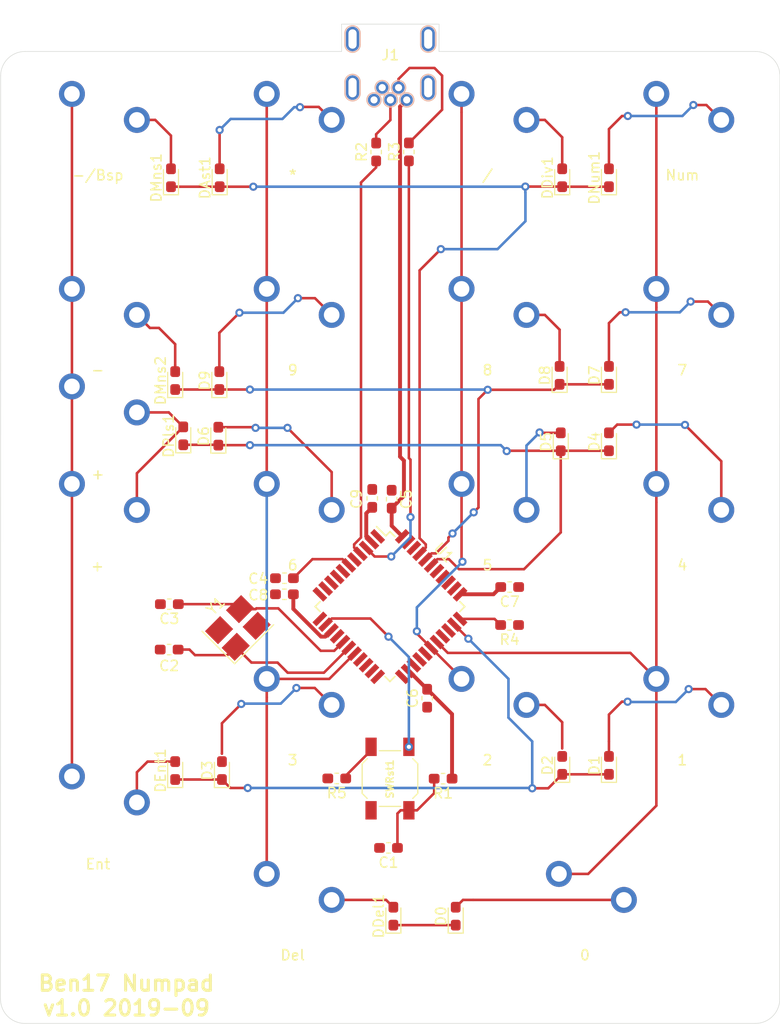
<source format=kicad_pcb>
(kicad_pcb (version 20171130) (host pcbnew "(5.1.4)-1")

  (general
    (thickness 1.6)
    (drawings 13)
    (tracks 322)
    (zones 0)
    (modules 55)
    (nets 60)
  )

  (page A4)
  (layers
    (0 F.Cu signal)
    (31 B.Cu signal)
    (32 B.Adhes user)
    (33 F.Adhes user)
    (34 B.Paste user)
    (35 F.Paste user)
    (36 B.SilkS user)
    (37 F.SilkS user)
    (38 B.Mask user)
    (39 F.Mask user)
    (40 Dwgs.User user)
    (41 Cmts.User user)
    (42 Eco1.User user)
    (43 Eco2.User user)
    (44 Edge.Cuts user)
    (45 Margin user)
    (46 B.CrtYd user)
    (47 F.CrtYd user)
    (48 B.Fab user)
    (49 F.Fab user)
  )

  (setup
    (last_trace_width 0.25)
    (trace_clearance 0.2)
    (zone_clearance 0.508)
    (zone_45_only no)
    (trace_min 0.2)
    (via_size 0.8)
    (via_drill 0.4)
    (via_min_size 0.4)
    (via_min_drill 0.3)
    (uvia_size 0.3)
    (uvia_drill 0.1)
    (uvias_allowed no)
    (uvia_min_size 0.2)
    (uvia_min_drill 0.1)
    (edge_width 0.05)
    (segment_width 0.2)
    (pcb_text_width 0.3)
    (pcb_text_size 1.5 1.5)
    (mod_edge_width 0.12)
    (mod_text_size 1 1)
    (mod_text_width 0.15)
    (pad_size 1.524 1.524)
    (pad_drill 0.762)
    (pad_to_mask_clearance 0.051)
    (solder_mask_min_width 0.25)
    (aux_axis_origin 0 0)
    (visible_elements 7FFFFFFF)
    (pcbplotparams
      (layerselection 0x010fc_ffffffff)
      (usegerberextensions false)
      (usegerberattributes false)
      (usegerberadvancedattributes false)
      (creategerberjobfile false)
      (excludeedgelayer true)
      (linewidth 0.100000)
      (plotframeref false)
      (viasonmask false)
      (mode 1)
      (useauxorigin false)
      (hpglpennumber 1)
      (hpglpenspeed 20)
      (hpglpendiameter 15.000000)
      (psnegative false)
      (psa4output false)
      (plotreference true)
      (plotvalue true)
      (plotinvisibletext false)
      (padsonsilk false)
      (subtractmaskfromsilk false)
      (outputformat 1)
      (mirror false)
      (drillshape 1)
      (scaleselection 1)
      (outputdirectory ""))
  )

  (net 0 "")
  (net 1 GND)
  (net 2 RST)
  (net 3 "Net-(C2-Pad2)")
  (net 4 "Net-(C3-Pad1)")
  (net 5 "Net-(C4-Pad1)")
  (net 6 +5V)
  (net 7 "Net-(D0-Pad2)")
  (net 8 Row5)
  (net 9 "Net-(D1-Pad2)")
  (net 10 Row4)
  (net 11 "Net-(D2-Pad2)")
  (net 12 "Net-(D3-Pad2)")
  (net 13 "Net-(D4-Pad2)")
  (net 14 Row3)
  (net 15 "Net-(D5-Pad2)")
  (net 16 "Net-(D6-Pad2)")
  (net 17 "Net-(D7-Pad2)")
  (net 18 Row2)
  (net 19 "Net-(D8-Pad2)")
  (net 20 "Net-(D9-Pad2)")
  (net 21 "Net-(DAst1-Pad2)")
  (net 22 Row1)
  (net 23 "Net-(DDel1-Pad2)")
  (net 24 "Net-(DDiv1-Pad2)")
  (net 25 "Net-(DEnt1-Pad2)")
  (net 26 "Net-(DMns1-Pad2)")
  (net 27 "Net-(DNum1-Pad2)")
  (net 28 "Net-(DPls1-Pad2)")
  (net 29 "Net-(J1-Pad6)")
  (net 30 "Net-(J1-Pad4)")
  (net 31 "Net-(J1-Pad2)")
  (net 32 "Net-(J1-Pad3)")
  (net 33 "Net-(R4-Pad2)")
  (net 34 Col1)
  (net 35 Col2)
  (net 36 Col3)
  (net 37 Col4)
  (net 38 "Net-(U1-Pad42)")
  (net 39 "Net-(U1-Pad36)")
  (net 40 "Net-(U1-Pad31)")
  (net 41 "Net-(U1-Pad30)")
  (net 42 "Net-(U1-Pad27)")
  (net 43 "Net-(U1-Pad22)")
  (net 44 "Net-(U1-Pad12)")
  (net 45 "Net-(U1-Pad7)")
  (net 46 "Net-(U1-Pad1)")
  (net 47 D+)
  (net 48 D-)
  (net 49 "Net-(U1-Pad11)")
  (net 50 "Net-(U1-Pad10)")
  (net 51 "Net-(U1-Pad9)")
  (net 52 "Net-(U1-Pad8)")
  (net 53 "Net-(U1-Pad21)")
  (net 54 "Net-(U1-Pad20)")
  (net 55 "Net-(U1-Pad19)")
  (net 56 "Net-(R5-Pad1)")
  (net 57 "Net-(U1-Pad26)")
  (net 58 "Net-(U1-Pad38)")
  (net 59 "Net-(DMns2-Pad2)")

  (net_class Default "This is the default net class."
    (clearance 0.2)
    (trace_width 0.25)
    (via_dia 0.8)
    (via_drill 0.4)
    (uvia_dia 0.3)
    (uvia_drill 0.1)
    (add_net Col1)
    (add_net Col2)
    (add_net Col3)
    (add_net Col4)
    (add_net D+)
    (add_net D-)
    (add_net "Net-(C2-Pad2)")
    (add_net "Net-(C3-Pad1)")
    (add_net "Net-(C4-Pad1)")
    (add_net "Net-(D0-Pad2)")
    (add_net "Net-(D1-Pad2)")
    (add_net "Net-(D2-Pad2)")
    (add_net "Net-(D3-Pad2)")
    (add_net "Net-(D4-Pad2)")
    (add_net "Net-(D5-Pad2)")
    (add_net "Net-(D6-Pad2)")
    (add_net "Net-(D7-Pad2)")
    (add_net "Net-(D8-Pad2)")
    (add_net "Net-(D9-Pad2)")
    (add_net "Net-(DAst1-Pad2)")
    (add_net "Net-(DDel1-Pad2)")
    (add_net "Net-(DDiv1-Pad2)")
    (add_net "Net-(DEnt1-Pad2)")
    (add_net "Net-(DMns1-Pad2)")
    (add_net "Net-(DMns2-Pad2)")
    (add_net "Net-(DNum1-Pad2)")
    (add_net "Net-(DPls1-Pad2)")
    (add_net "Net-(J1-Pad2)")
    (add_net "Net-(J1-Pad3)")
    (add_net "Net-(J1-Pad4)")
    (add_net "Net-(J1-Pad6)")
    (add_net "Net-(R4-Pad2)")
    (add_net "Net-(R5-Pad1)")
    (add_net "Net-(U1-Pad1)")
    (add_net "Net-(U1-Pad10)")
    (add_net "Net-(U1-Pad11)")
    (add_net "Net-(U1-Pad12)")
    (add_net "Net-(U1-Pad19)")
    (add_net "Net-(U1-Pad20)")
    (add_net "Net-(U1-Pad21)")
    (add_net "Net-(U1-Pad22)")
    (add_net "Net-(U1-Pad26)")
    (add_net "Net-(U1-Pad27)")
    (add_net "Net-(U1-Pad30)")
    (add_net "Net-(U1-Pad31)")
    (add_net "Net-(U1-Pad36)")
    (add_net "Net-(U1-Pad38)")
    (add_net "Net-(U1-Pad42)")
    (add_net "Net-(U1-Pad7)")
    (add_net "Net-(U1-Pad8)")
    (add_net "Net-(U1-Pad9)")
    (add_net RST)
    (add_net Row1)
    (add_net Row2)
    (add_net Row3)
    (add_net Row4)
    (add_net Row5)
  )

  (net_class Power ""
    (clearance 0.2)
    (trace_width 0.381)
    (via_dia 0.8)
    (via_drill 0.4)
    (uvia_dia 0.3)
    (uvia_drill 0.1)
    (add_net +5V)
    (add_net GND)
  )

  (module Capacitor_SMD:C_0603_1608Metric_Pad1.05x0.95mm_HandSolder (layer F.Cu) (tedit 5B301BBE) (tstamp 5DA63058)
    (at 195.26 123.81 270)
    (descr "Capacitor SMD 0603 (1608 Metric), square (rectangular) end terminal, IPC_7351 nominal with elongated pad for handsoldering. (Body size source: http://www.tortai-tech.com/upload/download/2011102023233369053.pdf), generated with kicad-footprint-generator")
    (tags "capacitor handsolder")
    (path /5DA64870)
    (attr smd)
    (fp_text reference C9 (at 0.06 1.54 90) (layer F.SilkS)
      (effects (font (size 1 1) (thickness 0.15)))
    )
    (fp_text value 0.1uF (at 0 1.43 90) (layer F.Fab)
      (effects (font (size 1 1) (thickness 0.15)))
    )
    (fp_text user %R (at 0 0 90) (layer F.Fab)
      (effects (font (size 0.4 0.4) (thickness 0.06)))
    )
    (fp_line (start 1.65 0.73) (end -1.65 0.73) (layer F.CrtYd) (width 0.05))
    (fp_line (start 1.65 -0.73) (end 1.65 0.73) (layer F.CrtYd) (width 0.05))
    (fp_line (start -1.65 -0.73) (end 1.65 -0.73) (layer F.CrtYd) (width 0.05))
    (fp_line (start -1.65 0.73) (end -1.65 -0.73) (layer F.CrtYd) (width 0.05))
    (fp_line (start -0.171267 0.51) (end 0.171267 0.51) (layer F.SilkS) (width 0.12))
    (fp_line (start -0.171267 -0.51) (end 0.171267 -0.51) (layer F.SilkS) (width 0.12))
    (fp_line (start 0.8 0.4) (end -0.8 0.4) (layer F.Fab) (width 0.1))
    (fp_line (start 0.8 -0.4) (end 0.8 0.4) (layer F.Fab) (width 0.1))
    (fp_line (start -0.8 -0.4) (end 0.8 -0.4) (layer F.Fab) (width 0.1))
    (fp_line (start -0.8 0.4) (end -0.8 -0.4) (layer F.Fab) (width 0.1))
    (pad 2 smd roundrect (at 0.875 0 270) (size 1.05 0.95) (layers F.Cu F.Paste F.Mask) (roundrect_rratio 0.25)
      (net 6 +5V))
    (pad 1 smd roundrect (at -0.875 0 270) (size 1.05 0.95) (layers F.Cu F.Paste F.Mask) (roundrect_rratio 0.25)
      (net 1 GND))
    (model ${KISYS3DMOD}/Capacitor_SMD.3dshapes/C_0603_1608Metric.wrl
      (at (xyz 0 0 0))
      (scale (xyz 1 1 1))
      (rotate (xyz 0 0 0))
    )
  )

  (module AcheronMX:MX100 (layer F.Cu) (tedit 5D509B6B) (tstamp 5DA33359)
    (at 168.43375 127.47625)
    (path /5DA38240)
    (fp_text reference SWPls2 (at 0.005 7.29) (layer Cmts.User) hide
      (effects (font (size 1 1) (thickness 0.15) italic))
    )
    (fp_text value + (at -0.045 2.95) (layer F.SilkS)
      (effects (font (size 1 1) (thickness 0.15)))
    )
    (fp_line (start -6.8 6.8) (end 6.8 6.8) (layer B.CrtYd) (width 0.1))
    (fp_line (start 6.8 -6.8) (end 6.8 6.8) (layer B.CrtYd) (width 0.1))
    (fp_line (start -6.8 -6.8) (end 6.8 -6.8) (layer B.CrtYd) (width 0.1))
    (fp_line (start -6.8 -6.8) (end -6.8 6.8) (layer B.CrtYd) (width 0.1))
    (fp_line (start 0 4.953) (end 0 5.207) (layer Dwgs.User) (width 0.05))
    (fp_line (start -0.127 5.08) (end 0.127 5.08) (layer Dwgs.User) (width 0.05))
    (fp_line (start 0.508 4.318) (end 0.508 5.842) (layer Dwgs.User) (width 0.1))
    (fp_line (start 2.032 5.842) (end 0.508 5.842) (layer Dwgs.User) (width 0.1))
    (fp_line (start 2.032 5.842) (end 2.032 4.318) (layer Dwgs.User) (width 0.1))
    (fp_line (start 0.508 4.318) (end 2.032 4.318) (layer Dwgs.User) (width 0.1))
    (fp_circle (center -1.27 5.08) (end -0.35419 5.08) (layer Dwgs.User) (width 0.1))
    (fp_line (start -9.525 -9.525) (end 9.525 -9.525) (layer Dwgs.User) (width 0.1))
    (fp_line (start -9.525 9.525) (end -9.525 -9.525) (layer Dwgs.User) (width 0.1))
    (fp_line (start 9.525 9.525) (end -9.525 9.525) (layer Dwgs.User) (width 0.1))
    (fp_line (start 9.525 -9.525) (end 9.525 9.525) (layer Dwgs.User) (width 0.1))
    (pad 2 thru_hole circle (at 3.81 -2.54 90) (size 2.54 2.54) (drill 1.525) (layers *.Cu *.Mask)
      (net 28 "Net-(DPls1-Pad2)"))
    (pad 1 thru_hole circle (at -2.54 -5.08) (size 2.54 2.54) (drill 1.525) (layers *.Cu *.Mask)
      (net 37 Col4))
    (pad "" np_thru_hole circle (at -5.08 0) (size 1.7018 1.7018) (drill 1.7018) (layers *.Cu *.Mask))
    (pad "" np_thru_hole circle (at 5.08 0) (size 1.7018 1.7018) (drill 1.7018) (layers *.Cu *.Mask))
    (pad "" np_thru_hole circle (at 0 0) (size 3.9878 3.9878) (drill 3.9878) (layers *.Cu *.Mask))
  )

  (module AcheronMX:MX100 (layer F.Cu) (tedit 5D509B6B) (tstamp 5DA33DF5)
    (at 168.43375 108.42625)
    (path /5DA402E9)
    (fp_text reference SWMns2 (at -0.125 7.2) (layer Cmts.User) hide
      (effects (font (size 1 1) (thickness 0.15) italic))
    )
    (fp_text value - (at -0.015 2.84) (layer F.SilkS)
      (effects (font (size 1 1) (thickness 0.15)))
    )
    (fp_line (start -6.8 6.8) (end 6.8 6.8) (layer B.CrtYd) (width 0.1))
    (fp_line (start 6.8 -6.8) (end 6.8 6.8) (layer B.CrtYd) (width 0.1))
    (fp_line (start -6.8 -6.8) (end 6.8 -6.8) (layer B.CrtYd) (width 0.1))
    (fp_line (start -6.8 -6.8) (end -6.8 6.8) (layer B.CrtYd) (width 0.1))
    (fp_line (start 0 4.953) (end 0 5.207) (layer Dwgs.User) (width 0.05))
    (fp_line (start -0.127 5.08) (end 0.127 5.08) (layer Dwgs.User) (width 0.05))
    (fp_line (start 0.508 4.318) (end 0.508 5.842) (layer Dwgs.User) (width 0.1))
    (fp_line (start 2.032 5.842) (end 0.508 5.842) (layer Dwgs.User) (width 0.1))
    (fp_line (start 2.032 5.842) (end 2.032 4.318) (layer Dwgs.User) (width 0.1))
    (fp_line (start 0.508 4.318) (end 2.032 4.318) (layer Dwgs.User) (width 0.1))
    (fp_circle (center -1.27 5.08) (end -0.35419 5.08) (layer Dwgs.User) (width 0.1))
    (fp_line (start -9.525 -9.525) (end 9.525 -9.525) (layer Dwgs.User) (width 0.1))
    (fp_line (start -9.525 9.525) (end -9.525 -9.525) (layer Dwgs.User) (width 0.1))
    (fp_line (start 9.525 9.525) (end -9.525 9.525) (layer Dwgs.User) (width 0.1))
    (fp_line (start 9.525 -9.525) (end 9.525 9.525) (layer Dwgs.User) (width 0.1))
    (pad 2 thru_hole circle (at 3.81 -2.54 90) (size 2.54 2.54) (drill 1.525) (layers *.Cu *.Mask)
      (net 59 "Net-(DMns2-Pad2)"))
    (pad 1 thru_hole circle (at -2.54 -5.08) (size 2.54 2.54) (drill 1.525) (layers *.Cu *.Mask)
      (net 37 Col4))
    (pad "" np_thru_hole circle (at -5.08 0) (size 1.7018 1.7018) (drill 1.7018) (layers *.Cu *.Mask))
    (pad "" np_thru_hole circle (at 5.08 0) (size 1.7018 1.7018) (drill 1.7018) (layers *.Cu *.Mask))
    (pad "" np_thru_hole circle (at 0 0) (size 3.9878 3.9878) (drill 3.9878) (layers *.Cu *.Mask))
  )

  (module Diode_SMD:D_0603_1608Metric_Pad1.05x0.95mm_HandSolder (layer F.Cu) (tedit 5B4B45C8) (tstamp 5DA32E00)
    (at 176.78 117.7 90)
    (descr "Diode SMD 0603 (1608 Metric), square (rectangular) end terminal, IPC_7351 nominal, (Body size source: http://www.tortai-tech.com/upload/download/2011102023233369053.pdf), generated with kicad-footprint-generator")
    (tags "diode handsolder")
    (path /5DA38246)
    (attr smd)
    (fp_text reference DPls1 (at 0 -1.43 90) (layer F.SilkS)
      (effects (font (size 1 1) (thickness 0.15)))
    )
    (fp_text value 1N4148W (at 0 1.43 90) (layer F.Fab)
      (effects (font (size 1 1) (thickness 0.15)))
    )
    (fp_text user %R (at 0 0 90) (layer F.Fab)
      (effects (font (size 0.4 0.4) (thickness 0.06)))
    )
    (fp_line (start 1.65 0.73) (end -1.65 0.73) (layer F.CrtYd) (width 0.05))
    (fp_line (start 1.65 -0.73) (end 1.65 0.73) (layer F.CrtYd) (width 0.05))
    (fp_line (start -1.65 -0.73) (end 1.65 -0.73) (layer F.CrtYd) (width 0.05))
    (fp_line (start -1.65 0.73) (end -1.65 -0.73) (layer F.CrtYd) (width 0.05))
    (fp_line (start -1.66 0.735) (end 0.8 0.735) (layer F.SilkS) (width 0.12))
    (fp_line (start -1.66 -0.735) (end -1.66 0.735) (layer F.SilkS) (width 0.12))
    (fp_line (start 0.8 -0.735) (end -1.66 -0.735) (layer F.SilkS) (width 0.12))
    (fp_line (start 0.8 0.4) (end 0.8 -0.4) (layer F.Fab) (width 0.1))
    (fp_line (start -0.8 0.4) (end 0.8 0.4) (layer F.Fab) (width 0.1))
    (fp_line (start -0.8 -0.1) (end -0.8 0.4) (layer F.Fab) (width 0.1))
    (fp_line (start -0.5 -0.4) (end -0.8 -0.1) (layer F.Fab) (width 0.1))
    (fp_line (start 0.8 -0.4) (end -0.5 -0.4) (layer F.Fab) (width 0.1))
    (pad 2 smd roundrect (at 0.875 0 90) (size 1.05 0.95) (layers F.Cu F.Paste F.Mask) (roundrect_rratio 0.25)
      (net 28 "Net-(DPls1-Pad2)"))
    (pad 1 smd roundrect (at -0.875 0 90) (size 1.05 0.95) (layers F.Cu F.Paste F.Mask) (roundrect_rratio 0.25)
      (net 14 Row3))
    (model ${KISYS3DMOD}/Diode_SMD.3dshapes/D_0603_1608Metric.wrl
      (at (xyz 0 0 0))
      (scale (xyz 1 1 1))
      (rotate (xyz 0 0 0))
    )
  )

  (module Resistor_SMD:R_0603_1608Metric_Pad1.05x0.95mm_HandSolder (layer F.Cu) (tedit 5B301BBD) (tstamp 5D7D60DA)
    (at 191.79 151.17 180)
    (descr "Resistor SMD 0603 (1608 Metric), square (rectangular) end terminal, IPC_7351 nominal with elongated pad for handsoldering. (Body size source: http://www.tortai-tech.com/upload/download/2011102023233369053.pdf), generated with kicad-footprint-generator")
    (tags "resistor handsolder")
    (path /5D7D611E)
    (attr smd)
    (fp_text reference R5 (at 0 -1.43) (layer F.SilkS)
      (effects (font (size 1 1) (thickness 0.15)))
    )
    (fp_text value 330 (at 0 1.43) (layer F.Fab)
      (effects (font (size 1 1) (thickness 0.15)))
    )
    (fp_text user %R (at 0 0) (layer F.Fab)
      (effects (font (size 0.4 0.4) (thickness 0.06)))
    )
    (fp_line (start 1.65 0.73) (end -1.65 0.73) (layer F.CrtYd) (width 0.05))
    (fp_line (start 1.65 -0.73) (end 1.65 0.73) (layer F.CrtYd) (width 0.05))
    (fp_line (start -1.65 -0.73) (end 1.65 -0.73) (layer F.CrtYd) (width 0.05))
    (fp_line (start -1.65 0.73) (end -1.65 -0.73) (layer F.CrtYd) (width 0.05))
    (fp_line (start -0.171267 0.51) (end 0.171267 0.51) (layer F.SilkS) (width 0.12))
    (fp_line (start -0.171267 -0.51) (end 0.171267 -0.51) (layer F.SilkS) (width 0.12))
    (fp_line (start 0.8 0.4) (end -0.8 0.4) (layer F.Fab) (width 0.1))
    (fp_line (start 0.8 -0.4) (end 0.8 0.4) (layer F.Fab) (width 0.1))
    (fp_line (start -0.8 -0.4) (end 0.8 -0.4) (layer F.Fab) (width 0.1))
    (fp_line (start -0.8 0.4) (end -0.8 -0.4) (layer F.Fab) (width 0.1))
    (pad 2 smd roundrect (at 0.875 0 180) (size 1.05 0.95) (layers F.Cu F.Paste F.Mask) (roundrect_rratio 0.25)
      (net 1 GND))
    (pad 1 smd roundrect (at -0.875 0 180) (size 1.05 0.95) (layers F.Cu F.Paste F.Mask) (roundrect_rratio 0.25)
      (net 56 "Net-(R5-Pad1)"))
    (model ${KISYS3DMOD}/Resistor_SMD.3dshapes/R_0603_1608Metric.wrl
      (at (xyz 0 0 0))
      (scale (xyz 1 1 1))
      (rotate (xyz 0 0 0))
    )
  )

  (module Resistor_SMD:R_0603_1608Metric_Pad1.05x0.95mm_HandSolder (layer F.Cu) (tedit 5B301BBD) (tstamp 5D745FD1)
    (at 208.69 136.18 180)
    (descr "Resistor SMD 0603 (1608 Metric), square (rectangular) end terminal, IPC_7351 nominal with elongated pad for handsoldering. (Body size source: http://www.tortai-tech.com/upload/download/2011102023233369053.pdf), generated with kicad-footprint-generator")
    (tags "resistor handsolder")
    (path /5D7733E0)
    (attr smd)
    (fp_text reference R4 (at 0 -1.43) (layer F.SilkS)
      (effects (font (size 1 1) (thickness 0.15)))
    )
    (fp_text value 10k (at 0 1.43) (layer F.Fab)
      (effects (font (size 1 1) (thickness 0.15)))
    )
    (fp_text user %R (at 0 0) (layer F.Fab)
      (effects (font (size 0.4 0.4) (thickness 0.06)))
    )
    (fp_line (start 1.65 0.73) (end -1.65 0.73) (layer F.CrtYd) (width 0.05))
    (fp_line (start 1.65 -0.73) (end 1.65 0.73) (layer F.CrtYd) (width 0.05))
    (fp_line (start -1.65 -0.73) (end 1.65 -0.73) (layer F.CrtYd) (width 0.05))
    (fp_line (start -1.65 0.73) (end -1.65 -0.73) (layer F.CrtYd) (width 0.05))
    (fp_line (start -0.171267 0.51) (end 0.171267 0.51) (layer F.SilkS) (width 0.12))
    (fp_line (start -0.171267 -0.51) (end 0.171267 -0.51) (layer F.SilkS) (width 0.12))
    (fp_line (start 0.8 0.4) (end -0.8 0.4) (layer F.Fab) (width 0.1))
    (fp_line (start 0.8 -0.4) (end 0.8 0.4) (layer F.Fab) (width 0.1))
    (fp_line (start -0.8 -0.4) (end 0.8 -0.4) (layer F.Fab) (width 0.1))
    (fp_line (start -0.8 0.4) (end -0.8 -0.4) (layer F.Fab) (width 0.1))
    (pad 2 smd roundrect (at 0.875 0 180) (size 1.05 0.95) (layers F.Cu F.Paste F.Mask) (roundrect_rratio 0.25)
      (net 33 "Net-(R4-Pad2)"))
    (pad 1 smd roundrect (at -0.875 0 180) (size 1.05 0.95) (layers F.Cu F.Paste F.Mask) (roundrect_rratio 0.25)
      (net 1 GND))
    (model ${KISYS3DMOD}/Resistor_SMD.3dshapes/R_0603_1608Metric.wrl
      (at (xyz 0 0 0))
      (scale (xyz 1 1 1))
      (rotate (xyz 0 0 0))
    )
  )

  (module Resistor_SMD:R_0603_1608Metric_Pad1.05x0.95mm_HandSolder (layer F.Cu) (tedit 5B301BBD) (tstamp 5D7A9998)
    (at 198.84375 89.96125 90)
    (descr "Resistor SMD 0603 (1608 Metric), square (rectangular) end terminal, IPC_7351 nominal with elongated pad for handsoldering. (Body size source: http://www.tortai-tech.com/upload/download/2011102023233369053.pdf), generated with kicad-footprint-generator")
    (tags "resistor handsolder")
    (path /5D77B44C)
    (attr smd)
    (fp_text reference R3 (at 0 -1.43 90) (layer F.SilkS)
      (effects (font (size 1 1) (thickness 0.15)))
    )
    (fp_text value 22 (at 0 1.43 90) (layer F.Fab)
      (effects (font (size 1 1) (thickness 0.15)))
    )
    (fp_text user %R (at 0 0 90) (layer F.Fab)
      (effects (font (size 0.4 0.4) (thickness 0.06)))
    )
    (fp_line (start 1.65 0.73) (end -1.65 0.73) (layer F.CrtYd) (width 0.05))
    (fp_line (start 1.65 -0.73) (end 1.65 0.73) (layer F.CrtYd) (width 0.05))
    (fp_line (start -1.65 -0.73) (end 1.65 -0.73) (layer F.CrtYd) (width 0.05))
    (fp_line (start -1.65 0.73) (end -1.65 -0.73) (layer F.CrtYd) (width 0.05))
    (fp_line (start -0.171267 0.51) (end 0.171267 0.51) (layer F.SilkS) (width 0.12))
    (fp_line (start -0.171267 -0.51) (end 0.171267 -0.51) (layer F.SilkS) (width 0.12))
    (fp_line (start 0.8 0.4) (end -0.8 0.4) (layer F.Fab) (width 0.1))
    (fp_line (start 0.8 -0.4) (end 0.8 0.4) (layer F.Fab) (width 0.1))
    (fp_line (start -0.8 -0.4) (end 0.8 -0.4) (layer F.Fab) (width 0.1))
    (fp_line (start -0.8 0.4) (end -0.8 -0.4) (layer F.Fab) (width 0.1))
    (pad 2 smd roundrect (at 0.875 0 90) (size 1.05 0.95) (layers F.Cu F.Paste F.Mask) (roundrect_rratio 0.25)
      (net 31 "Net-(J1-Pad2)"))
    (pad 1 smd roundrect (at -0.875 0 90) (size 1.05 0.95) (layers F.Cu F.Paste F.Mask) (roundrect_rratio 0.25)
      (net 48 D-))
    (model ${KISYS3DMOD}/Resistor_SMD.3dshapes/R_0603_1608Metric.wrl
      (at (xyz 0 0 0))
      (scale (xyz 1 1 1))
      (rotate (xyz 0 0 0))
    )
  )

  (module Resistor_SMD:R_0603_1608Metric_Pad1.05x0.95mm_HandSolder (layer F.Cu) (tedit 5B301BBD) (tstamp 5D745FAF)
    (at 195.64375 89.97125 90)
    (descr "Resistor SMD 0603 (1608 Metric), square (rectangular) end terminal, IPC_7351 nominal with elongated pad for handsoldering. (Body size source: http://www.tortai-tech.com/upload/download/2011102023233369053.pdf), generated with kicad-footprint-generator")
    (tags "resistor handsolder")
    (path /5D77A039)
    (attr smd)
    (fp_text reference R2 (at 0 -1.43 90) (layer F.SilkS)
      (effects (font (size 1 1) (thickness 0.15)))
    )
    (fp_text value 22 (at 0 1.43 90) (layer F.Fab)
      (effects (font (size 1 1) (thickness 0.15)))
    )
    (fp_text user %R (at 0 0 90) (layer F.Fab)
      (effects (font (size 0.4 0.4) (thickness 0.06)))
    )
    (fp_line (start 1.65 0.73) (end -1.65 0.73) (layer F.CrtYd) (width 0.05))
    (fp_line (start 1.65 -0.73) (end 1.65 0.73) (layer F.CrtYd) (width 0.05))
    (fp_line (start -1.65 -0.73) (end 1.65 -0.73) (layer F.CrtYd) (width 0.05))
    (fp_line (start -1.65 0.73) (end -1.65 -0.73) (layer F.CrtYd) (width 0.05))
    (fp_line (start -0.171267 0.51) (end 0.171267 0.51) (layer F.SilkS) (width 0.12))
    (fp_line (start -0.171267 -0.51) (end 0.171267 -0.51) (layer F.SilkS) (width 0.12))
    (fp_line (start 0.8 0.4) (end -0.8 0.4) (layer F.Fab) (width 0.1))
    (fp_line (start 0.8 -0.4) (end 0.8 0.4) (layer F.Fab) (width 0.1))
    (fp_line (start -0.8 -0.4) (end 0.8 -0.4) (layer F.Fab) (width 0.1))
    (fp_line (start -0.8 0.4) (end -0.8 -0.4) (layer F.Fab) (width 0.1))
    (pad 2 smd roundrect (at 0.875 0 90) (size 1.05 0.95) (layers F.Cu F.Paste F.Mask) (roundrect_rratio 0.25)
      (net 32 "Net-(J1-Pad3)"))
    (pad 1 smd roundrect (at -0.875 0 90) (size 1.05 0.95) (layers F.Cu F.Paste F.Mask) (roundrect_rratio 0.25)
      (net 47 D+))
    (model ${KISYS3DMOD}/Resistor_SMD.3dshapes/R_0603_1608Metric.wrl
      (at (xyz 0 0 0))
      (scale (xyz 1 1 1))
      (rotate (xyz 0 0 0))
    )
  )

  (module Resistor_SMD:R_0603_1608Metric_Pad1.05x0.95mm_HandSolder (layer F.Cu) (tedit 5B301BBD) (tstamp 5D745F9E)
    (at 202.19 151.19 180)
    (descr "Resistor SMD 0603 (1608 Metric), square (rectangular) end terminal, IPC_7351 nominal with elongated pad for handsoldering. (Body size source: http://www.tortai-tech.com/upload/download/2011102023233369053.pdf), generated with kicad-footprint-generator")
    (tags "resistor handsolder")
    (path /5D76C0A1)
    (attr smd)
    (fp_text reference R1 (at 0 -1.43) (layer F.SilkS)
      (effects (font (size 1 1) (thickness 0.15)))
    )
    (fp_text value 10k (at 0 1.43) (layer F.Fab)
      (effects (font (size 1 1) (thickness 0.15)))
    )
    (fp_text user %R (at 0 0) (layer F.Fab)
      (effects (font (size 0.4 0.4) (thickness 0.06)))
    )
    (fp_line (start 1.65 0.73) (end -1.65 0.73) (layer F.CrtYd) (width 0.05))
    (fp_line (start 1.65 -0.73) (end 1.65 0.73) (layer F.CrtYd) (width 0.05))
    (fp_line (start -1.65 -0.73) (end 1.65 -0.73) (layer F.CrtYd) (width 0.05))
    (fp_line (start -1.65 0.73) (end -1.65 -0.73) (layer F.CrtYd) (width 0.05))
    (fp_line (start -0.171267 0.51) (end 0.171267 0.51) (layer F.SilkS) (width 0.12))
    (fp_line (start -0.171267 -0.51) (end 0.171267 -0.51) (layer F.SilkS) (width 0.12))
    (fp_line (start 0.8 0.4) (end -0.8 0.4) (layer F.Fab) (width 0.1))
    (fp_line (start 0.8 -0.4) (end 0.8 0.4) (layer F.Fab) (width 0.1))
    (fp_line (start -0.8 -0.4) (end 0.8 -0.4) (layer F.Fab) (width 0.1))
    (fp_line (start -0.8 0.4) (end -0.8 -0.4) (layer F.Fab) (width 0.1))
    (pad 2 smd roundrect (at 0.875 0 180) (size 1.05 0.95) (layers F.Cu F.Paste F.Mask) (roundrect_rratio 0.25)
      (net 2 RST))
    (pad 1 smd roundrect (at -0.875 0 180) (size 1.05 0.95) (layers F.Cu F.Paste F.Mask) (roundrect_rratio 0.25)
      (net 6 +5V))
    (model ${KISYS3DMOD}/Resistor_SMD.3dshapes/R_0603_1608Metric.wrl
      (at (xyz 0 0 0))
      (scale (xyz 1 1 1))
      (rotate (xyz 0 0 0))
    )
  )

  (module Diode_SMD:D_0603_1608Metric_Pad1.05x0.95mm_HandSolder (layer F.Cu) (tedit 5B4B45C8) (tstamp 5D745EF3)
    (at 175.99025 112.29975 90)
    (descr "Diode SMD 0603 (1608 Metric), square (rectangular) end terminal, IPC_7351 nominal, (Body size source: http://www.tortai-tech.com/upload/download/2011102023233369053.pdf), generated with kicad-footprint-generator")
    (tags "diode handsolder")
    (path /5D7EBF55)
    (attr smd)
    (fp_text reference DMns2 (at 0 -1.43 90) (layer F.SilkS)
      (effects (font (size 1 1) (thickness 0.15)))
    )
    (fp_text value 1N4148W (at 0 1.43 90) (layer F.Fab)
      (effects (font (size 1 1) (thickness 0.15)))
    )
    (fp_text user %R (at 0 0 90) (layer F.Fab)
      (effects (font (size 0.4 0.4) (thickness 0.06)))
    )
    (fp_line (start 1.65 0.73) (end -1.65 0.73) (layer F.CrtYd) (width 0.05))
    (fp_line (start 1.65 -0.73) (end 1.65 0.73) (layer F.CrtYd) (width 0.05))
    (fp_line (start -1.65 -0.73) (end 1.65 -0.73) (layer F.CrtYd) (width 0.05))
    (fp_line (start -1.65 0.73) (end -1.65 -0.73) (layer F.CrtYd) (width 0.05))
    (fp_line (start -1.66 0.735) (end 0.8 0.735) (layer F.SilkS) (width 0.12))
    (fp_line (start -1.66 -0.735) (end -1.66 0.735) (layer F.SilkS) (width 0.12))
    (fp_line (start 0.8 -0.735) (end -1.66 -0.735) (layer F.SilkS) (width 0.12))
    (fp_line (start 0.8 0.4) (end 0.8 -0.4) (layer F.Fab) (width 0.1))
    (fp_line (start -0.8 0.4) (end 0.8 0.4) (layer F.Fab) (width 0.1))
    (fp_line (start -0.8 -0.1) (end -0.8 0.4) (layer F.Fab) (width 0.1))
    (fp_line (start -0.5 -0.4) (end -0.8 -0.1) (layer F.Fab) (width 0.1))
    (fp_line (start 0.8 -0.4) (end -0.5 -0.4) (layer F.Fab) (width 0.1))
    (pad 2 smd roundrect (at 0.875 0 90) (size 1.05 0.95) (layers F.Cu F.Paste F.Mask) (roundrect_rratio 0.25)
      (net 59 "Net-(DMns2-Pad2)"))
    (pad 1 smd roundrect (at -0.875 0 90) (size 1.05 0.95) (layers F.Cu F.Paste F.Mask) (roundrect_rratio 0.25)
      (net 18 Row2))
    (model ${KISYS3DMOD}/Diode_SMD.3dshapes/D_0603_1608Metric.wrl
      (at (xyz 0 0 0))
      (scale (xyz 1 1 1))
      (rotate (xyz 0 0 0))
    )
  )

  (module Diode_SMD:D_0603_1608Metric_Pad1.05x0.95mm_HandSolder (layer F.Cu) (tedit 5B4B45C8) (tstamp 5D745EDA)
    (at 218.40825 92.48775 90)
    (descr "Diode SMD 0603 (1608 Metric), square (rectangular) end terminal, IPC_7351 nominal, (Body size source: http://www.tortai-tech.com/upload/download/2011102023233369053.pdf), generated with kicad-footprint-generator")
    (tags "diode handsolder")
    (path /5D7E7744)
    (attr smd)
    (fp_text reference DNum1 (at 0 -1.43 90) (layer F.SilkS)
      (effects (font (size 1 1) (thickness 0.15)))
    )
    (fp_text value 1N4148W (at 0 1.43 90) (layer F.Fab)
      (effects (font (size 1 1) (thickness 0.15)))
    )
    (fp_text user %R (at 0 0 90) (layer F.Fab)
      (effects (font (size 0.4 0.4) (thickness 0.06)))
    )
    (fp_line (start 1.65 0.73) (end -1.65 0.73) (layer F.CrtYd) (width 0.05))
    (fp_line (start 1.65 -0.73) (end 1.65 0.73) (layer F.CrtYd) (width 0.05))
    (fp_line (start -1.65 -0.73) (end 1.65 -0.73) (layer F.CrtYd) (width 0.05))
    (fp_line (start -1.65 0.73) (end -1.65 -0.73) (layer F.CrtYd) (width 0.05))
    (fp_line (start -1.66 0.735) (end 0.8 0.735) (layer F.SilkS) (width 0.12))
    (fp_line (start -1.66 -0.735) (end -1.66 0.735) (layer F.SilkS) (width 0.12))
    (fp_line (start 0.8 -0.735) (end -1.66 -0.735) (layer F.SilkS) (width 0.12))
    (fp_line (start 0.8 0.4) (end 0.8 -0.4) (layer F.Fab) (width 0.1))
    (fp_line (start -0.8 0.4) (end 0.8 0.4) (layer F.Fab) (width 0.1))
    (fp_line (start -0.8 -0.1) (end -0.8 0.4) (layer F.Fab) (width 0.1))
    (fp_line (start -0.5 -0.4) (end -0.8 -0.1) (layer F.Fab) (width 0.1))
    (fp_line (start 0.8 -0.4) (end -0.5 -0.4) (layer F.Fab) (width 0.1))
    (pad 2 smd roundrect (at 0.875 0 90) (size 1.05 0.95) (layers F.Cu F.Paste F.Mask) (roundrect_rratio 0.25)
      (net 27 "Net-(DNum1-Pad2)"))
    (pad 1 smd roundrect (at -0.875 0 90) (size 1.05 0.95) (layers F.Cu F.Paste F.Mask) (roundrect_rratio 0.25)
      (net 22 Row1))
    (model ${KISYS3DMOD}/Diode_SMD.3dshapes/D_0603_1608Metric.wrl
      (at (xyz 0 0 0))
      (scale (xyz 1 1 1))
      (rotate (xyz 0 0 0))
    )
  )

  (module Diode_SMD:D_0603_1608Metric_Pad1.05x0.95mm_HandSolder (layer F.Cu) (tedit 5B4B45C8) (tstamp 5D745EC1)
    (at 175.5775 92.48775 90)
    (descr "Diode SMD 0603 (1608 Metric), square (rectangular) end terminal, IPC_7351 nominal, (Body size source: http://www.tortai-tech.com/upload/download/2011102023233369053.pdf), generated with kicad-footprint-generator")
    (tags "diode handsolder")
    (path /5D7E9E2F)
    (attr smd)
    (fp_text reference DMns1 (at 0 -1.43 90) (layer F.SilkS)
      (effects (font (size 1 1) (thickness 0.15)))
    )
    (fp_text value 1N4148W (at 0 1.43 90) (layer F.Fab)
      (effects (font (size 1 1) (thickness 0.15)))
    )
    (fp_text user %R (at 0 0 90) (layer F.Fab)
      (effects (font (size 0.4 0.4) (thickness 0.06)))
    )
    (fp_line (start 1.65 0.73) (end -1.65 0.73) (layer F.CrtYd) (width 0.05))
    (fp_line (start 1.65 -0.73) (end 1.65 0.73) (layer F.CrtYd) (width 0.05))
    (fp_line (start -1.65 -0.73) (end 1.65 -0.73) (layer F.CrtYd) (width 0.05))
    (fp_line (start -1.65 0.73) (end -1.65 -0.73) (layer F.CrtYd) (width 0.05))
    (fp_line (start -1.66 0.735) (end 0.8 0.735) (layer F.SilkS) (width 0.12))
    (fp_line (start -1.66 -0.735) (end -1.66 0.735) (layer F.SilkS) (width 0.12))
    (fp_line (start 0.8 -0.735) (end -1.66 -0.735) (layer F.SilkS) (width 0.12))
    (fp_line (start 0.8 0.4) (end 0.8 -0.4) (layer F.Fab) (width 0.1))
    (fp_line (start -0.8 0.4) (end 0.8 0.4) (layer F.Fab) (width 0.1))
    (fp_line (start -0.8 -0.1) (end -0.8 0.4) (layer F.Fab) (width 0.1))
    (fp_line (start -0.5 -0.4) (end -0.8 -0.1) (layer F.Fab) (width 0.1))
    (fp_line (start 0.8 -0.4) (end -0.5 -0.4) (layer F.Fab) (width 0.1))
    (pad 2 smd roundrect (at 0.875 0 90) (size 1.05 0.95) (layers F.Cu F.Paste F.Mask) (roundrect_rratio 0.25)
      (net 26 "Net-(DMns1-Pad2)"))
    (pad 1 smd roundrect (at -0.875 0 90) (size 1.05 0.95) (layers F.Cu F.Paste F.Mask) (roundrect_rratio 0.25)
      (net 22 Row1))
    (model ${KISYS3DMOD}/Diode_SMD.3dshapes/D_0603_1608Metric.wrl
      (at (xyz 0 0 0))
      (scale (xyz 1 1 1))
      (rotate (xyz 0 0 0))
    )
  )

  (module Diode_SMD:D_0603_1608Metric_Pad1.05x0.95mm_HandSolder (layer F.Cu) (tedit 5B4B45C8) (tstamp 5D8F8982)
    (at 175.99025 150.39975 90)
    (descr "Diode SMD 0603 (1608 Metric), square (rectangular) end terminal, IPC_7351 nominal, (Body size source: http://www.tortai-tech.com/upload/download/2011102023233369053.pdf), generated with kicad-footprint-generator")
    (tags "diode handsolder")
    (path /5D7EFDCA)
    (attr smd)
    (fp_text reference DEnt1 (at 0 -1.43 90) (layer F.SilkS)
      (effects (font (size 1 1) (thickness 0.15)))
    )
    (fp_text value 1N4148W (at 0 1.43 90) (layer F.Fab)
      (effects (font (size 1 1) (thickness 0.15)))
    )
    (fp_text user %R (at 0 0 90) (layer F.Fab)
      (effects (font (size 0.4 0.4) (thickness 0.06)))
    )
    (fp_line (start 1.65 0.73) (end -1.65 0.73) (layer F.CrtYd) (width 0.05))
    (fp_line (start 1.65 -0.73) (end 1.65 0.73) (layer F.CrtYd) (width 0.05))
    (fp_line (start -1.65 -0.73) (end 1.65 -0.73) (layer F.CrtYd) (width 0.05))
    (fp_line (start -1.65 0.73) (end -1.65 -0.73) (layer F.CrtYd) (width 0.05))
    (fp_line (start -1.66 0.735) (end 0.8 0.735) (layer F.SilkS) (width 0.12))
    (fp_line (start -1.66 -0.735) (end -1.66 0.735) (layer F.SilkS) (width 0.12))
    (fp_line (start 0.8 -0.735) (end -1.66 -0.735) (layer F.SilkS) (width 0.12))
    (fp_line (start 0.8 0.4) (end 0.8 -0.4) (layer F.Fab) (width 0.1))
    (fp_line (start -0.8 0.4) (end 0.8 0.4) (layer F.Fab) (width 0.1))
    (fp_line (start -0.8 -0.1) (end -0.8 0.4) (layer F.Fab) (width 0.1))
    (fp_line (start -0.5 -0.4) (end -0.8 -0.1) (layer F.Fab) (width 0.1))
    (fp_line (start 0.8 -0.4) (end -0.5 -0.4) (layer F.Fab) (width 0.1))
    (pad 2 smd roundrect (at 0.875 0 90) (size 1.05 0.95) (layers F.Cu F.Paste F.Mask) (roundrect_rratio 0.25)
      (net 25 "Net-(DEnt1-Pad2)"))
    (pad 1 smd roundrect (at -0.875 0 90) (size 1.05 0.95) (layers F.Cu F.Paste F.Mask) (roundrect_rratio 0.25)
      (net 10 Row4))
    (model ${KISYS3DMOD}/Diode_SMD.3dshapes/D_0603_1608Metric.wrl
      (at (xyz 0 0 0))
      (scale (xyz 1 1 1))
      (rotate (xyz 0 0 0))
    )
  )

  (module Diode_SMD:D_0603_1608Metric_Pad1.05x0.95mm_HandSolder (layer F.Cu) (tedit 5B4B45C8) (tstamp 5D745E8F)
    (at 213.83625 92.48775 90)
    (descr "Diode SMD 0603 (1608 Metric), square (rectangular) end terminal, IPC_7351 nominal, (Body size source: http://www.tortai-tech.com/upload/download/2011102023233369053.pdf), generated with kicad-footprint-generator")
    (tags "diode handsolder")
    (path /5D7E8260)
    (attr smd)
    (fp_text reference DDiv1 (at 0 -1.43 90) (layer F.SilkS)
      (effects (font (size 1 1) (thickness 0.15)))
    )
    (fp_text value 1N4148W (at 0 1.43 90) (layer F.Fab)
      (effects (font (size 1 1) (thickness 0.15)))
    )
    (fp_text user %R (at 0 0 90) (layer F.Fab)
      (effects (font (size 0.4 0.4) (thickness 0.06)))
    )
    (fp_line (start 1.65 0.73) (end -1.65 0.73) (layer F.CrtYd) (width 0.05))
    (fp_line (start 1.65 -0.73) (end 1.65 0.73) (layer F.CrtYd) (width 0.05))
    (fp_line (start -1.65 -0.73) (end 1.65 -0.73) (layer F.CrtYd) (width 0.05))
    (fp_line (start -1.65 0.73) (end -1.65 -0.73) (layer F.CrtYd) (width 0.05))
    (fp_line (start -1.66 0.735) (end 0.8 0.735) (layer F.SilkS) (width 0.12))
    (fp_line (start -1.66 -0.735) (end -1.66 0.735) (layer F.SilkS) (width 0.12))
    (fp_line (start 0.8 -0.735) (end -1.66 -0.735) (layer F.SilkS) (width 0.12))
    (fp_line (start 0.8 0.4) (end 0.8 -0.4) (layer F.Fab) (width 0.1))
    (fp_line (start -0.8 0.4) (end 0.8 0.4) (layer F.Fab) (width 0.1))
    (fp_line (start -0.8 -0.1) (end -0.8 0.4) (layer F.Fab) (width 0.1))
    (fp_line (start -0.5 -0.4) (end -0.8 -0.1) (layer F.Fab) (width 0.1))
    (fp_line (start 0.8 -0.4) (end -0.5 -0.4) (layer F.Fab) (width 0.1))
    (pad 2 smd roundrect (at 0.875 0 90) (size 1.05 0.95) (layers F.Cu F.Paste F.Mask) (roundrect_rratio 0.25)
      (net 24 "Net-(DDiv1-Pad2)"))
    (pad 1 smd roundrect (at -0.875 0 90) (size 1.05 0.95) (layers F.Cu F.Paste F.Mask) (roundrect_rratio 0.25)
      (net 22 Row1))
    (model ${KISYS3DMOD}/Diode_SMD.3dshapes/D_0603_1608Metric.wrl
      (at (xyz 0 0 0))
      (scale (xyz 1 1 1))
      (rotate (xyz 0 0 0))
    )
  )

  (module Diode_SMD:D_0603_1608Metric_Pad1.05x0.95mm_HandSolder (layer F.Cu) (tedit 5B4B45C8) (tstamp 5D745E76)
    (at 197.32625 164.62375 90)
    (descr "Diode SMD 0603 (1608 Metric), square (rectangular) end terminal, IPC_7351 nominal, (Body size source: http://www.tortai-tech.com/upload/download/2011102023233369053.pdf), generated with kicad-footprint-generator")
    (tags "diode handsolder")
    (path /5D7F0691)
    (attr smd)
    (fp_text reference DDel1 (at 0 -1.43 90) (layer F.SilkS)
      (effects (font (size 1 1) (thickness 0.15)))
    )
    (fp_text value 1N4148W (at 0 1.43 90) (layer F.Fab)
      (effects (font (size 1 1) (thickness 0.15)))
    )
    (fp_text user %R (at 0 0 90) (layer F.Fab)
      (effects (font (size 0.4 0.4) (thickness 0.06)))
    )
    (fp_line (start 1.65 0.73) (end -1.65 0.73) (layer F.CrtYd) (width 0.05))
    (fp_line (start 1.65 -0.73) (end 1.65 0.73) (layer F.CrtYd) (width 0.05))
    (fp_line (start -1.65 -0.73) (end 1.65 -0.73) (layer F.CrtYd) (width 0.05))
    (fp_line (start -1.65 0.73) (end -1.65 -0.73) (layer F.CrtYd) (width 0.05))
    (fp_line (start -1.66 0.735) (end 0.8 0.735) (layer F.SilkS) (width 0.12))
    (fp_line (start -1.66 -0.735) (end -1.66 0.735) (layer F.SilkS) (width 0.12))
    (fp_line (start 0.8 -0.735) (end -1.66 -0.735) (layer F.SilkS) (width 0.12))
    (fp_line (start 0.8 0.4) (end 0.8 -0.4) (layer F.Fab) (width 0.1))
    (fp_line (start -0.8 0.4) (end 0.8 0.4) (layer F.Fab) (width 0.1))
    (fp_line (start -0.8 -0.1) (end -0.8 0.4) (layer F.Fab) (width 0.1))
    (fp_line (start -0.5 -0.4) (end -0.8 -0.1) (layer F.Fab) (width 0.1))
    (fp_line (start 0.8 -0.4) (end -0.5 -0.4) (layer F.Fab) (width 0.1))
    (pad 2 smd roundrect (at 0.875 0 90) (size 1.05 0.95) (layers F.Cu F.Paste F.Mask) (roundrect_rratio 0.25)
      (net 23 "Net-(DDel1-Pad2)"))
    (pad 1 smd roundrect (at -0.875 0 90) (size 1.05 0.95) (layers F.Cu F.Paste F.Mask) (roundrect_rratio 0.25)
      (net 8 Row5))
    (model ${KISYS3DMOD}/Diode_SMD.3dshapes/D_0603_1608Metric.wrl
      (at (xyz 0 0 0))
      (scale (xyz 1 1 1))
      (rotate (xyz 0 0 0))
    )
  )

  (module Diode_SMD:D_0603_1608Metric_Pad1.05x0.95mm_HandSolder (layer F.Cu) (tedit 5B4B45C8) (tstamp 5D745E5D)
    (at 180.34 92.48775 90)
    (descr "Diode SMD 0603 (1608 Metric), square (rectangular) end terminal, IPC_7351 nominal, (Body size source: http://www.tortai-tech.com/upload/download/2011102023233369053.pdf), generated with kicad-footprint-generator")
    (tags "diode handsolder")
    (path /5D7E9635)
    (attr smd)
    (fp_text reference DAst1 (at 0 -1.43 90) (layer F.SilkS)
      (effects (font (size 1 1) (thickness 0.15)))
    )
    (fp_text value 1N4148W (at 0 1.43 90) (layer F.Fab)
      (effects (font (size 1 1) (thickness 0.15)))
    )
    (fp_text user %R (at 0 0 90) (layer F.Fab)
      (effects (font (size 0.4 0.4) (thickness 0.06)))
    )
    (fp_line (start 1.65 0.73) (end -1.65 0.73) (layer F.CrtYd) (width 0.05))
    (fp_line (start 1.65 -0.73) (end 1.65 0.73) (layer F.CrtYd) (width 0.05))
    (fp_line (start -1.65 -0.73) (end 1.65 -0.73) (layer F.CrtYd) (width 0.05))
    (fp_line (start -1.65 0.73) (end -1.65 -0.73) (layer F.CrtYd) (width 0.05))
    (fp_line (start -1.66 0.735) (end 0.8 0.735) (layer F.SilkS) (width 0.12))
    (fp_line (start -1.66 -0.735) (end -1.66 0.735) (layer F.SilkS) (width 0.12))
    (fp_line (start 0.8 -0.735) (end -1.66 -0.735) (layer F.SilkS) (width 0.12))
    (fp_line (start 0.8 0.4) (end 0.8 -0.4) (layer F.Fab) (width 0.1))
    (fp_line (start -0.8 0.4) (end 0.8 0.4) (layer F.Fab) (width 0.1))
    (fp_line (start -0.8 -0.1) (end -0.8 0.4) (layer F.Fab) (width 0.1))
    (fp_line (start -0.5 -0.4) (end -0.8 -0.1) (layer F.Fab) (width 0.1))
    (fp_line (start 0.8 -0.4) (end -0.5 -0.4) (layer F.Fab) (width 0.1))
    (pad 2 smd roundrect (at 0.875 0 90) (size 1.05 0.95) (layers F.Cu F.Paste F.Mask) (roundrect_rratio 0.25)
      (net 21 "Net-(DAst1-Pad2)"))
    (pad 1 smd roundrect (at -0.875 0 90) (size 1.05 0.95) (layers F.Cu F.Paste F.Mask) (roundrect_rratio 0.25)
      (net 22 Row1))
    (model ${KISYS3DMOD}/Diode_SMD.3dshapes/D_0603_1608Metric.wrl
      (at (xyz 0 0 0))
      (scale (xyz 1 1 1))
      (rotate (xyz 0 0 0))
    )
  )

  (module Diode_SMD:D_0603_1608Metric_Pad1.05x0.95mm_HandSolder (layer F.Cu) (tedit 5B4B45C8) (tstamp 5D745E44)
    (at 180.30825 112.29975 90)
    (descr "Diode SMD 0603 (1608 Metric), square (rectangular) end terminal, IPC_7351 nominal, (Body size source: http://www.tortai-tech.com/upload/download/2011102023233369053.pdf), generated with kicad-footprint-generator")
    (tags "diode handsolder")
    (path /5D7EB83C)
    (attr smd)
    (fp_text reference D9 (at 0 -1.43 90) (layer F.SilkS)
      (effects (font (size 1 1) (thickness 0.15)))
    )
    (fp_text value 1N4148W (at 0 1.43 90) (layer F.Fab)
      (effects (font (size 1 1) (thickness 0.15)))
    )
    (fp_text user %R (at 0 0 90) (layer F.Fab)
      (effects (font (size 0.4 0.4) (thickness 0.06)))
    )
    (fp_line (start 1.65 0.73) (end -1.65 0.73) (layer F.CrtYd) (width 0.05))
    (fp_line (start 1.65 -0.73) (end 1.65 0.73) (layer F.CrtYd) (width 0.05))
    (fp_line (start -1.65 -0.73) (end 1.65 -0.73) (layer F.CrtYd) (width 0.05))
    (fp_line (start -1.65 0.73) (end -1.65 -0.73) (layer F.CrtYd) (width 0.05))
    (fp_line (start -1.66 0.735) (end 0.8 0.735) (layer F.SilkS) (width 0.12))
    (fp_line (start -1.66 -0.735) (end -1.66 0.735) (layer F.SilkS) (width 0.12))
    (fp_line (start 0.8 -0.735) (end -1.66 -0.735) (layer F.SilkS) (width 0.12))
    (fp_line (start 0.8 0.4) (end 0.8 -0.4) (layer F.Fab) (width 0.1))
    (fp_line (start -0.8 0.4) (end 0.8 0.4) (layer F.Fab) (width 0.1))
    (fp_line (start -0.8 -0.1) (end -0.8 0.4) (layer F.Fab) (width 0.1))
    (fp_line (start -0.5 -0.4) (end -0.8 -0.1) (layer F.Fab) (width 0.1))
    (fp_line (start 0.8 -0.4) (end -0.5 -0.4) (layer F.Fab) (width 0.1))
    (pad 2 smd roundrect (at 0.875 0 90) (size 1.05 0.95) (layers F.Cu F.Paste F.Mask) (roundrect_rratio 0.25)
      (net 20 "Net-(D9-Pad2)"))
    (pad 1 smd roundrect (at -0.875 0 90) (size 1.05 0.95) (layers F.Cu F.Paste F.Mask) (roundrect_rratio 0.25)
      (net 18 Row2))
    (model ${KISYS3DMOD}/Diode_SMD.3dshapes/D_0603_1608Metric.wrl
      (at (xyz 0 0 0))
      (scale (xyz 1 1 1))
      (rotate (xyz 0 0 0))
    )
  )

  (module Diode_SMD:D_0603_1608Metric_Pad1.05x0.95mm_HandSolder (layer F.Cu) (tedit 5B4B45C8) (tstamp 5D745E2B)
    (at 213.58225 111.79175 90)
    (descr "Diode SMD 0603 (1608 Metric), square (rectangular) end terminal, IPC_7351 nominal, (Body size source: http://www.tortai-tech.com/upload/download/2011102023233369053.pdf), generated with kicad-footprint-generator")
    (tags "diode handsolder")
    (path /5D7EAFD4)
    (attr smd)
    (fp_text reference D8 (at 0 -1.43 90) (layer F.SilkS)
      (effects (font (size 1 1) (thickness 0.15)))
    )
    (fp_text value 1N4148W (at 0 1.43 90) (layer F.Fab)
      (effects (font (size 1 1) (thickness 0.15)))
    )
    (fp_text user %R (at 0 0 90) (layer F.Fab)
      (effects (font (size 0.4 0.4) (thickness 0.06)))
    )
    (fp_line (start 1.65 0.73) (end -1.65 0.73) (layer F.CrtYd) (width 0.05))
    (fp_line (start 1.65 -0.73) (end 1.65 0.73) (layer F.CrtYd) (width 0.05))
    (fp_line (start -1.65 -0.73) (end 1.65 -0.73) (layer F.CrtYd) (width 0.05))
    (fp_line (start -1.65 0.73) (end -1.65 -0.73) (layer F.CrtYd) (width 0.05))
    (fp_line (start -1.66 0.735) (end 0.8 0.735) (layer F.SilkS) (width 0.12))
    (fp_line (start -1.66 -0.735) (end -1.66 0.735) (layer F.SilkS) (width 0.12))
    (fp_line (start 0.8 -0.735) (end -1.66 -0.735) (layer F.SilkS) (width 0.12))
    (fp_line (start 0.8 0.4) (end 0.8 -0.4) (layer F.Fab) (width 0.1))
    (fp_line (start -0.8 0.4) (end 0.8 0.4) (layer F.Fab) (width 0.1))
    (fp_line (start -0.8 -0.1) (end -0.8 0.4) (layer F.Fab) (width 0.1))
    (fp_line (start -0.5 -0.4) (end -0.8 -0.1) (layer F.Fab) (width 0.1))
    (fp_line (start 0.8 -0.4) (end -0.5 -0.4) (layer F.Fab) (width 0.1))
    (pad 2 smd roundrect (at 0.875 0 90) (size 1.05 0.95) (layers F.Cu F.Paste F.Mask) (roundrect_rratio 0.25)
      (net 19 "Net-(D8-Pad2)"))
    (pad 1 smd roundrect (at -0.875 0 90) (size 1.05 0.95) (layers F.Cu F.Paste F.Mask) (roundrect_rratio 0.25)
      (net 18 Row2))
    (model ${KISYS3DMOD}/Diode_SMD.3dshapes/D_0603_1608Metric.wrl
      (at (xyz 0 0 0))
      (scale (xyz 1 1 1))
      (rotate (xyz 0 0 0))
    )
  )

  (module Diode_SMD:D_0603_1608Metric_Pad1.05x0.95mm_HandSolder (layer F.Cu) (tedit 5B4B45C8) (tstamp 5D745E12)
    (at 218.40825 111.79175 90)
    (descr "Diode SMD 0603 (1608 Metric), square (rectangular) end terminal, IPC_7351 nominal, (Body size source: http://www.tortai-tech.com/upload/download/2011102023233369053.pdf), generated with kicad-footprint-generator")
    (tags "diode handsolder")
    (path /5D7EA728)
    (attr smd)
    (fp_text reference D7 (at 0 -1.43 90) (layer F.SilkS)
      (effects (font (size 1 1) (thickness 0.15)))
    )
    (fp_text value 1N4148W (at 0 1.43 90) (layer F.Fab)
      (effects (font (size 1 1) (thickness 0.15)))
    )
    (fp_text user %R (at 0 0 90) (layer F.Fab)
      (effects (font (size 0.4 0.4) (thickness 0.06)))
    )
    (fp_line (start 1.65 0.73) (end -1.65 0.73) (layer F.CrtYd) (width 0.05))
    (fp_line (start 1.65 -0.73) (end 1.65 0.73) (layer F.CrtYd) (width 0.05))
    (fp_line (start -1.65 -0.73) (end 1.65 -0.73) (layer F.CrtYd) (width 0.05))
    (fp_line (start -1.65 0.73) (end -1.65 -0.73) (layer F.CrtYd) (width 0.05))
    (fp_line (start -1.66 0.735) (end 0.8 0.735) (layer F.SilkS) (width 0.12))
    (fp_line (start -1.66 -0.735) (end -1.66 0.735) (layer F.SilkS) (width 0.12))
    (fp_line (start 0.8 -0.735) (end -1.66 -0.735) (layer F.SilkS) (width 0.12))
    (fp_line (start 0.8 0.4) (end 0.8 -0.4) (layer F.Fab) (width 0.1))
    (fp_line (start -0.8 0.4) (end 0.8 0.4) (layer F.Fab) (width 0.1))
    (fp_line (start -0.8 -0.1) (end -0.8 0.4) (layer F.Fab) (width 0.1))
    (fp_line (start -0.5 -0.4) (end -0.8 -0.1) (layer F.Fab) (width 0.1))
    (fp_line (start 0.8 -0.4) (end -0.5 -0.4) (layer F.Fab) (width 0.1))
    (pad 2 smd roundrect (at 0.875 0 90) (size 1.05 0.95) (layers F.Cu F.Paste F.Mask) (roundrect_rratio 0.25)
      (net 17 "Net-(D7-Pad2)"))
    (pad 1 smd roundrect (at -0.875 0 90) (size 1.05 0.95) (layers F.Cu F.Paste F.Mask) (roundrect_rratio 0.25)
      (net 18 Row2))
    (model ${KISYS3DMOD}/Diode_SMD.3dshapes/D_0603_1608Metric.wrl
      (at (xyz 0 0 0))
      (scale (xyz 1 1 1))
      (rotate (xyz 0 0 0))
    )
  )

  (module Diode_SMD:D_0603_1608Metric_Pad1.05x0.95mm_HandSolder (layer F.Cu) (tedit 5B4B45C8) (tstamp 5D745DF9)
    (at 180.21 117.73 90)
    (descr "Diode SMD 0603 (1608 Metric), square (rectangular) end terminal, IPC_7351 nominal, (Body size source: http://www.tortai-tech.com/upload/download/2011102023233369053.pdf), generated with kicad-footprint-generator")
    (tags "diode handsolder")
    (path /5D7ED630)
    (attr smd)
    (fp_text reference D6 (at 0 -1.43 90) (layer F.SilkS)
      (effects (font (size 1 1) (thickness 0.15)))
    )
    (fp_text value 1N4148W (at 0 1.43 90) (layer F.Fab)
      (effects (font (size 1 1) (thickness 0.15)))
    )
    (fp_text user %R (at 0 0 90) (layer F.Fab)
      (effects (font (size 0.4 0.4) (thickness 0.06)))
    )
    (fp_line (start 1.65 0.73) (end -1.65 0.73) (layer F.CrtYd) (width 0.05))
    (fp_line (start 1.65 -0.73) (end 1.65 0.73) (layer F.CrtYd) (width 0.05))
    (fp_line (start -1.65 -0.73) (end 1.65 -0.73) (layer F.CrtYd) (width 0.05))
    (fp_line (start -1.65 0.73) (end -1.65 -0.73) (layer F.CrtYd) (width 0.05))
    (fp_line (start -1.66 0.735) (end 0.8 0.735) (layer F.SilkS) (width 0.12))
    (fp_line (start -1.66 -0.735) (end -1.66 0.735) (layer F.SilkS) (width 0.12))
    (fp_line (start 0.8 -0.735) (end -1.66 -0.735) (layer F.SilkS) (width 0.12))
    (fp_line (start 0.8 0.4) (end 0.8 -0.4) (layer F.Fab) (width 0.1))
    (fp_line (start -0.8 0.4) (end 0.8 0.4) (layer F.Fab) (width 0.1))
    (fp_line (start -0.8 -0.1) (end -0.8 0.4) (layer F.Fab) (width 0.1))
    (fp_line (start -0.5 -0.4) (end -0.8 -0.1) (layer F.Fab) (width 0.1))
    (fp_line (start 0.8 -0.4) (end -0.5 -0.4) (layer F.Fab) (width 0.1))
    (pad 2 smd roundrect (at 0.875 0 90) (size 1.05 0.95) (layers F.Cu F.Paste F.Mask) (roundrect_rratio 0.25)
      (net 16 "Net-(D6-Pad2)"))
    (pad 1 smd roundrect (at -0.875 0 90) (size 1.05 0.95) (layers F.Cu F.Paste F.Mask) (roundrect_rratio 0.25)
      (net 14 Row3))
    (model ${KISYS3DMOD}/Diode_SMD.3dshapes/D_0603_1608Metric.wrl
      (at (xyz 0 0 0))
      (scale (xyz 1 1 1))
      (rotate (xyz 0 0 0))
    )
  )

  (module Diode_SMD:D_0603_1608Metric_Pad1.05x0.95mm_HandSolder (layer F.Cu) (tedit 5B4B45C8) (tstamp 5D745DE0)
    (at 213.69375 118.28125 90)
    (descr "Diode SMD 0603 (1608 Metric), square (rectangular) end terminal, IPC_7351 nominal, (Body size source: http://www.tortai-tech.com/upload/download/2011102023233369053.pdf), generated with kicad-footprint-generator")
    (tags "diode handsolder")
    (path /5D7ECFF3)
    (attr smd)
    (fp_text reference D5 (at 0 -1.43 90) (layer F.SilkS)
      (effects (font (size 1 1) (thickness 0.15)))
    )
    (fp_text value 1N4148W (at 0 1.43 90) (layer F.Fab)
      (effects (font (size 1 1) (thickness 0.15)))
    )
    (fp_text user %R (at 0 0 90) (layer F.Fab)
      (effects (font (size 0.4 0.4) (thickness 0.06)))
    )
    (fp_line (start 1.65 0.73) (end -1.65 0.73) (layer F.CrtYd) (width 0.05))
    (fp_line (start 1.65 -0.73) (end 1.65 0.73) (layer F.CrtYd) (width 0.05))
    (fp_line (start -1.65 -0.73) (end 1.65 -0.73) (layer F.CrtYd) (width 0.05))
    (fp_line (start -1.65 0.73) (end -1.65 -0.73) (layer F.CrtYd) (width 0.05))
    (fp_line (start -1.66 0.735) (end 0.8 0.735) (layer F.SilkS) (width 0.12))
    (fp_line (start -1.66 -0.735) (end -1.66 0.735) (layer F.SilkS) (width 0.12))
    (fp_line (start 0.8 -0.735) (end -1.66 -0.735) (layer F.SilkS) (width 0.12))
    (fp_line (start 0.8 0.4) (end 0.8 -0.4) (layer F.Fab) (width 0.1))
    (fp_line (start -0.8 0.4) (end 0.8 0.4) (layer F.Fab) (width 0.1))
    (fp_line (start -0.8 -0.1) (end -0.8 0.4) (layer F.Fab) (width 0.1))
    (fp_line (start -0.5 -0.4) (end -0.8 -0.1) (layer F.Fab) (width 0.1))
    (fp_line (start 0.8 -0.4) (end -0.5 -0.4) (layer F.Fab) (width 0.1))
    (pad 2 smd roundrect (at 0.875 0 90) (size 1.05 0.95) (layers F.Cu F.Paste F.Mask) (roundrect_rratio 0.25)
      (net 15 "Net-(D5-Pad2)"))
    (pad 1 smd roundrect (at -0.875 0 90) (size 1.05 0.95) (layers F.Cu F.Paste F.Mask) (roundrect_rratio 0.25)
      (net 14 Row3))
    (model ${KISYS3DMOD}/Diode_SMD.3dshapes/D_0603_1608Metric.wrl
      (at (xyz 0 0 0))
      (scale (xyz 1 1 1))
      (rotate (xyz 0 0 0))
    )
  )

  (module Diode_SMD:D_0603_1608Metric_Pad1.05x0.95mm_HandSolder (layer F.Cu) (tedit 5B4B45C8) (tstamp 5D745DC7)
    (at 218.40825 118.28125 90)
    (descr "Diode SMD 0603 (1608 Metric), square (rectangular) end terminal, IPC_7351 nominal, (Body size source: http://www.tortai-tech.com/upload/download/2011102023233369053.pdf), generated with kicad-footprint-generator")
    (tags "diode handsolder")
    (path /5D7EC849)
    (attr smd)
    (fp_text reference D4 (at 0 -1.43 90) (layer F.SilkS)
      (effects (font (size 1 1) (thickness 0.15)))
    )
    (fp_text value 1N4148W (at 0 1.43 90) (layer F.Fab)
      (effects (font (size 1 1) (thickness 0.15)))
    )
    (fp_text user %R (at 0 0 90) (layer F.Fab)
      (effects (font (size 0.4 0.4) (thickness 0.06)))
    )
    (fp_line (start 1.65 0.73) (end -1.65 0.73) (layer F.CrtYd) (width 0.05))
    (fp_line (start 1.65 -0.73) (end 1.65 0.73) (layer F.CrtYd) (width 0.05))
    (fp_line (start -1.65 -0.73) (end 1.65 -0.73) (layer F.CrtYd) (width 0.05))
    (fp_line (start -1.65 0.73) (end -1.65 -0.73) (layer F.CrtYd) (width 0.05))
    (fp_line (start -1.66 0.735) (end 0.8 0.735) (layer F.SilkS) (width 0.12))
    (fp_line (start -1.66 -0.735) (end -1.66 0.735) (layer F.SilkS) (width 0.12))
    (fp_line (start 0.8 -0.735) (end -1.66 -0.735) (layer F.SilkS) (width 0.12))
    (fp_line (start 0.8 0.4) (end 0.8 -0.4) (layer F.Fab) (width 0.1))
    (fp_line (start -0.8 0.4) (end 0.8 0.4) (layer F.Fab) (width 0.1))
    (fp_line (start -0.8 -0.1) (end -0.8 0.4) (layer F.Fab) (width 0.1))
    (fp_line (start -0.5 -0.4) (end -0.8 -0.1) (layer F.Fab) (width 0.1))
    (fp_line (start 0.8 -0.4) (end -0.5 -0.4) (layer F.Fab) (width 0.1))
    (pad 2 smd roundrect (at 0.875 0 90) (size 1.05 0.95) (layers F.Cu F.Paste F.Mask) (roundrect_rratio 0.25)
      (net 13 "Net-(D4-Pad2)"))
    (pad 1 smd roundrect (at -0.875 0 90) (size 1.05 0.95) (layers F.Cu F.Paste F.Mask) (roundrect_rratio 0.25)
      (net 14 Row3))
    (model ${KISYS3DMOD}/Diode_SMD.3dshapes/D_0603_1608Metric.wrl
      (at (xyz 0 0 0))
      (scale (xyz 1 1 1))
      (rotate (xyz 0 0 0))
    )
  )

  (module Diode_SMD:D_0603_1608Metric_Pad1.05x0.95mm_HandSolder (layer F.Cu) (tedit 5B4B45C8) (tstamp 5D745DAE)
    (at 180.56225 150.39975 90)
    (descr "Diode SMD 0603 (1608 Metric), square (rectangular) end terminal, IPC_7351 nominal, (Body size source: http://www.tortai-tech.com/upload/download/2011102023233369053.pdf), generated with kicad-footprint-generator")
    (tags "diode handsolder")
    (path /5D7EF65C)
    (attr smd)
    (fp_text reference D3 (at 0 -1.43 90) (layer F.SilkS)
      (effects (font (size 1 1) (thickness 0.15)))
    )
    (fp_text value 1N4148W (at 0 1.43 90) (layer F.Fab)
      (effects (font (size 1 1) (thickness 0.15)))
    )
    (fp_text user %R (at 0 0 90) (layer F.Fab)
      (effects (font (size 0.4 0.4) (thickness 0.06)))
    )
    (fp_line (start 1.65 0.73) (end -1.65 0.73) (layer F.CrtYd) (width 0.05))
    (fp_line (start 1.65 -0.73) (end 1.65 0.73) (layer F.CrtYd) (width 0.05))
    (fp_line (start -1.65 -0.73) (end 1.65 -0.73) (layer F.CrtYd) (width 0.05))
    (fp_line (start -1.65 0.73) (end -1.65 -0.73) (layer F.CrtYd) (width 0.05))
    (fp_line (start -1.66 0.735) (end 0.8 0.735) (layer F.SilkS) (width 0.12))
    (fp_line (start -1.66 -0.735) (end -1.66 0.735) (layer F.SilkS) (width 0.12))
    (fp_line (start 0.8 -0.735) (end -1.66 -0.735) (layer F.SilkS) (width 0.12))
    (fp_line (start 0.8 0.4) (end 0.8 -0.4) (layer F.Fab) (width 0.1))
    (fp_line (start -0.8 0.4) (end 0.8 0.4) (layer F.Fab) (width 0.1))
    (fp_line (start -0.8 -0.1) (end -0.8 0.4) (layer F.Fab) (width 0.1))
    (fp_line (start -0.5 -0.4) (end -0.8 -0.1) (layer F.Fab) (width 0.1))
    (fp_line (start 0.8 -0.4) (end -0.5 -0.4) (layer F.Fab) (width 0.1))
    (pad 2 smd roundrect (at 0.875 0 90) (size 1.05 0.95) (layers F.Cu F.Paste F.Mask) (roundrect_rratio 0.25)
      (net 12 "Net-(D3-Pad2)"))
    (pad 1 smd roundrect (at -0.875 0 90) (size 1.05 0.95) (layers F.Cu F.Paste F.Mask) (roundrect_rratio 0.25)
      (net 10 Row4))
    (model ${KISYS3DMOD}/Diode_SMD.3dshapes/D_0603_1608Metric.wrl
      (at (xyz 0 0 0))
      (scale (xyz 1 1 1))
      (rotate (xyz 0 0 0))
    )
  )

  (module Diode_SMD:D_0603_1608Metric_Pad1.05x0.95mm_HandSolder (layer F.Cu) (tedit 5B4B45C8) (tstamp 5D745D95)
    (at 213.83625 149.89175 90)
    (descr "Diode SMD 0603 (1608 Metric), square (rectangular) end terminal, IPC_7351 nominal, (Body size source: http://www.tortai-tech.com/upload/download/2011102023233369053.pdf), generated with kicad-footprint-generator")
    (tags "diode handsolder")
    (path /5D7EE525)
    (attr smd)
    (fp_text reference D2 (at 0 -1.43 90) (layer F.SilkS)
      (effects (font (size 1 1) (thickness 0.15)))
    )
    (fp_text value 1N4148W (at 0 1.43 90) (layer F.Fab)
      (effects (font (size 1 1) (thickness 0.15)))
    )
    (fp_text user %R (at 0 0 90) (layer F.Fab)
      (effects (font (size 0.4 0.4) (thickness 0.06)))
    )
    (fp_line (start 1.65 0.73) (end -1.65 0.73) (layer F.CrtYd) (width 0.05))
    (fp_line (start 1.65 -0.73) (end 1.65 0.73) (layer F.CrtYd) (width 0.05))
    (fp_line (start -1.65 -0.73) (end 1.65 -0.73) (layer F.CrtYd) (width 0.05))
    (fp_line (start -1.65 0.73) (end -1.65 -0.73) (layer F.CrtYd) (width 0.05))
    (fp_line (start -1.66 0.735) (end 0.8 0.735) (layer F.SilkS) (width 0.12))
    (fp_line (start -1.66 -0.735) (end -1.66 0.735) (layer F.SilkS) (width 0.12))
    (fp_line (start 0.8 -0.735) (end -1.66 -0.735) (layer F.SilkS) (width 0.12))
    (fp_line (start 0.8 0.4) (end 0.8 -0.4) (layer F.Fab) (width 0.1))
    (fp_line (start -0.8 0.4) (end 0.8 0.4) (layer F.Fab) (width 0.1))
    (fp_line (start -0.8 -0.1) (end -0.8 0.4) (layer F.Fab) (width 0.1))
    (fp_line (start -0.5 -0.4) (end -0.8 -0.1) (layer F.Fab) (width 0.1))
    (fp_line (start 0.8 -0.4) (end -0.5 -0.4) (layer F.Fab) (width 0.1))
    (pad 2 smd roundrect (at 0.875 0 90) (size 1.05 0.95) (layers F.Cu F.Paste F.Mask) (roundrect_rratio 0.25)
      (net 11 "Net-(D2-Pad2)"))
    (pad 1 smd roundrect (at -0.875 0 90) (size 1.05 0.95) (layers F.Cu F.Paste F.Mask) (roundrect_rratio 0.25)
      (net 10 Row4))
    (model ${KISYS3DMOD}/Diode_SMD.3dshapes/D_0603_1608Metric.wrl
      (at (xyz 0 0 0))
      (scale (xyz 1 1 1))
      (rotate (xyz 0 0 0))
    )
  )

  (module Diode_SMD:D_0603_1608Metric_Pad1.05x0.95mm_HandSolder (layer F.Cu) (tedit 5B4B45C8) (tstamp 5D745D7C)
    (at 218.40825 149.89175 90)
    (descr "Diode SMD 0603 (1608 Metric), square (rectangular) end terminal, IPC_7351 nominal, (Body size source: http://www.tortai-tech.com/upload/download/2011102023233369053.pdf), generated with kicad-footprint-generator")
    (tags "diode handsolder")
    (path /5D7EDC1D)
    (attr smd)
    (fp_text reference D1 (at 0 -1.43 90) (layer F.SilkS)
      (effects (font (size 1 1) (thickness 0.15)))
    )
    (fp_text value 1N4148W (at 0 1.43 90) (layer F.Fab)
      (effects (font (size 1 1) (thickness 0.15)))
    )
    (fp_text user %R (at 0 0 90) (layer F.Fab)
      (effects (font (size 0.4 0.4) (thickness 0.06)))
    )
    (fp_line (start 1.65 0.73) (end -1.65 0.73) (layer F.CrtYd) (width 0.05))
    (fp_line (start 1.65 -0.73) (end 1.65 0.73) (layer F.CrtYd) (width 0.05))
    (fp_line (start -1.65 -0.73) (end 1.65 -0.73) (layer F.CrtYd) (width 0.05))
    (fp_line (start -1.65 0.73) (end -1.65 -0.73) (layer F.CrtYd) (width 0.05))
    (fp_line (start -1.66 0.735) (end 0.8 0.735) (layer F.SilkS) (width 0.12))
    (fp_line (start -1.66 -0.735) (end -1.66 0.735) (layer F.SilkS) (width 0.12))
    (fp_line (start 0.8 -0.735) (end -1.66 -0.735) (layer F.SilkS) (width 0.12))
    (fp_line (start 0.8 0.4) (end 0.8 -0.4) (layer F.Fab) (width 0.1))
    (fp_line (start -0.8 0.4) (end 0.8 0.4) (layer F.Fab) (width 0.1))
    (fp_line (start -0.8 -0.1) (end -0.8 0.4) (layer F.Fab) (width 0.1))
    (fp_line (start -0.5 -0.4) (end -0.8 -0.1) (layer F.Fab) (width 0.1))
    (fp_line (start 0.8 -0.4) (end -0.5 -0.4) (layer F.Fab) (width 0.1))
    (pad 2 smd roundrect (at 0.875 0 90) (size 1.05 0.95) (layers F.Cu F.Paste F.Mask) (roundrect_rratio 0.25)
      (net 9 "Net-(D1-Pad2)"))
    (pad 1 smd roundrect (at -0.875 0 90) (size 1.05 0.95) (layers F.Cu F.Paste F.Mask) (roundrect_rratio 0.25)
      (net 10 Row4))
    (model ${KISYS3DMOD}/Diode_SMD.3dshapes/D_0603_1608Metric.wrl
      (at (xyz 0 0 0))
      (scale (xyz 1 1 1))
      (rotate (xyz 0 0 0))
    )
  )

  (module Diode_SMD:D_0603_1608Metric_Pad1.05x0.95mm_HandSolder (layer F.Cu) (tedit 5B4B45C8) (tstamp 5D745D63)
    (at 203.42225 164.62375 90)
    (descr "Diode SMD 0603 (1608 Metric), square (rectangular) end terminal, IPC_7351 nominal, (Body size source: http://www.tortai-tech.com/upload/download/2011102023233369053.pdf), generated with kicad-footprint-generator")
    (tags "diode handsolder")
    (path /5D7F0F44)
    (attr smd)
    (fp_text reference D0 (at 0 -1.43 90) (layer F.SilkS)
      (effects (font (size 1 1) (thickness 0.15)))
    )
    (fp_text value 1N4148W (at 0 1.43 90) (layer F.Fab)
      (effects (font (size 1 1) (thickness 0.15)))
    )
    (fp_text user %R (at 0 0 90) (layer F.Fab)
      (effects (font (size 0.4 0.4) (thickness 0.06)))
    )
    (fp_line (start 1.65 0.73) (end -1.65 0.73) (layer F.CrtYd) (width 0.05))
    (fp_line (start 1.65 -0.73) (end 1.65 0.73) (layer F.CrtYd) (width 0.05))
    (fp_line (start -1.65 -0.73) (end 1.65 -0.73) (layer F.CrtYd) (width 0.05))
    (fp_line (start -1.65 0.73) (end -1.65 -0.73) (layer F.CrtYd) (width 0.05))
    (fp_line (start -1.66 0.735) (end 0.8 0.735) (layer F.SilkS) (width 0.12))
    (fp_line (start -1.66 -0.735) (end -1.66 0.735) (layer F.SilkS) (width 0.12))
    (fp_line (start 0.8 -0.735) (end -1.66 -0.735) (layer F.SilkS) (width 0.12))
    (fp_line (start 0.8 0.4) (end 0.8 -0.4) (layer F.Fab) (width 0.1))
    (fp_line (start -0.8 0.4) (end 0.8 0.4) (layer F.Fab) (width 0.1))
    (fp_line (start -0.8 -0.1) (end -0.8 0.4) (layer F.Fab) (width 0.1))
    (fp_line (start -0.5 -0.4) (end -0.8 -0.1) (layer F.Fab) (width 0.1))
    (fp_line (start 0.8 -0.4) (end -0.5 -0.4) (layer F.Fab) (width 0.1))
    (pad 2 smd roundrect (at 0.875 0 90) (size 1.05 0.95) (layers F.Cu F.Paste F.Mask) (roundrect_rratio 0.25)
      (net 7 "Net-(D0-Pad2)"))
    (pad 1 smd roundrect (at -0.875 0 90) (size 1.05 0.95) (layers F.Cu F.Paste F.Mask) (roundrect_rratio 0.25)
      (net 8 Row5))
    (model ${KISYS3DMOD}/Diode_SMD.3dshapes/D_0603_1608Metric.wrl
      (at (xyz 0 0 0))
      (scale (xyz 1 1 1))
      (rotate (xyz 0 0 0))
    )
  )

  (module Capacitor_SMD:C_0603_1608Metric_Pad1.05x0.95mm_HandSolder (layer F.Cu) (tedit 5B301BBE) (tstamp 5D745D4A)
    (at 186.67 133.18)
    (descr "Capacitor SMD 0603 (1608 Metric), square (rectangular) end terminal, IPC_7351 nominal with elongated pad for handsoldering. (Body size source: http://www.tortai-tech.com/upload/download/2011102023233369053.pdf), generated with kicad-footprint-generator")
    (tags "capacitor handsolder")
    (path /5D75B0ED)
    (attr smd)
    (fp_text reference C8 (at -2.55 0.08) (layer F.SilkS)
      (effects (font (size 1 1) (thickness 0.15)))
    )
    (fp_text value 0.1uF (at 0 1.43) (layer F.Fab)
      (effects (font (size 1 1) (thickness 0.15)))
    )
    (fp_text user %R (at 0 0) (layer F.Fab)
      (effects (font (size 0.4 0.4) (thickness 0.06)))
    )
    (fp_line (start 1.65 0.73) (end -1.65 0.73) (layer F.CrtYd) (width 0.05))
    (fp_line (start 1.65 -0.73) (end 1.65 0.73) (layer F.CrtYd) (width 0.05))
    (fp_line (start -1.65 -0.73) (end 1.65 -0.73) (layer F.CrtYd) (width 0.05))
    (fp_line (start -1.65 0.73) (end -1.65 -0.73) (layer F.CrtYd) (width 0.05))
    (fp_line (start -0.171267 0.51) (end 0.171267 0.51) (layer F.SilkS) (width 0.12))
    (fp_line (start -0.171267 -0.51) (end 0.171267 -0.51) (layer F.SilkS) (width 0.12))
    (fp_line (start 0.8 0.4) (end -0.8 0.4) (layer F.Fab) (width 0.1))
    (fp_line (start 0.8 -0.4) (end 0.8 0.4) (layer F.Fab) (width 0.1))
    (fp_line (start -0.8 -0.4) (end 0.8 -0.4) (layer F.Fab) (width 0.1))
    (fp_line (start -0.8 0.4) (end -0.8 -0.4) (layer F.Fab) (width 0.1))
    (pad 2 smd roundrect (at 0.875 0) (size 1.05 0.95) (layers F.Cu F.Paste F.Mask) (roundrect_rratio 0.25)
      (net 6 +5V))
    (pad 1 smd roundrect (at -0.875 0) (size 1.05 0.95) (layers F.Cu F.Paste F.Mask) (roundrect_rratio 0.25)
      (net 1 GND))
    (model ${KISYS3DMOD}/Capacitor_SMD.3dshapes/C_0603_1608Metric.wrl
      (at (xyz 0 0 0))
      (scale (xyz 1 1 1))
      (rotate (xyz 0 0 0))
    )
  )

  (module Capacitor_SMD:C_0603_1608Metric_Pad1.05x0.95mm_HandSolder (layer F.Cu) (tedit 5B301BBE) (tstamp 5D745D39)
    (at 208.7 132.47 180)
    (descr "Capacitor SMD 0603 (1608 Metric), square (rectangular) end terminal, IPC_7351 nominal with elongated pad for handsoldering. (Body size source: http://www.tortai-tech.com/upload/download/2011102023233369053.pdf), generated with kicad-footprint-generator")
    (tags "capacitor handsolder")
    (path /5D75A7CA)
    (attr smd)
    (fp_text reference C7 (at 0 -1.43) (layer F.SilkS)
      (effects (font (size 1 1) (thickness 0.15)))
    )
    (fp_text value 0.1uF (at 0 1.43) (layer F.Fab)
      (effects (font (size 1 1) (thickness 0.15)))
    )
    (fp_text user %R (at 0 0) (layer F.Fab)
      (effects (font (size 0.4 0.4) (thickness 0.06)))
    )
    (fp_line (start 1.65 0.73) (end -1.65 0.73) (layer F.CrtYd) (width 0.05))
    (fp_line (start 1.65 -0.73) (end 1.65 0.73) (layer F.CrtYd) (width 0.05))
    (fp_line (start -1.65 -0.73) (end 1.65 -0.73) (layer F.CrtYd) (width 0.05))
    (fp_line (start -1.65 0.73) (end -1.65 -0.73) (layer F.CrtYd) (width 0.05))
    (fp_line (start -0.171267 0.51) (end 0.171267 0.51) (layer F.SilkS) (width 0.12))
    (fp_line (start -0.171267 -0.51) (end 0.171267 -0.51) (layer F.SilkS) (width 0.12))
    (fp_line (start 0.8 0.4) (end -0.8 0.4) (layer F.Fab) (width 0.1))
    (fp_line (start 0.8 -0.4) (end 0.8 0.4) (layer F.Fab) (width 0.1))
    (fp_line (start -0.8 -0.4) (end 0.8 -0.4) (layer F.Fab) (width 0.1))
    (fp_line (start -0.8 0.4) (end -0.8 -0.4) (layer F.Fab) (width 0.1))
    (pad 2 smd roundrect (at 0.875 0 180) (size 1.05 0.95) (layers F.Cu F.Paste F.Mask) (roundrect_rratio 0.25)
      (net 6 +5V))
    (pad 1 smd roundrect (at -0.875 0 180) (size 1.05 0.95) (layers F.Cu F.Paste F.Mask) (roundrect_rratio 0.25)
      (net 1 GND))
    (model ${KISYS3DMOD}/Capacitor_SMD.3dshapes/C_0603_1608Metric.wrl
      (at (xyz 0 0 0))
      (scale (xyz 1 1 1))
      (rotate (xyz 0 0 0))
    )
  )

  (module Capacitor_SMD:C_0603_1608Metric_Pad1.05x0.95mm_HandSolder (layer F.Cu) (tedit 5B301BBE) (tstamp 5D745D28)
    (at 200.63 143.33 90)
    (descr "Capacitor SMD 0603 (1608 Metric), square (rectangular) end terminal, IPC_7351 nominal with elongated pad for handsoldering. (Body size source: http://www.tortai-tech.com/upload/download/2011102023233369053.pdf), generated with kicad-footprint-generator")
    (tags "capacitor handsolder")
    (path /5D759CD2)
    (attr smd)
    (fp_text reference C6 (at 0 -1.43 90) (layer F.SilkS)
      (effects (font (size 1 1) (thickness 0.15)))
    )
    (fp_text value 0.1uF (at 0 1.43 90) (layer F.Fab)
      (effects (font (size 1 1) (thickness 0.15)))
    )
    (fp_text user %R (at 0 0 90) (layer F.Fab)
      (effects (font (size 0.4 0.4) (thickness 0.06)))
    )
    (fp_line (start 1.65 0.73) (end -1.65 0.73) (layer F.CrtYd) (width 0.05))
    (fp_line (start 1.65 -0.73) (end 1.65 0.73) (layer F.CrtYd) (width 0.05))
    (fp_line (start -1.65 -0.73) (end 1.65 -0.73) (layer F.CrtYd) (width 0.05))
    (fp_line (start -1.65 0.73) (end -1.65 -0.73) (layer F.CrtYd) (width 0.05))
    (fp_line (start -0.171267 0.51) (end 0.171267 0.51) (layer F.SilkS) (width 0.12))
    (fp_line (start -0.171267 -0.51) (end 0.171267 -0.51) (layer F.SilkS) (width 0.12))
    (fp_line (start 0.8 0.4) (end -0.8 0.4) (layer F.Fab) (width 0.1))
    (fp_line (start 0.8 -0.4) (end 0.8 0.4) (layer F.Fab) (width 0.1))
    (fp_line (start -0.8 -0.4) (end 0.8 -0.4) (layer F.Fab) (width 0.1))
    (fp_line (start -0.8 0.4) (end -0.8 -0.4) (layer F.Fab) (width 0.1))
    (pad 2 smd roundrect (at 0.875 0 90) (size 1.05 0.95) (layers F.Cu F.Paste F.Mask) (roundrect_rratio 0.25)
      (net 6 +5V))
    (pad 1 smd roundrect (at -0.875 0 90) (size 1.05 0.95) (layers F.Cu F.Paste F.Mask) (roundrect_rratio 0.25)
      (net 1 GND))
    (model ${KISYS3DMOD}/Capacitor_SMD.3dshapes/C_0603_1608Metric.wrl
      (at (xyz 0 0 0))
      (scale (xyz 1 1 1))
      (rotate (xyz 0 0 0))
    )
  )

  (module Capacitor_SMD:C_0603_1608Metric_Pad1.05x0.95mm_HandSolder (layer F.Cu) (tedit 5B301BBE) (tstamp 5D745D17)
    (at 197.16 123.89 270)
    (descr "Capacitor SMD 0603 (1608 Metric), square (rectangular) end terminal, IPC_7351 nominal with elongated pad for handsoldering. (Body size source: http://www.tortai-tech.com/upload/download/2011102023233369053.pdf), generated with kicad-footprint-generator")
    (tags "capacitor handsolder")
    (path /5D759123)
    (attr smd)
    (fp_text reference C5 (at 0 -1.43 90) (layer F.SilkS)
      (effects (font (size 1 1) (thickness 0.15)))
    )
    (fp_text value 4.7uF (at 0 1.43 90) (layer F.Fab)
      (effects (font (size 1 1) (thickness 0.15)))
    )
    (fp_text user %R (at 0 0 90) (layer F.Fab)
      (effects (font (size 0.4 0.4) (thickness 0.06)))
    )
    (fp_line (start 1.65 0.73) (end -1.65 0.73) (layer F.CrtYd) (width 0.05))
    (fp_line (start 1.65 -0.73) (end 1.65 0.73) (layer F.CrtYd) (width 0.05))
    (fp_line (start -1.65 -0.73) (end 1.65 -0.73) (layer F.CrtYd) (width 0.05))
    (fp_line (start -1.65 0.73) (end -1.65 -0.73) (layer F.CrtYd) (width 0.05))
    (fp_line (start -0.171267 0.51) (end 0.171267 0.51) (layer F.SilkS) (width 0.12))
    (fp_line (start -0.171267 -0.51) (end 0.171267 -0.51) (layer F.SilkS) (width 0.12))
    (fp_line (start 0.8 0.4) (end -0.8 0.4) (layer F.Fab) (width 0.1))
    (fp_line (start 0.8 -0.4) (end 0.8 0.4) (layer F.Fab) (width 0.1))
    (fp_line (start -0.8 -0.4) (end 0.8 -0.4) (layer F.Fab) (width 0.1))
    (fp_line (start -0.8 0.4) (end -0.8 -0.4) (layer F.Fab) (width 0.1))
    (pad 2 smd roundrect (at 0.875 0 270) (size 1.05 0.95) (layers F.Cu F.Paste F.Mask) (roundrect_rratio 0.25)
      (net 6 +5V))
    (pad 1 smd roundrect (at -0.875 0 270) (size 1.05 0.95) (layers F.Cu F.Paste F.Mask) (roundrect_rratio 0.25)
      (net 1 GND))
    (model ${KISYS3DMOD}/Capacitor_SMD.3dshapes/C_0603_1608Metric.wrl
      (at (xyz 0 0 0))
      (scale (xyz 1 1 1))
      (rotate (xyz 0 0 0))
    )
  )

  (module Capacitor_SMD:C_0603_1608Metric_Pad1.05x0.95mm_HandSolder (layer F.Cu) (tedit 5B301BBE) (tstamp 5D7A9F0A)
    (at 186.675 131.61 180)
    (descr "Capacitor SMD 0603 (1608 Metric), square (rectangular) end terminal, IPC_7351 nominal with elongated pad for handsoldering. (Body size source: http://www.tortai-tech.com/upload/download/2011102023233369053.pdf), generated with kicad-footprint-generator")
    (tags "capacitor handsolder")
    (path /5D7548F4)
    (attr smd)
    (fp_text reference C4 (at 2.565 -0.05) (layer F.SilkS)
      (effects (font (size 1 1) (thickness 0.15)))
    )
    (fp_text value 1uF (at 0 1.43) (layer F.Fab)
      (effects (font (size 1 1) (thickness 0.15)))
    )
    (fp_text user %R (at 0 0) (layer F.Fab)
      (effects (font (size 0.4 0.4) (thickness 0.06)))
    )
    (fp_line (start 1.65 0.73) (end -1.65 0.73) (layer F.CrtYd) (width 0.05))
    (fp_line (start 1.65 -0.73) (end 1.65 0.73) (layer F.CrtYd) (width 0.05))
    (fp_line (start -1.65 -0.73) (end 1.65 -0.73) (layer F.CrtYd) (width 0.05))
    (fp_line (start -1.65 0.73) (end -1.65 -0.73) (layer F.CrtYd) (width 0.05))
    (fp_line (start -0.171267 0.51) (end 0.171267 0.51) (layer F.SilkS) (width 0.12))
    (fp_line (start -0.171267 -0.51) (end 0.171267 -0.51) (layer F.SilkS) (width 0.12))
    (fp_line (start 0.8 0.4) (end -0.8 0.4) (layer F.Fab) (width 0.1))
    (fp_line (start 0.8 -0.4) (end 0.8 0.4) (layer F.Fab) (width 0.1))
    (fp_line (start -0.8 -0.4) (end 0.8 -0.4) (layer F.Fab) (width 0.1))
    (fp_line (start -0.8 0.4) (end -0.8 -0.4) (layer F.Fab) (width 0.1))
    (pad 2 smd roundrect (at 0.875 0 180) (size 1.05 0.95) (layers F.Cu F.Paste F.Mask) (roundrect_rratio 0.25)
      (net 1 GND))
    (pad 1 smd roundrect (at -0.875 0 180) (size 1.05 0.95) (layers F.Cu F.Paste F.Mask) (roundrect_rratio 0.25)
      (net 5 "Net-(C4-Pad1)"))
    (model ${KISYS3DMOD}/Capacitor_SMD.3dshapes/C_0603_1608Metric.wrl
      (at (xyz 0 0 0))
      (scale (xyz 1 1 1))
      (rotate (xyz 0 0 0))
    )
  )

  (module Capacitor_SMD:C_0603_1608Metric_Pad1.05x0.95mm_HandSolder (layer F.Cu) (tedit 5B301BBE) (tstamp 5D745CF5)
    (at 175.41875 134.14375 180)
    (descr "Capacitor SMD 0603 (1608 Metric), square (rectangular) end terminal, IPC_7351 nominal with elongated pad for handsoldering. (Body size source: http://www.tortai-tech.com/upload/download/2011102023233369053.pdf), generated with kicad-footprint-generator")
    (tags "capacitor handsolder")
    (path /5D747A20)
    (attr smd)
    (fp_text reference C3 (at 0 -1.43) (layer F.SilkS)
      (effects (font (size 1 1) (thickness 0.15)))
    )
    (fp_text value 22pF (at 0 1.43) (layer F.Fab)
      (effects (font (size 1 1) (thickness 0.15)))
    )
    (fp_text user %R (at -1.79 -0.1725) (layer F.Fab)
      (effects (font (size 0.4 0.4) (thickness 0.06)))
    )
    (fp_line (start 1.65 0.73) (end -1.65 0.73) (layer F.CrtYd) (width 0.05))
    (fp_line (start 1.65 -0.73) (end 1.65 0.73) (layer F.CrtYd) (width 0.05))
    (fp_line (start -1.65 -0.73) (end 1.65 -0.73) (layer F.CrtYd) (width 0.05))
    (fp_line (start -1.65 0.73) (end -1.65 -0.73) (layer F.CrtYd) (width 0.05))
    (fp_line (start -0.171267 0.51) (end 0.171267 0.51) (layer F.SilkS) (width 0.12))
    (fp_line (start -0.171267 -0.51) (end 0.171267 -0.51) (layer F.SilkS) (width 0.12))
    (fp_line (start 0.8 0.4) (end -0.8 0.4) (layer F.Fab) (width 0.1))
    (fp_line (start 0.8 -0.4) (end 0.8 0.4) (layer F.Fab) (width 0.1))
    (fp_line (start -0.8 -0.4) (end 0.8 -0.4) (layer F.Fab) (width 0.1))
    (fp_line (start -0.8 0.4) (end -0.8 -0.4) (layer F.Fab) (width 0.1))
    (pad 2 smd roundrect (at 0.875 0 180) (size 1.05 0.95) (layers F.Cu F.Paste F.Mask) (roundrect_rratio 0.25)
      (net 1 GND))
    (pad 1 smd roundrect (at -0.875 0 180) (size 1.05 0.95) (layers F.Cu F.Paste F.Mask) (roundrect_rratio 0.25)
      (net 4 "Net-(C3-Pad1)"))
    (model ${KISYS3DMOD}/Capacitor_SMD.3dshapes/C_0603_1608Metric.wrl
      (at (xyz 0 0 0))
      (scale (xyz 1 1 1))
      (rotate (xyz 0 0 0))
    )
  )

  (module Capacitor_SMD:C_0603_1608Metric_Pad1.05x0.95mm_HandSolder (layer F.Cu) (tedit 5B301BBE) (tstamp 5D745CE4)
    (at 175.4 138.58)
    (descr "Capacitor SMD 0603 (1608 Metric), square (rectangular) end terminal, IPC_7351 nominal with elongated pad for handsoldering. (Body size source: http://www.tortai-tech.com/upload/download/2011102023233369053.pdf), generated with kicad-footprint-generator")
    (tags "capacitor handsolder")
    (path /5D74670C)
    (attr smd)
    (fp_text reference C2 (at 0 1.5875) (layer F.SilkS)
      (effects (font (size 1 1) (thickness 0.15)))
    )
    (fp_text value 22pF (at 0 1.43) (layer F.Fab)
      (effects (font (size 1 1) (thickness 0.15)))
    )
    (fp_text user %R (at 0 0) (layer F.Fab)
      (effects (font (size 0.4 0.4) (thickness 0.06)))
    )
    (fp_line (start 1.65 0.73) (end -1.65 0.73) (layer F.CrtYd) (width 0.05))
    (fp_line (start 1.65 -0.73) (end 1.65 0.73) (layer F.CrtYd) (width 0.05))
    (fp_line (start -1.65 -0.73) (end 1.65 -0.73) (layer F.CrtYd) (width 0.05))
    (fp_line (start -1.65 0.73) (end -1.65 -0.73) (layer F.CrtYd) (width 0.05))
    (fp_line (start -0.171267 0.51) (end 0.171267 0.51) (layer F.SilkS) (width 0.12))
    (fp_line (start -0.171267 -0.51) (end 0.171267 -0.51) (layer F.SilkS) (width 0.12))
    (fp_line (start 0.8 0.4) (end -0.8 0.4) (layer F.Fab) (width 0.1))
    (fp_line (start 0.8 -0.4) (end 0.8 0.4) (layer F.Fab) (width 0.1))
    (fp_line (start -0.8 -0.4) (end 0.8 -0.4) (layer F.Fab) (width 0.1))
    (fp_line (start -0.8 0.4) (end -0.8 -0.4) (layer F.Fab) (width 0.1))
    (pad 2 smd roundrect (at 0.875 0) (size 1.05 0.95) (layers F.Cu F.Paste F.Mask) (roundrect_rratio 0.25)
      (net 3 "Net-(C2-Pad2)"))
    (pad 1 smd roundrect (at -0.875 0) (size 1.05 0.95) (layers F.Cu F.Paste F.Mask) (roundrect_rratio 0.25)
      (net 1 GND))
    (model ${KISYS3DMOD}/Capacitor_SMD.3dshapes/C_0603_1608Metric.wrl
      (at (xyz 0 0 0))
      (scale (xyz 1 1 1))
      (rotate (xyz 0 0 0))
    )
  )

  (module Capacitor_SMD:C_0603_1608Metric_Pad1.05x0.95mm_HandSolder (layer F.Cu) (tedit 5B301BBE) (tstamp 5D745CD3)
    (at 196.85 157.95625 180)
    (descr "Capacitor SMD 0603 (1608 Metric), square (rectangular) end terminal, IPC_7351 nominal with elongated pad for handsoldering. (Body size source: http://www.tortai-tech.com/upload/download/2011102023233369053.pdf), generated with kicad-footprint-generator")
    (tags "capacitor handsolder")
    (path /5D76CE76)
    (attr smd)
    (fp_text reference C1 (at 0 -1.43) (layer F.SilkS)
      (effects (font (size 1 1) (thickness 0.15)))
    )
    (fp_text value 100nF (at 0 1.43) (layer F.Fab)
      (effects (font (size 1 1) (thickness 0.15)))
    )
    (fp_text user %R (at 0 0) (layer F.Fab)
      (effects (font (size 0.4 0.4) (thickness 0.06)))
    )
    (fp_line (start 1.65 0.73) (end -1.65 0.73) (layer F.CrtYd) (width 0.05))
    (fp_line (start 1.65 -0.73) (end 1.65 0.73) (layer F.CrtYd) (width 0.05))
    (fp_line (start -1.65 -0.73) (end 1.65 -0.73) (layer F.CrtYd) (width 0.05))
    (fp_line (start -1.65 0.73) (end -1.65 -0.73) (layer F.CrtYd) (width 0.05))
    (fp_line (start -0.171267 0.51) (end 0.171267 0.51) (layer F.SilkS) (width 0.12))
    (fp_line (start -0.171267 -0.51) (end 0.171267 -0.51) (layer F.SilkS) (width 0.12))
    (fp_line (start 0.8 0.4) (end -0.8 0.4) (layer F.Fab) (width 0.1))
    (fp_line (start 0.8 -0.4) (end 0.8 0.4) (layer F.Fab) (width 0.1))
    (fp_line (start -0.8 -0.4) (end 0.8 -0.4) (layer F.Fab) (width 0.1))
    (fp_line (start -0.8 0.4) (end -0.8 -0.4) (layer F.Fab) (width 0.1))
    (pad 2 smd roundrect (at 0.875 0 180) (size 1.05 0.95) (layers F.Cu F.Paste F.Mask) (roundrect_rratio 0.25)
      (net 1 GND))
    (pad 1 smd roundrect (at -0.875 0 180) (size 1.05 0.95) (layers F.Cu F.Paste F.Mask) (roundrect_rratio 0.25)
      (net 2 RST))
    (model ${KISYS3DMOD}/Capacitor_SMD.3dshapes/C_0603_1608Metric.wrl
      (at (xyz 0 0 0))
      (scale (xyz 1 1 1))
      (rotate (xyz 0 0 0))
    )
  )

  (module AcheronConnectors:USB_MiniB_XM7D-0512 (layer F.Cu) (tedit 5D250045) (tstamp 5D745F8D)
    (at 197.03375 83.68125 180)
    (path /5D776B8C)
    (fp_text reference J1 (at 0 3.18) (layer F.SilkS)
      (effects (font (size 1 1) (thickness 0.15)))
    )
    (fp_text value USB_B_Mini (at 0 -3.1) (layer F.Fab)
      (effects (font (size 0.5 0.5) (thickness 0.1)))
    )
    (fp_line (start -5 8.5) (end 5 8.5) (layer Cmts.User) (width 0.12))
    (fp_arc (start -4.5 -1.62) (end -4.5 -1.82) (angle -90) (layer F.CrtYd) (width 0.12))
    (fp_line (start -4.7 5.88) (end -4.7 -1.62) (layer F.CrtYd) (width 0.12))
    (fp_line (start -4.7 5.88) (end -4.7 -1.62) (layer F.Fab) (width 0.12))
    (fp_arc (start -4.5 5.88) (end -4.7 5.88) (angle -90) (layer F.CrtYd) (width 0.12))
    (fp_line (start 4.5 6.08) (end -4.5 6.08) (layer F.CrtYd) (width 0.12))
    (fp_arc (start 4.5 5.88) (end 4.5 6.08) (angle -90) (layer F.CrtYd) (width 0.12))
    (fp_line (start 4.7 -1.62) (end 4.7 5.88) (layer F.CrtYd) (width 0.12))
    (fp_arc (start 4.5 -1.62) (end 4.7 -1.62) (angle -90) (layer F.CrtYd) (width 0.12))
    (fp_line (start 2.7 -1.82) (end 4.5 -1.82) (layer F.CrtYd) (width 0.12))
    (fp_arc (start 2.7 -1.62) (end 2.7 -1.82) (angle -90) (layer F.CrtYd) (width 0.12))
    (fp_line (start 2.5 0.88) (end 2.5 -1.62) (layer F.CrtYd) (width 0.12))
    (fp_arc (start 2.3 0.88) (end 2.3 1.08) (angle -90) (layer F.CrtYd) (width 0.12))
    (fp_line (start -2.3 1.08) (end 2.3 1.08) (layer F.CrtYd) (width 0.12))
    (fp_arc (start -2.3 0.88) (end -2.5 0.88) (angle -90) (layer F.CrtYd) (width 0.12))
    (fp_line (start -2.5 -1.62) (end -2.5 0.88) (layer F.CrtYd) (width 0.12))
    (fp_arc (start -2.7 -1.62) (end -2.5 -1.62) (angle -90) (layer F.CrtYd) (width 0.12))
    (fp_line (start -4.5 -1.82) (end -2.7 -1.82) (layer F.CrtYd) (width 0.12))
    (fp_arc (start -4.5 -1.62) (end -4.5 -1.82) (angle -90) (layer F.Fab) (width 0.12))
    (fp_line (start -4.45 0.55) (end -4.45 -0.55) (layer F.SilkS) (width 0.1))
    (fp_line (start -2.95 0.55) (end -2.95 -0.55) (layer F.SilkS) (width 0.1))
    (fp_arc (start -3.7 0.55) (end -4.45 0.55) (angle -180) (layer F.SilkS) (width 0.1))
    (fp_arc (start -3.7 -0.55) (end -2.95 -0.55) (angle -180) (layer F.SilkS) (width 0.1))
    (fp_line (start -2.95 5.3) (end -2.95 4.2) (layer F.SilkS) (width 0.1))
    (fp_arc (start -3.7 4.2) (end -2.95 4.2) (angle -180) (layer B.SilkS) (width 0.1))
    (fp_arc (start -3.7 5.3) (end -4.45 5.3) (angle -180) (layer F.SilkS) (width 0.1))
    (fp_line (start -4.45 5.3) (end -4.45 4.2) (layer F.SilkS) (width 0.1))
    (fp_line (start 2.95 5.3) (end 2.95 4.2) (layer F.SilkS) (width 0.1))
    (fp_arc (start 3.7 4.2) (end 4.45 4.2) (angle -180) (layer F.SilkS) (width 0.1))
    (fp_arc (start 3.7 5.3) (end 2.95 5.3) (angle -180) (layer F.SilkS) (width 0.1))
    (fp_line (start 4.45 5.3) (end 4.45 4.2) (layer F.SilkS) (width 0.1))
    (fp_arc (start 3.7 -0.55) (end 4.45 -0.55) (angle -180) (layer B.SilkS) (width 0.1))
    (fp_line (start 2.95 0.55) (end 2.95 -0.55) (layer B.SilkS) (width 0.1))
    (fp_arc (start 3.7 0.55) (end 2.95 0.55) (angle -180) (layer B.SilkS) (width 0.1))
    (fp_line (start 4.45 0.55) (end 4.45 -0.55) (layer B.SilkS) (width 0.1))
    (fp_line (start -4.45 5.3) (end -4.45 4.2) (layer B.SilkS) (width 0.1))
    (fp_arc (start -3.7 4.2) (end -2.95 4.2) (angle -180) (layer F.SilkS) (width 0.1))
    (fp_arc (start -3.7 5.3) (end -4.45 5.3) (angle -180) (layer B.SilkS) (width 0.1))
    (fp_line (start -2.95 5.3) (end -2.95 4.2) (layer B.SilkS) (width 0.1))
    (fp_arc (start 3.7 4.2) (end 4.45 4.2) (angle -180) (layer B.SilkS) (width 0.1))
    (fp_line (start 2.95 5.3) (end 2.95 4.2) (layer B.SilkS) (width 0.1))
    (fp_arc (start 3.7 5.3) (end 2.95 5.3) (angle -180) (layer B.SilkS) (width 0.1))
    (fp_line (start 4.45 5.3) (end 4.45 4.2) (layer B.SilkS) (width 0.1))
    (fp_line (start 2.95 0.55) (end 2.95 -0.55) (layer F.SilkS) (width 0.1))
    (fp_line (start 4.45 0.55) (end 4.45 -0.55) (layer F.SilkS) (width 0.1))
    (fp_arc (start 3.7 0.55) (end 2.95 0.55) (angle -180) (layer F.SilkS) (width 0.1))
    (fp_arc (start 3.7 -0.55) (end 4.45 -0.55) (angle -180) (layer F.SilkS) (width 0.1))
    (fp_line (start -2.95 0.55) (end -2.95 -0.55) (layer B.SilkS) (width 0.1))
    (fp_line (start -4.45 0.55) (end -4.45 -0.55) (layer B.SilkS) (width 0.1))
    (fp_arc (start -3.7 0.55) (end -4.45 0.55) (angle -180) (layer B.SilkS) (width 0.1))
    (fp_arc (start -3.7 -0.55) (end -2.95 -0.55) (angle -180) (layer B.SilkS) (width 0.1))
    (fp_arc (start 2.7 -1.62) (end 2.7 -1.82) (angle -90) (layer F.Fab) (width 0.12))
    (fp_arc (start 4.5 -1.62) (end 4.7 -1.62) (angle -90) (layer F.Fab) (width 0.12))
    (fp_arc (start 4.5 5.88) (end 4.5 6.08) (angle -90) (layer F.Fab) (width 0.12))
    (fp_arc (start -4.5 5.88) (end -4.7 5.88) (angle -90) (layer F.Fab) (width 0.12))
    (fp_arc (start -4.5 -1.62) (end -4.5 -1.82) (angle -90) (layer F.Fab) (width 0.12))
    (fp_arc (start -2.7 -1.62) (end -2.5 -1.62) (angle -90) (layer F.Fab) (width 0.12))
    (fp_arc (start -2.3 0.88) (end -2.5 0.88) (angle -90) (layer F.Fab) (width 0.12))
    (fp_arc (start 2.3 0.88) (end 2.3 1.08) (angle -90) (layer F.Fab) (width 0.12))
    (fp_line (start -3.2 3.6) (end -2.9 3.3) (layer F.Fab) (width 0.05))
    (fp_line (start -4.7 -0.4) (end -4.5 -0.6) (layer F.Fab) (width 0.05))
    (fp_line (start -4.7 0.1) (end -4.5 -0.1) (layer F.Fab) (width 0.05))
    (fp_line (start -4.7 0.7) (end -4.5 0.5) (layer F.Fab) (width 0.05))
    (fp_line (start 4.4 0.8) (end 4.7 0.5) (layer F.Fab) (width 0.05))
    (fp_line (start 4.5 0.2) (end 4.7 0) (layer F.Fab) (width 0.05))
    (fp_line (start 4.5 -0.3) (end 4.7 -0.5) (layer F.Fab) (width 0.05))
    (fp_line (start 4.4 -0.7) (end 4.7 -1) (layer F.Fab) (width 0.05))
    (fp_line (start 4.3 -1.1) (end 4.7 -1.5) (layer F.Fab) (width 0.05))
    (fp_line (start 4.5 4.5) (end 4.7 4.3) (layer F.Fab) (width 0.05))
    (fp_line (start 3.4 6.08) (end 3.6 5.88) (layer F.Fab) (width 0.05))
    (fp_line (start 4.4 4) (end 4.7 3.68) (layer F.Fab) (width 0.05))
    (fp_line (start 4.1 3.5) (end 4.7 2.9) (layer F.Fab) (width 0.05))
    (fp_line (start -4.7 4.48) (end -4.5 4.3) (layer F.Fab) (width 0.05))
    (fp_line (start -4.7 4.98) (end -4.5 4.8) (layer F.Fab) (width 0.05))
    (fp_line (start -3.9 6.08) (end -3.8 5.98) (layer F.Fab) (width 0.05))
    (fp_line (start -4.7 5.78) (end -4.5 5.58) (layer F.Fab) (width 0.05))
    (fp_line (start -4.5 6.08) (end -4.3 5.88) (layer F.Fab) (width 0.05))
    (fp_line (start 1.1 6.08) (end 2.9 4.2) (layer F.Fab) (width 0.05))
    (fp_line (start 0.5 6.08) (end 4.7 1.8) (layer F.Fab) (width 0.05))
    (fp_line (start -0.2 6.08) (end 2.3 3.58) (layer F.Fab) (width 0.05))
    (fp_line (start 4.1 -1.32) (end 4.6 -1.82) (layer F.Fab) (width 0.05))
    (fp_line (start -0.9 6.08) (end 1.6 3.58) (layer F.Fab) (width 0.05))
    (fp_line (start -1.5 6.08) (end 1 3.58) (layer F.Fab) (width 0.05))
    (fp_line (start -2.1 6.08) (end 0.4 3.58) (layer F.Fab) (width 0.05))
    (fp_line (start -2.7 6.08) (end -0.2 3.58) (layer F.Fab) (width 0.05))
    (fp_line (start 0.2 2.58) (end 1.7 1.08) (layer F.Fab) (width 0.05))
    (fp_line (start -2.9 5.1) (end -1.4 3.58) (layer F.Fab) (width 0.05))
    (fp_line (start -2.9 4.5) (end -2 3.58) (layer F.Fab) (width 0.05))
    (fp_line (start -2.9 4) (end -2.5 3.58) (layer F.Fab) (width 0.05))
    (fp_line (start -4.7 1.38) (end -4.4 1.08) (layer F.Fab) (width 0.05))
    (fp_line (start -4.7 1.98) (end -4 1.28) (layer F.Fab) (width 0.05))
    (fp_line (start 2.5 -0.92) (end 3.4 -1.82) (layer F.Fab) (width 0.05))
    (fp_line (start 2.5 -0.32) (end 4 -1.82) (layer F.Fab) (width 0.05))
    (fp_line (start 2.5 0.28) (end 2.9 -0.1) (layer F.Fab) (width 0.05))
    (fp_line (start 2.5 0.88) (end 2.9 0.5) (layer F.Fab) (width 0.05))
    (fp_line (start 4 6.08) (end 4.7 5.38) (layer F.Fab) (width 0.05))
    (fp_line (start 4.5 5) (end 4.7 4.78) (layer F.Fab) (width 0.05))
    (fp_line (start 2.8 6.08) (end 3.1 5.8) (layer F.Fab) (width 0.05))
    (fp_line (start 2.3 6.08) (end 2.9 5.5) (layer F.Fab) (width 0.05))
    (fp_line (start 1.7 6.08) (end 2.9 4.8) (layer F.Fab) (width 0.05))
    (fp_line (start 3.7 3.4) (end 4.7 2.38) (layer F.Fab) (width 0.05))
    (fp_line (start 3 2.8) (end 4.7 1.08) (layer F.Fab) (width 0.05))
    (fp_line (start 2.6 2.58) (end 3.9 1.28) (layer F.Fab) (width 0.05))
    (fp_line (start 1.4 2.58) (end 3 1) (layer F.Fab) (width 0.05))
    (fp_line (start 2 2.58) (end 3.3 1.3) (layer F.Fab) (width 0.05))
    (fp_line (start 0.8 2.58) (end 2.3 1.08) (layer F.Fab) (width 0.05))
    (fp_line (start -3.3 6.08) (end -0.8 3.58) (layer F.Fab) (width 0.05))
    (fp_line (start -0.4 2.58) (end 1.1 1.08) (layer F.Fab) (width 0.05))
    (fp_line (start -1 2.58) (end 0.5 1.08) (layer F.Fab) (width 0.05))
    (fp_line (start -1.6 2.58) (end -0.1 1.08) (layer F.Fab) (width 0.05))
    (fp_line (start -2.2 2.58) (end -0.7 1.08) (layer F.Fab) (width 0.05))
    (fp_line (start -3.5 3.3) (end -1.3 1.08) (layer F.Fab) (width 0.05))
    (fp_line (start -4.7 3.88) (end -1.9 1.08) (layer F.Fab) (width 0.05))
    (fp_line (start -4.7 3.28) (end -2.45 1.05) (layer F.Fab) (width 0.05))
    (fp_text user "KEEPOUT ZONE" (at 0 3.08) (layer F.Fab)
      (effects (font (size 0.5 0.5) (thickness 0.125)))
    )
    (fp_line (start -4.7 2.68) (end -2.5 0.48) (layer F.Fab) (width 0.05))
    (fp_line (start -2.9 0.3) (end -2.5 -0.12) (layer F.Fab) (width 0.05))
    (fp_line (start -2.9 -0.3) (end -2.5 -0.72) (layer F.Fab) (width 0.05))
    (fp_line (start -3 -0.8) (end -2.5 -1.32) (layer F.Fab) (width 0.05))
    (fp_line (start -3.2 -1.2) (end -2.6 -1.82) (layer F.Fab) (width 0.05))
    (fp_line (start -3.8 -1.22) (end -3.2 -1.82) (layer F.Fab) (width 0.05))
    (fp_line (start -4.7 -0.82) (end -3.7 -1.82) (layer F.Fab) (width 0.05))
    (fp_line (start -4.7 -1.32) (end -4.2 -1.82) (layer F.Fab) (width 0.05))
    (fp_line (start -4.5 -1.82) (end -2.7 -1.82) (layer F.Fab) (width 0.12))
    (fp_line (start 4.5 6.08) (end -4.5 6.08) (layer F.Fab) (width 0.12))
    (fp_line (start 4.7 -1.62) (end 4.7 5.88) (layer F.Fab) (width 0.12))
    (fp_line (start 2.7 -1.82) (end 4.5 -1.82) (layer F.Fab) (width 0.12))
    (fp_line (start 2.5 0.88) (end 2.5 -1.62) (layer F.Fab) (width 0.12))
    (fp_line (start -2.3 1.08) (end 2.3 1.08) (layer F.Fab) (width 0.12))
    (fp_line (start -2.5 -1.62) (end -2.5 0.88) (layer F.Fab) (width 0.12))
    (fp_circle (center 0 -1.2) (end 0.7 -1.2) (layer B.SilkS) (width 0.1))
    (fp_circle (center -0.8 0) (end -0.1 0) (layer B.SilkS) (width 0.1))
    (fp_circle (center 1.6 -1.2) (end 2.3 -1.2) (layer B.SilkS) (width 0.1))
    (fp_circle (center 0.8 0) (end 1.5 0) (layer B.SilkS) (width 0.1))
    (fp_circle (center -1.6 -1.2) (end -0.9 -1.2) (layer B.SilkS) (width 0.1))
    (fp_circle (center 0.8 0) (end 1.5 0) (layer F.SilkS) (width 0.1))
    (fp_circle (center 1.6 -1.2) (end 2.3 -1.2) (layer F.SilkS) (width 0.1))
    (fp_circle (center 0 -1.2) (end 0.7 -1.2) (layer F.SilkS) (width 0.1))
    (fp_circle (center -1.6 -1.2) (end -0.9 -1.2) (layer F.SilkS) (width 0.1))
    (fp_text user "CONNECTOR EDGE" (at 0 8) (layer Cmts.User)
      (effects (font (size 0.5 0.5) (thickness 0.125)))
    )
    (fp_circle (center -0.8 0) (end -0.1 0) (layer F.SilkS) (width 0.1))
    (pad 6 thru_hole oval (at -3.7 4.75 180) (size 1.3 2.4) (drill oval 0.8 1.9) (layers *.Cu *.Mask)
      (net 29 "Net-(J1-Pad6)"))
    (pad 6 thru_hole oval (at 3.7 4.75 180) (size 1.3 2.4) (drill oval 0.8 1.9) (layers *.Cu *.Mask)
      (net 29 "Net-(J1-Pad6)"))
    (pad 6 thru_hole oval (at -3.7 0 180) (size 1.3 2.4) (drill oval 0.8 1.9) (layers *.Cu *.Mask)
      (net 29 "Net-(J1-Pad6)"))
    (pad 6 thru_hole oval (at 3.7 0 180) (size 1.3 2.4) (drill oval 0.8 1.9) (layers *.Cu *.Mask)
      (net 29 "Net-(J1-Pad6)"))
    (pad 4 thru_hole circle (at 0.8 0 180) (size 1.2 1.2) (drill 0.7) (layers *.Cu *.Mask)
      (net 30 "Net-(J1-Pad4)"))
    (pad 2 thru_hole circle (at -0.8 0 180) (size 1.2 1.2) (drill 0.7) (layers *.Cu *.Mask)
      (net 31 "Net-(J1-Pad2)"))
    (pad 1 thru_hole circle (at -1.6 -1.2 180) (size 1.2 1.2) (drill 0.7) (layers *.Cu *.Mask)
      (net 6 +5V))
    (pad 5 thru_hole circle (at 1.6 -1.2 180) (size 1.2 1.2) (drill 0.7) (layers *.Cu *.Mask)
      (net 1 GND))
    (pad 3 thru_hole circle (at 0 -1.2 180) (size 1.2 1.2) (drill 0.7) (layers *.Cu *.Mask)
      (net 32 "Net-(J1-Pad3)"))
    (model ${ACHERONLIB}/3d_models/XM7D-0512.STEP
      (offset (xyz 0 -8.5 2.1))
      (scale (xyz 1 1 1))
      (rotate (xyz -90 0 0))
    )
  )

  (module AcheronMX:MX100 (layer F.Cu) (tedit 5D509B6B) (tstamp 5D746171)
    (at 225.58375 89.37625)
    (path /5D7C435E)
    (fp_text reference SWNum1 (at 0 7.14375) (layer Cmts.User) hide
      (effects (font (size 1 1) (thickness 0.15) italic))
    )
    (fp_text value Num (at 0 2.8575) (layer F.SilkS)
      (effects (font (size 1 1) (thickness 0.15)))
    )
    (fp_line (start -6.8 6.8) (end 6.8 6.8) (layer B.CrtYd) (width 0.1))
    (fp_line (start 6.8 -6.8) (end 6.8 6.8) (layer B.CrtYd) (width 0.1))
    (fp_line (start -6.8 -6.8) (end 6.8 -6.8) (layer B.CrtYd) (width 0.1))
    (fp_line (start -6.8 -6.8) (end -6.8 6.8) (layer B.CrtYd) (width 0.1))
    (fp_line (start 0 4.953) (end 0 5.207) (layer Dwgs.User) (width 0.05))
    (fp_line (start -0.127 5.08) (end 0.127 5.08) (layer Dwgs.User) (width 0.05))
    (fp_line (start 0.508 4.318) (end 0.508 5.842) (layer Dwgs.User) (width 0.1))
    (fp_line (start 2.032 5.842) (end 0.508 5.842) (layer Dwgs.User) (width 0.1))
    (fp_line (start 2.032 5.842) (end 2.032 4.318) (layer Dwgs.User) (width 0.1))
    (fp_line (start 0.508 4.318) (end 2.032 4.318) (layer Dwgs.User) (width 0.1))
    (fp_circle (center -1.27 5.08) (end -0.35419 5.08) (layer Dwgs.User) (width 0.1))
    (fp_line (start -9.525 -9.525) (end 9.525 -9.525) (layer Dwgs.User) (width 0.1))
    (fp_line (start -9.525 9.525) (end -9.525 -9.525) (layer Dwgs.User) (width 0.1))
    (fp_line (start 9.525 9.525) (end -9.525 9.525) (layer Dwgs.User) (width 0.1))
    (fp_line (start 9.525 -9.525) (end 9.525 9.525) (layer Dwgs.User) (width 0.1))
    (pad 2 thru_hole circle (at 3.81 -2.54 90) (size 2.54 2.54) (drill 1.525) (layers *.Cu *.Mask)
      (net 27 "Net-(DNum1-Pad2)"))
    (pad 1 thru_hole circle (at -2.54 -5.08) (size 2.54 2.54) (drill 1.525) (layers *.Cu *.Mask)
      (net 34 Col1))
    (pad "" np_thru_hole circle (at -5.08 0) (size 1.7018 1.7018) (drill 1.7018) (layers *.Cu *.Mask))
    (pad "" np_thru_hole circle (at 5.08 0) (size 1.7018 1.7018) (drill 1.7018) (layers *.Cu *.Mask))
    (pad "" np_thru_hole circle (at 0 0) (size 3.9878 3.9878) (drill 3.9878) (layers *.Cu *.Mask))
  )

  (module AcheronMX:MX200R (layer F.Cu) (tedit 5D509B8C) (tstamp 5D745FF9)
    (at 216.05875 165.57625)
    (path /5D7CEDC8)
    (fp_text reference SW0 (at 0 7.14375) (layer Cmts.User) hide
      (effects (font (size 1 1) (thickness 0.15) italic))
    )
    (fp_text value 0 (at 0 2.8575) (layer F.SilkS)
      (effects (font (size 1 1) (thickness 0.15)))
    )
    (fp_line (start 8.128 -7.112) (end 8.128 9.144) (layer B.CrtYd) (width 0.1))
    (fp_line (start -8.128 -7.112) (end -8.128 9.144) (layer B.CrtYd) (width 0.1))
    (fp_line (start 8.128 -7.112) (end -8.128 -7.112) (layer B.CrtYd) (width 0.1))
    (fp_line (start 8.128 -8.89) (end -8.128 -8.89) (layer B.CrtYd) (width 0.1))
    (fp_line (start 15.748 -11.176) (end 8.128 -11.176) (layer B.CrtYd) (width 0.1))
    (fp_line (start 15.748 9.144) (end 8.128 9.144) (layer B.CrtYd) (width 0.1))
    (fp_line (start 15.748 9.144) (end 15.748 -11.176) (layer B.CrtYd) (width 0.1))
    (fp_line (start 8.128 -8.89) (end 8.128 -11.176) (layer B.CrtYd) (width 0.1))
    (fp_line (start 0 4.953) (end 0 5.207) (layer Dwgs.User) (width 0.0508))
    (fp_line (start -0.127 5.08) (end 0.127 5.08) (layer Dwgs.User) (width 0.0508))
    (fp_line (start 2.032 5.842) (end 2.032 4.318) (layer Dwgs.User) (width 0.127))
    (fp_line (start 0.508 5.842) (end 2.032 5.842) (layer Dwgs.User) (width 0.127))
    (fp_line (start 0.508 4.318) (end 0.508 5.842) (layer Dwgs.User) (width 0.127))
    (fp_line (start -6.8 -6.8) (end -6.8 6.8) (layer B.CrtYd) (width 0.1))
    (fp_line (start 6.8 6.8) (end -6.8 6.8) (layer B.CrtYd) (width 0.1))
    (fp_line (start 6.8 -6.8) (end 6.8 6.8) (layer B.CrtYd) (width 0.1))
    (fp_line (start -8.128 -8.89) (end -8.128 -11.176) (layer B.CrtYd) (width 0.1))
    (fp_line (start -8.128 -11.176) (end -15.748 -11.176) (layer B.CrtYd) (width 0.1))
    (fp_line (start -15.748 9.144) (end -15.748 -11.176) (layer B.CrtYd) (width 0.1))
    (fp_line (start -8.128 9.144) (end -15.748 9.144) (layer B.CrtYd) (width 0.1))
    (fp_line (start 0.508 4.318) (end 2.032 4.318) (layer Dwgs.User) (width 0.127))
    (fp_circle (center -1.27 5.08) (end -0.35419 5.08) (layer Dwgs.User) (width 0.127))
    (fp_line (start -19.05 9.525) (end 19.05 9.525) (layer Dwgs.User) (width 0.1))
    (fp_line (start 19.05 -9.525) (end 19.05 9.525) (layer Dwgs.User) (width 0.1))
    (fp_line (start -19.05 -9.525) (end -19.05 9.525) (layer Dwgs.User) (width 0.1))
    (fp_line (start 6.8 -6.8) (end -6.8 -6.8) (layer B.CrtYd) (width 0.1))
    (fp_line (start -19.05 -9.525) (end 19.05 -9.525) (layer Dwgs.User) (width 0.1))
    (pad "" np_thru_hole circle (at -11.938 -8.255) (size 3.9878 3.9878) (drill 3.9878) (layers *.Cu *.Mask))
    (pad "" np_thru_hole circle (at 11.938 -8.255) (size 3.9878 3.9878) (drill 3.9878) (layers *.Cu *.Mask))
    (pad "" np_thru_hole circle (at 11.938 6.985) (size 3.048 3.048) (drill 3.048) (layers *.Cu *.Mask))
    (pad "" np_thru_hole circle (at -11.938 6.985) (size 3.048 3.048) (drill 3.048) (layers *.Cu *.Mask))
    (pad "" np_thru_hole circle (at -5.08 0) (size 1.7018 1.7018) (drill 1.7018) (layers *.Cu *.Mask))
    (pad "" np_thru_hole circle (at 5.08 0) (size 1.7018 1.7018) (drill 1.7018) (layers *.Cu *.Mask))
    (pad 1 thru_hole circle (at -2.54 -5.08) (size 2.54 2.54) (drill 1.524) (layers *.Cu *.Mask)
      (net 34 Col1))
    (pad 2 thru_hole circle (at 3.81 -2.54) (size 2.54 2.54) (drill 1.524) (layers *.Cu *.Mask)
      (net 7 "Net-(D0-Pad2)"))
    (pad "" np_thru_hole circle (at 0 0) (size 3.9878 3.9878) (drill 3.9878) (layers *.Cu *.Mask))
  )

  (module AcheronMX:MX200VR (layer F.Cu) (tedit 5D509B96) (tstamp 5DA3379E)
    (at 168.43375 117.95125)
    (path /5D7CA746)
    (fp_text reference SWPls1 (at -0.762 7.39775) (layer Cmts.User) hide
      (effects (font (size 1 1) (thickness 0.15) italic))
    )
    (fp_text value + (at 0 3.4925 -180) (layer F.SilkS)
      (effects (font (size 1 1) (thickness 0.15)))
    )
    (fp_line (start -9.144 -8.128) (end 7.112 -8.128) (layer B.CrtYd) (width 0.1))
    (fp_line (start 11.43 -8.128) (end 8.89 -8.128) (layer B.CrtYd) (width 0.1))
    (fp_line (start 11.43 8.128) (end 8.89 8.128) (layer B.CrtYd) (width 0.1))
    (fp_line (start 7.112 8.128) (end 7.112 -8.128) (layer B.CrtYd) (width 0.1))
    (fp_line (start 8.89 8.128) (end 8.89 -8.128) (layer B.CrtYd) (width 0.1))
    (fp_line (start 11.43 -15.748) (end 11.43 -8.128) (layer B.CrtYd) (width 0.1))
    (fp_line (start -9.144 -15.748) (end 11.43 -15.748) (layer B.CrtYd) (width 0.1))
    (fp_line (start -9.144 -8.128) (end -9.144 -15.748) (layer B.CrtYd) (width 0.1))
    (fp_line (start -9.144 15.748) (end -9.144 8.128) (layer B.CrtYd) (width 0.1))
    (fp_line (start 11.43 15.748) (end -9.144 15.748) (layer B.CrtYd) (width 0.1))
    (fp_line (start 11.43 8.128) (end 11.43 15.748) (layer B.CrtYd) (width 0.1))
    (fp_line (start -9.144 8.128) (end 7.112 8.128) (layer B.CrtYd) (width 0.1))
    (fp_line (start 0 5.207) (end 0 4.953) (layer Dwgs.User) (width 0.05))
    (fp_line (start -0.127 5.08) (end 0.127 5.08) (layer Dwgs.User) (width 0.05))
    (fp_line (start 2.032 5.842) (end 2.032 4.318) (layer Dwgs.User) (width 0.1))
    (fp_line (start 0.508 5.842) (end 2.032 5.842) (layer Dwgs.User) (width 0.1))
    (fp_line (start 0.508 4.318) (end 0.508 5.842) (layer Dwgs.User) (width 0.1))
    (fp_line (start 6.8 6.8) (end 6.8 -6.8) (layer B.CrtYd) (width 0.1))
    (fp_line (start 6.8 6.8) (end -6.8 6.8) (layer B.CrtYd) (width 0.1))
    (fp_line (start -6.8 6.8) (end -6.8 -6.8) (layer B.CrtYd) (width 0.1))
    (fp_line (start 0.508 4.318) (end 2.032 4.318) (layer Dwgs.User) (width 0.1))
    (fp_circle (center -1.27 5.08) (end -0.466781 5.08) (layer Dwgs.User) (width 0.1))
    (fp_line (start -9.525 -19.05) (end -9.525 19.05) (layer Dwgs.User) (width 0.1))
    (fp_line (start 9.525 19.05) (end -9.525 19.05) (layer Dwgs.User) (width 0.1))
    (fp_line (start 9.525 -19.05) (end -9.525 -19.05) (layer Dwgs.User) (width 0.1))
    (fp_line (start 6.8 -6.8) (end -6.8 -6.8) (layer B.CrtYd) (width 0.1))
    (fp_line (start 9.525 -19.05) (end 9.525 19.05) (layer Dwgs.User) (width 0.1))
    (pad "" np_thru_hole circle (at 8.255 11.938 90) (size 3.9878 3.9878) (drill 3.9878) (layers *.Cu *.Mask))
    (pad "" np_thru_hole circle (at 8.255 -11.938 90) (size 3.9878 3.9878) (drill 3.9878) (layers *.Cu *.Mask))
    (pad "" np_thru_hole circle (at -6.985 -11.938 90) (size 3.048 3.048) (drill 3.048) (layers *.Cu *.Mask))
    (pad "" np_thru_hole circle (at -6.985 11.938 90) (size 3.048 3.048) (drill 3.048) (layers *.Cu *.Mask))
    (pad "" np_thru_hole circle (at -5.08 0) (size 1.7018 1.7018) (drill 1.7018) (layers *.Cu *.Mask))
    (pad "" np_thru_hole circle (at 5.08 0) (size 1.7018 1.7018) (drill 1.7018) (layers *.Cu *.Mask))
    (pad 1 thru_hole circle (at -2.54 -5.08) (size 2.54 2.54) (drill 1.524) (layers *.Cu *.Mask)
      (net 37 Col4))
    (pad 2 thru_hole circle (at 3.81 -2.54) (size 2.54 2.54) (drill 1.524) (layers *.Cu *.Mask)
      (net 28 "Net-(DPls1-Pad2)"))
    (pad "" np_thru_hole circle (at 0 0) (size 3.9878 3.9878) (drill 3.9878) (layers *.Cu *.Mask))
    (model "/home/alvaro/Downloads/Stabilizer - close.STEP"
      (offset (xyz -11.938 0 3.81))
      (scale (xyz 1 1 1))
      (rotate (xyz -90 0 0))
    )
  )

  (module AcheronMX:MX200VR (layer F.Cu) (tedit 5D509B96) (tstamp 5D746141)
    (at 168.43375 156.05125)
    (path /5D7CDFF7)
    (fp_text reference SWEnt1 (at 0 7.14375) (layer Cmts.User) hide
      (effects (font (size 1 1) (thickness 0.15) italic))
    )
    (fp_text value Ent (at 0 3.4925 -180) (layer F.SilkS)
      (effects (font (size 1 1) (thickness 0.15)))
    )
    (fp_line (start -9.144 -8.128) (end 7.112 -8.128) (layer B.CrtYd) (width 0.1))
    (fp_line (start 11.43 -8.128) (end 8.89 -8.128) (layer B.CrtYd) (width 0.1))
    (fp_line (start 11.43 8.128) (end 8.89 8.128) (layer B.CrtYd) (width 0.1))
    (fp_line (start 7.112 8.128) (end 7.112 -8.128) (layer B.CrtYd) (width 0.1))
    (fp_line (start 8.89 8.128) (end 8.89 -8.128) (layer B.CrtYd) (width 0.1))
    (fp_line (start 11.43 -15.748) (end 11.43 -8.128) (layer B.CrtYd) (width 0.1))
    (fp_line (start -9.144 -15.748) (end 11.43 -15.748) (layer B.CrtYd) (width 0.1))
    (fp_line (start -9.144 -8.128) (end -9.144 -15.748) (layer B.CrtYd) (width 0.1))
    (fp_line (start -9.144 15.748) (end -9.144 8.128) (layer B.CrtYd) (width 0.1))
    (fp_line (start 11.43 15.748) (end -9.144 15.748) (layer B.CrtYd) (width 0.1))
    (fp_line (start 11.43 8.128) (end 11.43 15.748) (layer B.CrtYd) (width 0.1))
    (fp_line (start -9.144 8.128) (end 7.112 8.128) (layer B.CrtYd) (width 0.1))
    (fp_line (start 0 5.207) (end 0 4.953) (layer Dwgs.User) (width 0.05))
    (fp_line (start -0.127 5.08) (end 0.127 5.08) (layer Dwgs.User) (width 0.05))
    (fp_line (start 2.032 5.842) (end 2.032 4.318) (layer Dwgs.User) (width 0.1))
    (fp_line (start 0.508 5.842) (end 2.032 5.842) (layer Dwgs.User) (width 0.1))
    (fp_line (start 0.508 4.318) (end 0.508 5.842) (layer Dwgs.User) (width 0.1))
    (fp_line (start 6.8 6.8) (end 6.8 -6.8) (layer B.CrtYd) (width 0.1))
    (fp_line (start 6.8 6.8) (end -6.8 6.8) (layer B.CrtYd) (width 0.1))
    (fp_line (start -6.8 6.8) (end -6.8 -6.8) (layer B.CrtYd) (width 0.1))
    (fp_line (start 0.508 4.318) (end 2.032 4.318) (layer Dwgs.User) (width 0.1))
    (fp_circle (center -1.27 5.08) (end -0.466781 5.08) (layer Dwgs.User) (width 0.1))
    (fp_line (start -9.525 -19.05) (end -9.525 19.05) (layer Dwgs.User) (width 0.1))
    (fp_line (start 9.525 19.05) (end -9.525 19.05) (layer Dwgs.User) (width 0.1))
    (fp_line (start 9.525 -19.05) (end -9.525 -19.05) (layer Dwgs.User) (width 0.1))
    (fp_line (start 6.8 -6.8) (end -6.8 -6.8) (layer B.CrtYd) (width 0.1))
    (fp_line (start 9.525 -19.05) (end 9.525 19.05) (layer Dwgs.User) (width 0.1))
    (pad "" np_thru_hole circle (at 8.255 11.938 90) (size 3.9878 3.9878) (drill 3.9878) (layers *.Cu *.Mask))
    (pad "" np_thru_hole circle (at 8.255 -11.938 90) (size 3.9878 3.9878) (drill 3.9878) (layers *.Cu *.Mask))
    (pad "" np_thru_hole circle (at -6.985 -11.938 90) (size 3.048 3.048) (drill 3.048) (layers *.Cu *.Mask))
    (pad "" np_thru_hole circle (at -6.985 11.938 90) (size 3.048 3.048) (drill 3.048) (layers *.Cu *.Mask))
    (pad "" np_thru_hole circle (at -5.08 0) (size 1.7018 1.7018) (drill 1.7018) (layers *.Cu *.Mask))
    (pad "" np_thru_hole circle (at 5.08 0) (size 1.7018 1.7018) (drill 1.7018) (layers *.Cu *.Mask))
    (pad 1 thru_hole circle (at -2.54 -5.08) (size 2.54 2.54) (drill 1.524) (layers *.Cu *.Mask)
      (net 37 Col4))
    (pad 2 thru_hole circle (at 3.81 -2.54) (size 2.54 2.54) (drill 1.524) (layers *.Cu *.Mask)
      (net 25 "Net-(DEnt1-Pad2)"))
    (pad "" np_thru_hole circle (at 0 0) (size 3.9878 3.9878) (drill 3.9878) (layers *.Cu *.Mask))
    (model "/home/alvaro/Downloads/Stabilizer - close.STEP"
      (offset (xyz -11.938 0 3.81))
      (scale (xyz 1 1 1))
      (rotate (xyz -90 0 0))
    )
  )

  (module Crystal:Crystal_SMD_3225-4Pin_3.2x2.5mm_HandSoldering (layer F.Cu) (tedit 5A0FD1B2) (tstamp 5D7ACE68)
    (at 182.12 136.47 45)
    (descr "SMD Crystal SERIES SMD3225/4 http://www.txccrystal.com/images/pdf/7m-accuracy.pdf, hand-soldering, 3.2x2.5mm^2 package")
    (tags "SMD SMT crystal hand-soldering")
    (path /5D7C62CC)
    (attr smd)
    (fp_text reference Y1 (at 0 -3.05 45) (layer F.SilkS)
      (effects (font (size 1 1) (thickness 0.15)))
    )
    (fp_text value 16MHz (at 0 3.05 45) (layer F.Fab)
      (effects (font (size 1 1) (thickness 0.15)))
    )
    (fp_line (start 2.8 -2.3) (end -2.8 -2.3) (layer F.CrtYd) (width 0.05))
    (fp_line (start 2.8 2.3) (end 2.8 -2.3) (layer F.CrtYd) (width 0.05))
    (fp_line (start -2.8 2.3) (end 2.8 2.3) (layer F.CrtYd) (width 0.05))
    (fp_line (start -2.8 -2.3) (end -2.8 2.3) (layer F.CrtYd) (width 0.05))
    (fp_line (start -2.7 2.25) (end 2.7 2.25) (layer F.SilkS) (width 0.12))
    (fp_line (start -2.7 -2.25) (end -2.7 2.25) (layer F.SilkS) (width 0.12))
    (fp_line (start -1.6 0.25) (end -0.6 1.25) (layer F.Fab) (width 0.1))
    (fp_line (start 1.6 -1.25) (end -1.6 -1.25) (layer F.Fab) (width 0.1))
    (fp_line (start 1.6 1.25) (end 1.6 -1.25) (layer F.Fab) (width 0.1))
    (fp_line (start -1.6 1.25) (end 1.6 1.25) (layer F.Fab) (width 0.1))
    (fp_line (start -1.6 -1.25) (end -1.6 1.25) (layer F.Fab) (width 0.1))
    (fp_text user %R (at 9.8125 -0.41 45) (layer F.Fab)
      (effects (font (size 0.7 0.7) (thickness 0.105)))
    )
    (pad 4 smd rect (at -1.45 -1.15 45) (size 2.1 1.8) (layers F.Cu F.Paste F.Mask)
      (net 1 GND))
    (pad 3 smd rect (at 1.45 -1.15 45) (size 2.1 1.8) (layers F.Cu F.Paste F.Mask)
      (net 4 "Net-(C3-Pad1)"))
    (pad 2 smd rect (at 1.45 1.15 45) (size 2.1 1.8) (layers F.Cu F.Paste F.Mask)
      (net 1 GND))
    (pad 1 smd rect (at -1.45 1.15 45) (size 2.1 1.8) (layers F.Cu F.Paste F.Mask)
      (net 3 "Net-(C2-Pad2)"))
    (model ${KISYS3DMOD}/Crystal.3dshapes/Crystal_SMD_3225-4Pin_3.2x2.5mm_HandSoldering.wrl
      (at (xyz 0 0 0))
      (scale (xyz 1 1 1))
      (rotate (xyz 0 0 0))
    )
  )

  (module Package_QFP:TQFP-44_10x10mm_P0.8mm (layer F.Cu) (tedit 5A02F146) (tstamp 5D8613B9)
    (at 196.99375 134.38125 315)
    (descr "44-Lead Plastic Thin Quad Flatpack (PT) - 10x10x1.0 mm Body [TQFP] (see Microchip Packaging Specification 00000049BS.pdf)")
    (tags "QFP 0.8")
    (path /5D73C3AE)
    (attr smd)
    (fp_text reference U1 (at 0 -7.45 135) (layer F.SilkS)
      (effects (font (size 1 1) (thickness 0.15)))
    )
    (fp_text value ATmega32U4-AU (at 0 7.45 135) (layer F.Fab)
      (effects (font (size 1 1) (thickness 0.15)))
    )
    (fp_line (start -5.175 -4.6) (end -6.45 -4.6) (layer F.SilkS) (width 0.15))
    (fp_line (start 5.175 -5.175) (end 4.5 -5.175) (layer F.SilkS) (width 0.15))
    (fp_line (start 5.175 5.175) (end 4.5 5.175) (layer F.SilkS) (width 0.15))
    (fp_line (start -5.175 5.175) (end -4.5 5.175) (layer F.SilkS) (width 0.15))
    (fp_line (start -5.175 -5.175) (end -4.5 -5.175) (layer F.SilkS) (width 0.15))
    (fp_line (start -5.175 5.175) (end -5.175 4.5) (layer F.SilkS) (width 0.15))
    (fp_line (start 5.175 5.175) (end 5.175 4.5) (layer F.SilkS) (width 0.15))
    (fp_line (start 5.175 -5.175) (end 5.175 -4.5) (layer F.SilkS) (width 0.15))
    (fp_line (start -5.175 -5.175) (end -5.175 -4.6) (layer F.SilkS) (width 0.15))
    (fp_line (start -6.7 6.7) (end 6.7 6.7) (layer F.CrtYd) (width 0.05))
    (fp_line (start -6.7 -6.7) (end 6.7 -6.7) (layer F.CrtYd) (width 0.05))
    (fp_line (start 6.7 -6.7) (end 6.7 6.7) (layer F.CrtYd) (width 0.05))
    (fp_line (start -6.7 -6.7) (end -6.7 6.7) (layer F.CrtYd) (width 0.05))
    (fp_line (start -5 -4) (end -4 -5) (layer F.Fab) (width 0.15))
    (fp_line (start -5 5) (end -5 -4) (layer F.Fab) (width 0.15))
    (fp_line (start 5 5) (end -5 5) (layer F.Fab) (width 0.15))
    (fp_line (start 5 -5) (end 5 5) (layer F.Fab) (width 0.15))
    (fp_line (start -4 -5) (end 5 -5) (layer F.Fab) (width 0.15))
    (fp_text user %R (at 0.0725 -0.0725 135) (layer F.Fab)
      (effects (font (size 1 1) (thickness 0.15)))
    )
    (pad 44 smd rect (at -4 -5.7 45) (size 1.5 0.55) (layers F.Cu F.Paste F.Mask)
      (net 6 +5V))
    (pad 43 smd rect (at -3.2 -5.7 45) (size 1.5 0.55) (layers F.Cu F.Paste F.Mask)
      (net 1 GND))
    (pad 42 smd rect (at -2.4 -5.7 45) (size 1.5 0.55) (layers F.Cu F.Paste F.Mask)
      (net 38 "Net-(U1-Pad42)"))
    (pad 41 smd rect (at -1.6 -5.7 45) (size 1.5 0.55) (layers F.Cu F.Paste F.Mask)
      (net 22 Row1))
    (pad 40 smd rect (at -0.8 -5.7 45) (size 1.5 0.55) (layers F.Cu F.Paste F.Mask)
      (net 18 Row2))
    (pad 39 smd rect (at 0 -5.7 45) (size 1.5 0.55) (layers F.Cu F.Paste F.Mask)
      (net 14 Row3))
    (pad 38 smd rect (at 0.8 -5.7 45) (size 1.5 0.55) (layers F.Cu F.Paste F.Mask)
      (net 58 "Net-(U1-Pad38)"))
    (pad 37 smd rect (at 1.6 -5.7 45) (size 1.5 0.55) (layers F.Cu F.Paste F.Mask)
      (net 8 Row5))
    (pad 36 smd rect (at 2.4 -5.7 45) (size 1.5 0.55) (layers F.Cu F.Paste F.Mask)
      (net 39 "Net-(U1-Pad36)"))
    (pad 35 smd rect (at 3.2 -5.7 45) (size 1.5 0.55) (layers F.Cu F.Paste F.Mask)
      (net 1 GND))
    (pad 34 smd rect (at 4 -5.7 45) (size 1.5 0.55) (layers F.Cu F.Paste F.Mask)
      (net 6 +5V))
    (pad 33 smd rect (at 5.7 -4 315) (size 1.5 0.55) (layers F.Cu F.Paste F.Mask)
      (net 33 "Net-(R4-Pad2)"))
    (pad 32 smd rect (at 5.7 -3.2 315) (size 1.5 0.55) (layers F.Cu F.Paste F.Mask)
      (net 10 Row4))
    (pad 31 smd rect (at 5.7 -2.4 315) (size 1.5 0.55) (layers F.Cu F.Paste F.Mask)
      (net 40 "Net-(U1-Pad31)"))
    (pad 30 smd rect (at 5.7 -1.6 315) (size 1.5 0.55) (layers F.Cu F.Paste F.Mask)
      (net 41 "Net-(U1-Pad30)"))
    (pad 29 smd rect (at 5.7 -0.8 315) (size 1.5 0.55) (layers F.Cu F.Paste F.Mask)
      (net 34 Col1))
    (pad 28 smd rect (at 5.7 0 315) (size 1.5 0.55) (layers F.Cu F.Paste F.Mask)
      (net 35 Col2))
    (pad 27 smd rect (at 5.7 0.8 315) (size 1.5 0.55) (layers F.Cu F.Paste F.Mask)
      (net 42 "Net-(U1-Pad27)"))
    (pad 26 smd rect (at 5.7 1.6 315) (size 1.5 0.55) (layers F.Cu F.Paste F.Mask)
      (net 57 "Net-(U1-Pad26)"))
    (pad 25 smd rect (at 5.7 2.4 315) (size 1.5 0.55) (layers F.Cu F.Paste F.Mask)
      (net 37 Col4))
    (pad 24 smd rect (at 5.7 3.2 315) (size 1.5 0.55) (layers F.Cu F.Paste F.Mask)
      (net 6 +5V))
    (pad 23 smd rect (at 5.7 4 315) (size 1.5 0.55) (layers F.Cu F.Paste F.Mask)
      (net 1 GND))
    (pad 22 smd rect (at 4 5.7 45) (size 1.5 0.55) (layers F.Cu F.Paste F.Mask)
      (net 43 "Net-(U1-Pad22)"))
    (pad 21 smd rect (at 3.2 5.7 45) (size 1.5 0.55) (layers F.Cu F.Paste F.Mask)
      (net 53 "Net-(U1-Pad21)"))
    (pad 20 smd rect (at 2.4 5.7 45) (size 1.5 0.55) (layers F.Cu F.Paste F.Mask)
      (net 54 "Net-(U1-Pad20)"))
    (pad 19 smd rect (at 1.6 5.7 45) (size 1.5 0.55) (layers F.Cu F.Paste F.Mask)
      (net 55 "Net-(U1-Pad19)"))
    (pad 18 smd rect (at 0.8 5.7 45) (size 1.5 0.55) (layers F.Cu F.Paste F.Mask)
      (net 36 Col3))
    (pad 17 smd rect (at 0 5.7 45) (size 1.5 0.55) (layers F.Cu F.Paste F.Mask)
      (net 3 "Net-(C2-Pad2)"))
    (pad 16 smd rect (at -0.8 5.7 45) (size 1.5 0.55) (layers F.Cu F.Paste F.Mask)
      (net 4 "Net-(C3-Pad1)"))
    (pad 15 smd rect (at -1.6 5.7 45) (size 1.5 0.55) (layers F.Cu F.Paste F.Mask)
      (net 1 GND))
    (pad 14 smd rect (at -2.4 5.7 45) (size 1.5 0.55) (layers F.Cu F.Paste F.Mask)
      (net 6 +5V))
    (pad 13 smd rect (at -3.2 5.7 45) (size 1.5 0.55) (layers F.Cu F.Paste F.Mask)
      (net 2 RST))
    (pad 12 smd rect (at -4 5.7 45) (size 1.5 0.55) (layers F.Cu F.Paste F.Mask)
      (net 44 "Net-(U1-Pad12)"))
    (pad 11 smd rect (at -5.7 4 315) (size 1.5 0.55) (layers F.Cu F.Paste F.Mask)
      (net 49 "Net-(U1-Pad11)"))
    (pad 10 smd rect (at -5.7 3.2 315) (size 1.5 0.55) (layers F.Cu F.Paste F.Mask)
      (net 50 "Net-(U1-Pad10)"))
    (pad 9 smd rect (at -5.7 2.4 315) (size 1.5 0.55) (layers F.Cu F.Paste F.Mask)
      (net 51 "Net-(U1-Pad9)"))
    (pad 8 smd rect (at -5.7 1.6 315) (size 1.5 0.55) (layers F.Cu F.Paste F.Mask)
      (net 52 "Net-(U1-Pad8)"))
    (pad 7 smd rect (at -5.7 0.8 315) (size 1.5 0.55) (layers F.Cu F.Paste F.Mask)
      (net 45 "Net-(U1-Pad7)"))
    (pad 6 smd rect (at -5.7 0 315) (size 1.5 0.55) (layers F.Cu F.Paste F.Mask)
      (net 5 "Net-(C4-Pad1)"))
    (pad 5 smd rect (at -5.7 -0.8 315) (size 1.5 0.55) (layers F.Cu F.Paste F.Mask)
      (net 1 GND))
    (pad 4 smd rect (at -5.7 -1.6 315) (size 1.5 0.55) (layers F.Cu F.Paste F.Mask)
      (net 47 D+))
    (pad 3 smd rect (at -5.7 -2.4 315) (size 1.5 0.55) (layers F.Cu F.Paste F.Mask)
      (net 48 D-))
    (pad 2 smd rect (at -5.7 -3.2 315) (size 1.5 0.55) (layers F.Cu F.Paste F.Mask)
      (net 6 +5V))
    (pad 1 smd rect (at -5.7 -4 315) (size 1.5 0.55) (layers F.Cu F.Paste F.Mask)
      (net 46 "Net-(U1-Pad1)"))
    (model ${KISYS3DMOD}/Package_QFP.3dshapes/TQFP-44_10x10mm_P0.8mm.wrl
      (at (xyz 0 0 0))
      (scale (xyz 1 1 1))
      (rotate (xyz 0 0 0))
    )
  )

  (module AcheronHardware:smdPushBtn (layer F.Cu) (tedit 5D377106) (tstamp 5D7461E5)
    (at 196.99375 151.18125 270)
    (descr "ALPS 5.2mm Square Low-profile Type (Surface Mount) SKQG Series, Without stem, http://www.alps.com/prod/info/E/HTML/Tact/SurfaceMount/SKQG/SKQGAEE010.html")
    (tags "SPST Button Switch")
    (path /5D76DB94)
    (attr smd)
    (fp_text reference SWRst1 (at 0.05 0 90) (layer F.SilkS)
      (effects (font (size 0.7 0.7) (thickness 0.15)))
    )
    (fp_text value SW_Push (at 0 3.6 90) (layer F.Fab)
      (effects (font (size 1 1) (thickness 0.15)))
    )
    (fp_line (start 2.597 1.4) (end 1.397 2.6) (layer F.Fab) (width 0.1))
    (fp_line (start 1.4 2.6) (end -1.4 2.6) (layer F.Fab) (width 0.1))
    (fp_line (start -1.4035 2.597) (end -2.6035 1.397) (layer F.Fab) (width 0.1))
    (fp_line (start 1.4 -2.6) (end 2.6 -1.4) (layer F.Fab) (width 0.1))
    (fp_line (start -1.4 -2.6) (end 1.4 -2.6) (layer F.Fab) (width 0.1))
    (fp_line (start -2.6 -1.4) (end -1.4 -2.6) (layer F.Fab) (width 0.1))
    (fp_line (start 1 1.3) (end 2 0.2) (layer F.Fab) (width 0.05))
    (fp_line (start 1 0.2) (end 2.5 -1.3) (layer F.Fab) (width 0.05))
    (fp_text user "KEEPOUT ZONE" (at 2.5 0 90) (layer F.Fab)
      (effects (font (size 0.2 0.2) (thickness 0.05)))
    )
    (fp_line (start 4 -0.5) (end 3.7 -0.2) (layer F.Fab) (width 0.05))
    (fp_line (start 4 0.6) (end 3.4 1.3) (layer F.Fab) (width 0.05))
    (fp_line (start 4 -1.3) (end 4 1.3) (layer F.Fab) (width 0.05))
    (fp_line (start 1 -0.3) (end 2 -1.3) (layer F.Fab) (width 0.05))
    (fp_line (start 1.9 1.3) (end 2.9 0.2) (layer F.Fab) (width 0.05))
    (fp_line (start 3.4 -1.3) (end 2.4 -0.2) (layer F.Fab) (width 0.05))
    (fp_line (start 1 -0.7) (end 1.6 -1.3) (layer F.Fab) (width 0.05))
    (fp_line (start 3 -1.3) (end 1.9 -0.2) (layer F.Fab) (width 0.05))
    (fp_line (start 4 1.3) (end 1 1.3) (layer F.Fab) (width 0.05))
    (fp_line (start 1 0.7) (end 1.5 0.2) (layer F.Fab) (width 0.05))
    (fp_line (start 4 -1.1) (end 3.2 -0.2) (layer F.Fab) (width 0.05))
    (fp_line (start 2.8 -0.2) (end 3.8 -1.3) (layer F.Fab) (width 0.05))
    (fp_line (start 2.5 0.2) (end 1.4 1.3) (layer F.Fab) (width 0.05))
    (fp_line (start 2.9 1.3) (end 4 0.1) (layer F.Fab) (width 0.05))
    (fp_line (start 1 1.3) (end 1 -1.3) (layer F.Fab) (width 0.05))
    (fp_line (start 1 -1.3) (end 4 -1.3) (layer F.Fab) (width 0.05))
    (fp_line (start 2.4 1.3) (end 3.4 0.2) (layer F.Fab) (width 0.05))
    (fp_line (start -1 -0.5) (end -1.3 -0.2) (layer F.Fab) (width 0.05))
    (fp_line (start -1 -1.1) (end -1.8 -0.2) (layer F.Fab) (width 0.05))
    (fp_line (start -2.2 -0.2) (end -1.2 -1.3) (layer F.Fab) (width 0.05))
    (fp_line (start -1.6 -1.3) (end -2.6 -0.2) (layer F.Fab) (width 0.05))
    (fp_line (start -2 -1.3) (end -3.1 -0.2) (layer F.Fab) (width 0.05))
    (fp_line (start -2.1 1.3) (end -1 0.1) (layer F.Fab) (width 0.05))
    (fp_line (start -3.1 1.3) (end -2.1 0.2) (layer F.Fab) (width 0.05))
    (fp_line (start -4 1.3) (end -3 0.2) (layer F.Fab) (width 0.05))
    (fp_line (start -4 0.2) (end -2.5 -1.3) (layer F.Fab) (width 0.05))
    (fp_line (start -4 -0.7) (end -3.4 -1.3) (layer F.Fab) (width 0.05))
    (fp_text user "KEEPOUT ZONE" (at -2.5 0 90) (layer F.Fab)
      (effects (font (size 0.2 0.2) (thickness 0.05)))
    )
    (fp_line (start -1 -1.3) (end -1 1.3) (layer F.Fab) (width 0.05))
    (fp_line (start -4 -0.3) (end -3 -1.3) (layer F.Fab) (width 0.05))
    (fp_line (start -2.6 1.3) (end -1.6 0.2) (layer F.Fab) (width 0.05))
    (fp_line (start -2.5 0.2) (end -3.6 1.3) (layer F.Fab) (width 0.05))
    (fp_line (start -4 -1.3) (end -1 -1.3) (layer F.Fab) (width 0.05))
    (fp_line (start -1 1.3) (end -4 1.3) (layer F.Fab) (width 0.05))
    (fp_line (start -4 0.7) (end -3.5 0.2) (layer F.Fab) (width 0.05))
    (fp_line (start -4 1.3) (end -4 -1.3) (layer F.Fab) (width 0.05))
    (fp_line (start -1 0.6) (end -1.6 1.3) (layer F.Fab) (width 0.05))
    (fp_line (start 1.45 2.72) (end 1.94 2.23) (layer F.SilkS) (width 0.12))
    (fp_line (start -1.45 2.72) (end 1.45 2.72) (layer F.SilkS) (width 0.12))
    (fp_line (start -1.45 2.72) (end -1.94 2.23) (layer F.SilkS) (width 0.12))
    (fp_text user %R (at 0 -2 90) (layer F.Fab)
      (effects (font (size 0.6 0.6) (thickness 0.09)))
    )
    (fp_line (start -1.45 -2.72) (end 1.45 -2.72) (layer F.SilkS) (width 0.12))
    (fp_line (start -1.45 -2.72) (end -1.94 -2.23) (layer F.SilkS) (width 0.12))
    (fp_line (start 2.72 1.04) (end 2.72 -1.04) (layer F.SilkS) (width 0.12))
    (fp_circle (center 0 0) (end 1.5 0) (layer Dwgs.User) (width 0.1))
    (fp_line (start 1.45 -2.72) (end 1.94 -2.23) (layer F.SilkS) (width 0.12))
    (fp_line (start -2.72 1.04) (end -2.72 -1.04) (layer F.SilkS) (width 0.12))
    (fp_line (start -4.25 2.85) (end 4.25 2.85) (layer F.CrtYd) (width 0.05))
    (fp_line (start 4.25 2.85) (end 4.25 -2.85) (layer F.CrtYd) (width 0.05))
    (fp_line (start 4.25 -2.85) (end -4.25 -2.85) (layer F.CrtYd) (width 0.05))
    (fp_line (start -4.25 -2.85) (end -4.25 2.85) (layer F.CrtYd) (width 0.05))
    (fp_line (start -1.4 -2.6) (end 1.4 -2.6) (layer Dwgs.User) (width 0.1))
    (fp_line (start -2.6 -1.4) (end -1.4 -2.6) (layer Dwgs.User) (width 0.1))
    (fp_line (start -2.6 1.4) (end -2.6 -1.4) (layer Dwgs.User) (width 0.1))
    (fp_line (start -1.4 2.6) (end -2.6 1.4) (layer Dwgs.User) (width 0.1))
    (fp_line (start 1.4 2.6) (end -1.4 2.6) (layer Dwgs.User) (width 0.1))
    (fp_line (start 2.6 1.4) (end 1.4 2.6) (layer Dwgs.User) (width 0.1))
    (fp_line (start 2.6 -1.4) (end 2.6 1.4) (layer Dwgs.User) (width 0.1))
    (fp_line (start 1.4 -2.6) (end 2.6 -1.4) (layer Dwgs.User) (width 0.1))
    (pad 2 smd rect (at 3.1 1.85 270) (size 1.8 1.1) (layers F.Cu F.Paste F.Mask)
      (net 56 "Net-(R5-Pad1)"))
    (pad 2 smd rect (at -3.1 1.85 270) (size 1.8 1.1) (layers F.Cu F.Paste F.Mask)
      (net 56 "Net-(R5-Pad1)"))
    (pad 1 smd rect (at 3.1 -1.85 270) (size 1.8 1.1) (layers F.Cu F.Paste F.Mask)
      (net 2 RST))
    (pad 1 smd rect (at -3.1 -1.85 270) (size 1.8 1.1) (layers F.Cu F.Paste F.Mask)
      (net 2 RST))
    (model ${ACHERONLIB}/3d_models/Tactile_SMD_PushBtn_5x5mm.STEP
      (at (xyz 0 0 0))
      (scale (xyz 1 1 1))
      (rotate (xyz 0 0 0))
    )
  )

  (module AcheronMX:MX100 (layer F.Cu) (tedit 5D509B6B) (tstamp 5D746159)
    (at 168.43375 89.37625)
    (path /5D7C711D)
    (fp_text reference SWMns1 (at 0 7.14375) (layer Cmts.User) hide
      (effects (font (size 1 1) (thickness 0.15) italic))
    )
    (fp_text value -/Bsp (at 0 2.8575) (layer F.SilkS)
      (effects (font (size 1 1) (thickness 0.15)))
    )
    (fp_line (start -6.8 6.8) (end 6.8 6.8) (layer B.CrtYd) (width 0.1))
    (fp_line (start 6.8 -6.8) (end 6.8 6.8) (layer B.CrtYd) (width 0.1))
    (fp_line (start -6.8 -6.8) (end 6.8 -6.8) (layer B.CrtYd) (width 0.1))
    (fp_line (start -6.8 -6.8) (end -6.8 6.8) (layer B.CrtYd) (width 0.1))
    (fp_line (start 0 4.953) (end 0 5.207) (layer Dwgs.User) (width 0.05))
    (fp_line (start -0.127 5.08) (end 0.127 5.08) (layer Dwgs.User) (width 0.05))
    (fp_line (start 0.508 4.318) (end 0.508 5.842) (layer Dwgs.User) (width 0.1))
    (fp_line (start 2.032 5.842) (end 0.508 5.842) (layer Dwgs.User) (width 0.1))
    (fp_line (start 2.032 5.842) (end 2.032 4.318) (layer Dwgs.User) (width 0.1))
    (fp_line (start 0.508 4.318) (end 2.032 4.318) (layer Dwgs.User) (width 0.1))
    (fp_circle (center -1.27 5.08) (end -0.35419 5.08) (layer Dwgs.User) (width 0.1))
    (fp_line (start -9.525 -9.525) (end 9.525 -9.525) (layer Dwgs.User) (width 0.1))
    (fp_line (start -9.525 9.525) (end -9.525 -9.525) (layer Dwgs.User) (width 0.1))
    (fp_line (start 9.525 9.525) (end -9.525 9.525) (layer Dwgs.User) (width 0.1))
    (fp_line (start 9.525 -9.525) (end 9.525 9.525) (layer Dwgs.User) (width 0.1))
    (pad 2 thru_hole circle (at 3.81 -2.54 90) (size 2.54 2.54) (drill 1.525) (layers *.Cu *.Mask)
      (net 26 "Net-(DMns1-Pad2)"))
    (pad 1 thru_hole circle (at -2.54 -5.08) (size 2.54 2.54) (drill 1.525) (layers *.Cu *.Mask)
      (net 37 Col4))
    (pad "" np_thru_hole circle (at -5.08 0) (size 1.7018 1.7018) (drill 1.7018) (layers *.Cu *.Mask))
    (pad "" np_thru_hole circle (at 5.08 0) (size 1.7018 1.7018) (drill 1.7018) (layers *.Cu *.Mask))
    (pad "" np_thru_hole circle (at 0 0) (size 3.9878 3.9878) (drill 3.9878) (layers *.Cu *.Mask))
  )

  (module AcheronMX:MX100 (layer F.Cu) (tedit 5D509B6B) (tstamp 5D746119)
    (at 206.53375 89.37625)
    (path /5D7C5EE2)
    (fp_text reference SWDiv1 (at 0 7.14375) (layer Cmts.User) hide
      (effects (font (size 1 1) (thickness 0.15) italic))
    )
    (fp_text value / (at 0 2.8575) (layer F.SilkS)
      (effects (font (size 1 1) (thickness 0.15)))
    )
    (fp_line (start -6.8 6.8) (end 6.8 6.8) (layer B.CrtYd) (width 0.1))
    (fp_line (start 6.8 -6.8) (end 6.8 6.8) (layer B.CrtYd) (width 0.1))
    (fp_line (start -6.8 -6.8) (end 6.8 -6.8) (layer B.CrtYd) (width 0.1))
    (fp_line (start -6.8 -6.8) (end -6.8 6.8) (layer B.CrtYd) (width 0.1))
    (fp_line (start 0 4.953) (end 0 5.207) (layer Dwgs.User) (width 0.05))
    (fp_line (start -0.127 5.08) (end 0.127 5.08) (layer Dwgs.User) (width 0.05))
    (fp_line (start 0.508 4.318) (end 0.508 5.842) (layer Dwgs.User) (width 0.1))
    (fp_line (start 2.032 5.842) (end 0.508 5.842) (layer Dwgs.User) (width 0.1))
    (fp_line (start 2.032 5.842) (end 2.032 4.318) (layer Dwgs.User) (width 0.1))
    (fp_line (start 0.508 4.318) (end 2.032 4.318) (layer Dwgs.User) (width 0.1))
    (fp_circle (center -1.27 5.08) (end -0.35419 5.08) (layer Dwgs.User) (width 0.1))
    (fp_line (start -9.525 -9.525) (end 9.525 -9.525) (layer Dwgs.User) (width 0.1))
    (fp_line (start -9.525 9.525) (end -9.525 -9.525) (layer Dwgs.User) (width 0.1))
    (fp_line (start 9.525 9.525) (end -9.525 9.525) (layer Dwgs.User) (width 0.1))
    (fp_line (start 9.525 -9.525) (end 9.525 9.525) (layer Dwgs.User) (width 0.1))
    (pad 2 thru_hole circle (at 3.81 -2.54 90) (size 2.54 2.54) (drill 1.525) (layers *.Cu *.Mask)
      (net 24 "Net-(DDiv1-Pad2)"))
    (pad 1 thru_hole circle (at -2.54 -5.08) (size 2.54 2.54) (drill 1.525) (layers *.Cu *.Mask)
      (net 35 Col2))
    (pad "" np_thru_hole circle (at -5.08 0) (size 1.7018 1.7018) (drill 1.7018) (layers *.Cu *.Mask))
    (pad "" np_thru_hole circle (at 5.08 0) (size 1.7018 1.7018) (drill 1.7018) (layers *.Cu *.Mask))
    (pad "" np_thru_hole circle (at 0 0) (size 3.9878 3.9878) (drill 3.9878) (layers *.Cu *.Mask))
  )

  (module AcheronMX:MX100 (layer F.Cu) (tedit 5D509B6B) (tstamp 5D7DF12C)
    (at 187.48375 165.57625)
    (path /5D7CF4C7)
    (fp_text reference SWDel1 (at 0 7.14375) (layer Cmts.User) hide
      (effects (font (size 1 1) (thickness 0.15) italic))
    )
    (fp_text value Del (at 0 2.8575) (layer F.SilkS)
      (effects (font (size 1 1) (thickness 0.15)))
    )
    (fp_line (start -6.8 6.8) (end 6.8 6.8) (layer B.CrtYd) (width 0.1))
    (fp_line (start 6.8 -6.8) (end 6.8 6.8) (layer B.CrtYd) (width 0.1))
    (fp_line (start -6.8 -6.8) (end 6.8 -6.8) (layer B.CrtYd) (width 0.1))
    (fp_line (start -6.8 -6.8) (end -6.8 6.8) (layer B.CrtYd) (width 0.1))
    (fp_line (start 0 4.953) (end 0 5.207) (layer Dwgs.User) (width 0.05))
    (fp_line (start -0.127 5.08) (end 0.127 5.08) (layer Dwgs.User) (width 0.05))
    (fp_line (start 0.508 4.318) (end 0.508 5.842) (layer Dwgs.User) (width 0.1))
    (fp_line (start 2.032 5.842) (end 0.508 5.842) (layer Dwgs.User) (width 0.1))
    (fp_line (start 2.032 5.842) (end 2.032 4.318) (layer Dwgs.User) (width 0.1))
    (fp_line (start 0.508 4.318) (end 2.032 4.318) (layer Dwgs.User) (width 0.1))
    (fp_circle (center -1.27 5.08) (end -0.35419 5.08) (layer Dwgs.User) (width 0.1))
    (fp_line (start -9.525 -9.525) (end 9.525 -9.525) (layer Dwgs.User) (width 0.1))
    (fp_line (start -9.525 9.525) (end -9.525 -9.525) (layer Dwgs.User) (width 0.1))
    (fp_line (start 9.525 9.525) (end -9.525 9.525) (layer Dwgs.User) (width 0.1))
    (fp_line (start 9.525 -9.525) (end 9.525 9.525) (layer Dwgs.User) (width 0.1))
    (pad 2 thru_hole circle (at 3.81 -2.54 90) (size 2.54 2.54) (drill 1.525) (layers *.Cu *.Mask)
      (net 23 "Net-(DDel1-Pad2)"))
    (pad 1 thru_hole circle (at -2.54 -5.08) (size 2.54 2.54) (drill 1.525) (layers *.Cu *.Mask)
      (net 36 Col3))
    (pad "" np_thru_hole circle (at -5.08 0) (size 1.7018 1.7018) (drill 1.7018) (layers *.Cu *.Mask))
    (pad "" np_thru_hole circle (at 5.08 0) (size 1.7018 1.7018) (drill 1.7018) (layers *.Cu *.Mask))
    (pad "" np_thru_hole circle (at 0 0) (size 3.9878 3.9878) (drill 3.9878) (layers *.Cu *.Mask))
  )

  (module AcheronMX:MX100 (layer F.Cu) (tedit 5D509B6B) (tstamp 5D90337E)
    (at 187.48375 89.37625)
    (path /5D7C670D)
    (fp_text reference SWAst1 (at 0 7.14375) (layer Cmts.User) hide
      (effects (font (size 1 1) (thickness 0.15) italic))
    )
    (fp_text value * (at 0 2.8575) (layer F.SilkS)
      (effects (font (size 1 1) (thickness 0.15)))
    )
    (fp_line (start -6.8 6.8) (end 6.8 6.8) (layer B.CrtYd) (width 0.1))
    (fp_line (start 6.8 -6.8) (end 6.8 6.8) (layer B.CrtYd) (width 0.1))
    (fp_line (start -6.8 -6.8) (end 6.8 -6.8) (layer B.CrtYd) (width 0.1))
    (fp_line (start -6.8 -6.8) (end -6.8 6.8) (layer B.CrtYd) (width 0.1))
    (fp_line (start 0 4.953) (end 0 5.207) (layer Dwgs.User) (width 0.05))
    (fp_line (start -0.127 5.08) (end 0.127 5.08) (layer Dwgs.User) (width 0.05))
    (fp_line (start 0.508 4.318) (end 0.508 5.842) (layer Dwgs.User) (width 0.1))
    (fp_line (start 2.032 5.842) (end 0.508 5.842) (layer Dwgs.User) (width 0.1))
    (fp_line (start 2.032 5.842) (end 2.032 4.318) (layer Dwgs.User) (width 0.1))
    (fp_line (start 0.508 4.318) (end 2.032 4.318) (layer Dwgs.User) (width 0.1))
    (fp_circle (center -1.27 5.08) (end -0.35419 5.08) (layer Dwgs.User) (width 0.1))
    (fp_line (start -9.525 -9.525) (end 9.525 -9.525) (layer Dwgs.User) (width 0.1))
    (fp_line (start -9.525 9.525) (end -9.525 -9.525) (layer Dwgs.User) (width 0.1))
    (fp_line (start 9.525 9.525) (end -9.525 9.525) (layer Dwgs.User) (width 0.1))
    (fp_line (start 9.525 -9.525) (end 9.525 9.525) (layer Dwgs.User) (width 0.1))
    (pad 2 thru_hole circle (at 3.81 -2.54 90) (size 2.54 2.54) (drill 1.525) (layers *.Cu *.Mask)
      (net 21 "Net-(DAst1-Pad2)"))
    (pad 1 thru_hole circle (at -2.54 -5.08) (size 2.54 2.54) (drill 1.525) (layers *.Cu *.Mask)
      (net 36 Col3))
    (pad "" np_thru_hole circle (at -5.08 0) (size 1.7018 1.7018) (drill 1.7018) (layers *.Cu *.Mask))
    (pad "" np_thru_hole circle (at 5.08 0) (size 1.7018 1.7018) (drill 1.7018) (layers *.Cu *.Mask))
    (pad "" np_thru_hole circle (at 0 0) (size 3.9878 3.9878) (drill 3.9878) (layers *.Cu *.Mask))
  )

  (module AcheronMX:MX100 (layer F.Cu) (tedit 5D509B6B) (tstamp 5D7460D1)
    (at 187.48375 108.42625)
    (path /5D7CA0DD)
    (fp_text reference SW9 (at 0 7.14375) (layer Cmts.User) hide
      (effects (font (size 1 1) (thickness 0.15) italic))
    )
    (fp_text value 9 (at 0 2.8575) (layer F.SilkS)
      (effects (font (size 1 1) (thickness 0.15)))
    )
    (fp_line (start -6.8 6.8) (end 6.8 6.8) (layer B.CrtYd) (width 0.1))
    (fp_line (start 6.8 -6.8) (end 6.8 6.8) (layer B.CrtYd) (width 0.1))
    (fp_line (start -6.8 -6.8) (end 6.8 -6.8) (layer B.CrtYd) (width 0.1))
    (fp_line (start -6.8 -6.8) (end -6.8 6.8) (layer B.CrtYd) (width 0.1))
    (fp_line (start 0 4.953) (end 0 5.207) (layer Dwgs.User) (width 0.05))
    (fp_line (start -0.127 5.08) (end 0.127 5.08) (layer Dwgs.User) (width 0.05))
    (fp_line (start 0.508 4.318) (end 0.508 5.842) (layer Dwgs.User) (width 0.1))
    (fp_line (start 2.032 5.842) (end 0.508 5.842) (layer Dwgs.User) (width 0.1))
    (fp_line (start 2.032 5.842) (end 2.032 4.318) (layer Dwgs.User) (width 0.1))
    (fp_line (start 0.508 4.318) (end 2.032 4.318) (layer Dwgs.User) (width 0.1))
    (fp_circle (center -1.27 5.08) (end -0.35419 5.08) (layer Dwgs.User) (width 0.1))
    (fp_line (start -9.525 -9.525) (end 9.525 -9.525) (layer Dwgs.User) (width 0.1))
    (fp_line (start -9.525 9.525) (end -9.525 -9.525) (layer Dwgs.User) (width 0.1))
    (fp_line (start 9.525 9.525) (end -9.525 9.525) (layer Dwgs.User) (width 0.1))
    (fp_line (start 9.525 -9.525) (end 9.525 9.525) (layer Dwgs.User) (width 0.1))
    (pad 2 thru_hole circle (at 3.81 -2.54 90) (size 2.54 2.54) (drill 1.525) (layers *.Cu *.Mask)
      (net 20 "Net-(D9-Pad2)"))
    (pad 1 thru_hole circle (at -2.54 -5.08) (size 2.54 2.54) (drill 1.525) (layers *.Cu *.Mask)
      (net 36 Col3))
    (pad "" np_thru_hole circle (at -5.08 0) (size 1.7018 1.7018) (drill 1.7018) (layers *.Cu *.Mask))
    (pad "" np_thru_hole circle (at 5.08 0) (size 1.7018 1.7018) (drill 1.7018) (layers *.Cu *.Mask))
    (pad "" np_thru_hole circle (at 0 0) (size 3.9878 3.9878) (drill 3.9878) (layers *.Cu *.Mask))
  )

  (module AcheronMX:MX100 (layer F.Cu) (tedit 5D509B6B) (tstamp 5D7460B9)
    (at 206.53375 108.42625)
    (path /5D7C9190)
    (fp_text reference SW8 (at 0 7.14375) (layer Cmts.User) hide
      (effects (font (size 1 1) (thickness 0.15) italic))
    )
    (fp_text value 8 (at 0 2.8575) (layer F.SilkS)
      (effects (font (size 1 1) (thickness 0.15)))
    )
    (fp_line (start -6.8 6.8) (end 6.8 6.8) (layer B.CrtYd) (width 0.1))
    (fp_line (start 6.8 -6.8) (end 6.8 6.8) (layer B.CrtYd) (width 0.1))
    (fp_line (start -6.8 -6.8) (end 6.8 -6.8) (layer B.CrtYd) (width 0.1))
    (fp_line (start -6.8 -6.8) (end -6.8 6.8) (layer B.CrtYd) (width 0.1))
    (fp_line (start 0 4.953) (end 0 5.207) (layer Dwgs.User) (width 0.05))
    (fp_line (start -0.127 5.08) (end 0.127 5.08) (layer Dwgs.User) (width 0.05))
    (fp_line (start 0.508 4.318) (end 0.508 5.842) (layer Dwgs.User) (width 0.1))
    (fp_line (start 2.032 5.842) (end 0.508 5.842) (layer Dwgs.User) (width 0.1))
    (fp_line (start 2.032 5.842) (end 2.032 4.318) (layer Dwgs.User) (width 0.1))
    (fp_line (start 0.508 4.318) (end 2.032 4.318) (layer Dwgs.User) (width 0.1))
    (fp_circle (center -1.27 5.08) (end -0.35419 5.08) (layer Dwgs.User) (width 0.1))
    (fp_line (start -9.525 -9.525) (end 9.525 -9.525) (layer Dwgs.User) (width 0.1))
    (fp_line (start -9.525 9.525) (end -9.525 -9.525) (layer Dwgs.User) (width 0.1))
    (fp_line (start 9.525 9.525) (end -9.525 9.525) (layer Dwgs.User) (width 0.1))
    (fp_line (start 9.525 -9.525) (end 9.525 9.525) (layer Dwgs.User) (width 0.1))
    (pad 2 thru_hole circle (at 3.81 -2.54 90) (size 2.54 2.54) (drill 1.525) (layers *.Cu *.Mask)
      (net 19 "Net-(D8-Pad2)"))
    (pad 1 thru_hole circle (at -2.54 -5.08) (size 2.54 2.54) (drill 1.525) (layers *.Cu *.Mask)
      (net 35 Col2))
    (pad "" np_thru_hole circle (at -5.08 0) (size 1.7018 1.7018) (drill 1.7018) (layers *.Cu *.Mask))
    (pad "" np_thru_hole circle (at 5.08 0) (size 1.7018 1.7018) (drill 1.7018) (layers *.Cu *.Mask))
    (pad "" np_thru_hole circle (at 0 0) (size 3.9878 3.9878) (drill 3.9878) (layers *.Cu *.Mask))
  )

  (module AcheronMX:MX100 (layer F.Cu) (tedit 5D509B6B) (tstamp 5D7460A1)
    (at 225.58375 108.42625)
    (path /5D7C9BD7)
    (fp_text reference SW7 (at 0 7.14375) (layer Cmts.User) hide
      (effects (font (size 1 1) (thickness 0.15) italic))
    )
    (fp_text value 7 (at 0 2.8575) (layer F.SilkS)
      (effects (font (size 1 1) (thickness 0.15)))
    )
    (fp_line (start -6.8 6.8) (end 6.8 6.8) (layer B.CrtYd) (width 0.1))
    (fp_line (start 6.8 -6.8) (end 6.8 6.8) (layer B.CrtYd) (width 0.1))
    (fp_line (start -6.8 -6.8) (end 6.8 -6.8) (layer B.CrtYd) (width 0.1))
    (fp_line (start -6.8 -6.8) (end -6.8 6.8) (layer B.CrtYd) (width 0.1))
    (fp_line (start 0 4.953) (end 0 5.207) (layer Dwgs.User) (width 0.05))
    (fp_line (start -0.127 5.08) (end 0.127 5.08) (layer Dwgs.User) (width 0.05))
    (fp_line (start 0.508 4.318) (end 0.508 5.842) (layer Dwgs.User) (width 0.1))
    (fp_line (start 2.032 5.842) (end 0.508 5.842) (layer Dwgs.User) (width 0.1))
    (fp_line (start 2.032 5.842) (end 2.032 4.318) (layer Dwgs.User) (width 0.1))
    (fp_line (start 0.508 4.318) (end 2.032 4.318) (layer Dwgs.User) (width 0.1))
    (fp_circle (center -1.27 5.08) (end -0.35419 5.08) (layer Dwgs.User) (width 0.1))
    (fp_line (start -9.525 -9.525) (end 9.525 -9.525) (layer Dwgs.User) (width 0.1))
    (fp_line (start -9.525 9.525) (end -9.525 -9.525) (layer Dwgs.User) (width 0.1))
    (fp_line (start 9.525 9.525) (end -9.525 9.525) (layer Dwgs.User) (width 0.1))
    (fp_line (start 9.525 -9.525) (end 9.525 9.525) (layer Dwgs.User) (width 0.1))
    (pad 2 thru_hole circle (at 3.81 -2.54 90) (size 2.54 2.54) (drill 1.525) (layers *.Cu *.Mask)
      (net 17 "Net-(D7-Pad2)"))
    (pad 1 thru_hole circle (at -2.54 -5.08) (size 2.54 2.54) (drill 1.525) (layers *.Cu *.Mask)
      (net 34 Col1))
    (pad "" np_thru_hole circle (at -5.08 0) (size 1.7018 1.7018) (drill 1.7018) (layers *.Cu *.Mask))
    (pad "" np_thru_hole circle (at 5.08 0) (size 1.7018 1.7018) (drill 1.7018) (layers *.Cu *.Mask))
    (pad "" np_thru_hole circle (at 0 0) (size 3.9878 3.9878) (drill 3.9878) (layers *.Cu *.Mask))
  )

  (module AcheronMX:MX100 (layer F.Cu) (tedit 5D509B6B) (tstamp 5D746089)
    (at 187.48375 127.47625)
    (path /5D7CBEE6)
    (fp_text reference SW6 (at 0 7.14375) (layer Cmts.User) hide
      (effects (font (size 1 1) (thickness 0.15) italic))
    )
    (fp_text value 6 (at 0 2.8575) (layer F.SilkS)
      (effects (font (size 1 1) (thickness 0.15)))
    )
    (fp_line (start -6.8 6.8) (end 6.8 6.8) (layer B.CrtYd) (width 0.1))
    (fp_line (start 6.8 -6.8) (end 6.8 6.8) (layer B.CrtYd) (width 0.1))
    (fp_line (start -6.8 -6.8) (end 6.8 -6.8) (layer B.CrtYd) (width 0.1))
    (fp_line (start -6.8 -6.8) (end -6.8 6.8) (layer B.CrtYd) (width 0.1))
    (fp_line (start 0 4.953) (end 0 5.207) (layer Dwgs.User) (width 0.05))
    (fp_line (start -0.127 5.08) (end 0.127 5.08) (layer Dwgs.User) (width 0.05))
    (fp_line (start 0.508 4.318) (end 0.508 5.842) (layer Dwgs.User) (width 0.1))
    (fp_line (start 2.032 5.842) (end 0.508 5.842) (layer Dwgs.User) (width 0.1))
    (fp_line (start 2.032 5.842) (end 2.032 4.318) (layer Dwgs.User) (width 0.1))
    (fp_line (start 0.508 4.318) (end 2.032 4.318) (layer Dwgs.User) (width 0.1))
    (fp_circle (center -1.27 5.08) (end -0.35419 5.08) (layer Dwgs.User) (width 0.1))
    (fp_line (start -9.525 -9.525) (end 9.525 -9.525) (layer Dwgs.User) (width 0.1))
    (fp_line (start -9.525 9.525) (end -9.525 -9.525) (layer Dwgs.User) (width 0.1))
    (fp_line (start 9.525 9.525) (end -9.525 9.525) (layer Dwgs.User) (width 0.1))
    (fp_line (start 9.525 -9.525) (end 9.525 9.525) (layer Dwgs.User) (width 0.1))
    (pad 2 thru_hole circle (at 3.81 -2.54 90) (size 2.54 2.54) (drill 1.525) (layers *.Cu *.Mask)
      (net 16 "Net-(D6-Pad2)"))
    (pad 1 thru_hole circle (at -2.54 -5.08) (size 2.54 2.54) (drill 1.525) (layers *.Cu *.Mask)
      (net 36 Col3))
    (pad "" np_thru_hole circle (at -5.08 0) (size 1.7018 1.7018) (drill 1.7018) (layers *.Cu *.Mask))
    (pad "" np_thru_hole circle (at 5.08 0) (size 1.7018 1.7018) (drill 1.7018) (layers *.Cu *.Mask))
    (pad "" np_thru_hole circle (at 0 0) (size 3.9878 3.9878) (drill 3.9878) (layers *.Cu *.Mask))
  )

  (module AcheronMX:MX100 (layer F.Cu) (tedit 5D509B6B) (tstamp 5D746071)
    (at 206.53375 127.47625)
    (path /5D7CB7DD)
    (fp_text reference SW5 (at 0 7.14375) (layer Cmts.User) hide
      (effects (font (size 1 1) (thickness 0.15) italic))
    )
    (fp_text value 5 (at 0 2.8575) (layer F.SilkS)
      (effects (font (size 1 1) (thickness 0.15)))
    )
    (fp_line (start -6.8 6.8) (end 6.8 6.8) (layer B.CrtYd) (width 0.1))
    (fp_line (start 6.8 -6.8) (end 6.8 6.8) (layer B.CrtYd) (width 0.1))
    (fp_line (start -6.8 -6.8) (end 6.8 -6.8) (layer B.CrtYd) (width 0.1))
    (fp_line (start -6.8 -6.8) (end -6.8 6.8) (layer B.CrtYd) (width 0.1))
    (fp_line (start 0 4.953) (end 0 5.207) (layer Dwgs.User) (width 0.05))
    (fp_line (start -0.127 5.08) (end 0.127 5.08) (layer Dwgs.User) (width 0.05))
    (fp_line (start 0.508 4.318) (end 0.508 5.842) (layer Dwgs.User) (width 0.1))
    (fp_line (start 2.032 5.842) (end 0.508 5.842) (layer Dwgs.User) (width 0.1))
    (fp_line (start 2.032 5.842) (end 2.032 4.318) (layer Dwgs.User) (width 0.1))
    (fp_line (start 0.508 4.318) (end 2.032 4.318) (layer Dwgs.User) (width 0.1))
    (fp_circle (center -1.27 5.08) (end -0.35419 5.08) (layer Dwgs.User) (width 0.1))
    (fp_line (start -9.525 -9.525) (end 9.525 -9.525) (layer Dwgs.User) (width 0.1))
    (fp_line (start -9.525 9.525) (end -9.525 -9.525) (layer Dwgs.User) (width 0.1))
    (fp_line (start 9.525 9.525) (end -9.525 9.525) (layer Dwgs.User) (width 0.1))
    (fp_line (start 9.525 -9.525) (end 9.525 9.525) (layer Dwgs.User) (width 0.1))
    (pad 2 thru_hole circle (at 3.81 -2.54 90) (size 2.54 2.54) (drill 1.525) (layers *.Cu *.Mask)
      (net 15 "Net-(D5-Pad2)"))
    (pad 1 thru_hole circle (at -2.54 -5.08) (size 2.54 2.54) (drill 1.525) (layers *.Cu *.Mask)
      (net 35 Col2))
    (pad "" np_thru_hole circle (at -5.08 0) (size 1.7018 1.7018) (drill 1.7018) (layers *.Cu *.Mask))
    (pad "" np_thru_hole circle (at 5.08 0) (size 1.7018 1.7018) (drill 1.7018) (layers *.Cu *.Mask))
    (pad "" np_thru_hole circle (at 0 0) (size 3.9878 3.9878) (drill 3.9878) (layers *.Cu *.Mask))
  )

  (module AcheronMX:MX100 (layer F.Cu) (tedit 5D509B6B) (tstamp 5D746059)
    (at 225.58375 127.47625)
    (path /5D7CAE77)
    (fp_text reference SW4 (at 0 7.14375) (layer Cmts.User) hide
      (effects (font (size 1 1) (thickness 0.15) italic))
    )
    (fp_text value 4 (at 0 2.8575) (layer F.SilkS)
      (effects (font (size 1 1) (thickness 0.15)))
    )
    (fp_line (start -6.8 6.8) (end 6.8 6.8) (layer B.CrtYd) (width 0.1))
    (fp_line (start 6.8 -6.8) (end 6.8 6.8) (layer B.CrtYd) (width 0.1))
    (fp_line (start -6.8 -6.8) (end 6.8 -6.8) (layer B.CrtYd) (width 0.1))
    (fp_line (start -6.8 -6.8) (end -6.8 6.8) (layer B.CrtYd) (width 0.1))
    (fp_line (start 0 4.953) (end 0 5.207) (layer Dwgs.User) (width 0.05))
    (fp_line (start -0.127 5.08) (end 0.127 5.08) (layer Dwgs.User) (width 0.05))
    (fp_line (start 0.508 4.318) (end 0.508 5.842) (layer Dwgs.User) (width 0.1))
    (fp_line (start 2.032 5.842) (end 0.508 5.842) (layer Dwgs.User) (width 0.1))
    (fp_line (start 2.032 5.842) (end 2.032 4.318) (layer Dwgs.User) (width 0.1))
    (fp_line (start 0.508 4.318) (end 2.032 4.318) (layer Dwgs.User) (width 0.1))
    (fp_circle (center -1.27 5.08) (end -0.35419 5.08) (layer Dwgs.User) (width 0.1))
    (fp_line (start -9.525 -9.525) (end 9.525 -9.525) (layer Dwgs.User) (width 0.1))
    (fp_line (start -9.525 9.525) (end -9.525 -9.525) (layer Dwgs.User) (width 0.1))
    (fp_line (start 9.525 9.525) (end -9.525 9.525) (layer Dwgs.User) (width 0.1))
    (fp_line (start 9.525 -9.525) (end 9.525 9.525) (layer Dwgs.User) (width 0.1))
    (pad 2 thru_hole circle (at 3.81 -2.54 90) (size 2.54 2.54) (drill 1.525) (layers *.Cu *.Mask)
      (net 13 "Net-(D4-Pad2)"))
    (pad 1 thru_hole circle (at -2.54 -5.08) (size 2.54 2.54) (drill 1.525) (layers *.Cu *.Mask)
      (net 34 Col1))
    (pad "" np_thru_hole circle (at -5.08 0) (size 1.7018 1.7018) (drill 1.7018) (layers *.Cu *.Mask))
    (pad "" np_thru_hole circle (at 5.08 0) (size 1.7018 1.7018) (drill 1.7018) (layers *.Cu *.Mask))
    (pad "" np_thru_hole circle (at 0 0) (size 3.9878 3.9878) (drill 3.9878) (layers *.Cu *.Mask))
  )

  (module AcheronMX:MX100 (layer F.Cu) (tedit 5D509B6B) (tstamp 5D84FF41)
    (at 187.48375 146.52625)
    (path /5D7CD9D9)
    (fp_text reference SW3 (at 0 7.14375) (layer Cmts.User) hide
      (effects (font (size 1 1) (thickness 0.15) italic))
    )
    (fp_text value 3 (at 0 2.8575) (layer F.SilkS)
      (effects (font (size 1 1) (thickness 0.15)))
    )
    (fp_line (start -6.8 6.8) (end 6.8 6.8) (layer B.CrtYd) (width 0.1))
    (fp_line (start 6.8 -6.8) (end 6.8 6.8) (layer B.CrtYd) (width 0.1))
    (fp_line (start -6.8 -6.8) (end 6.8 -6.8) (layer B.CrtYd) (width 0.1))
    (fp_line (start -6.8 -6.8) (end -6.8 6.8) (layer B.CrtYd) (width 0.1))
    (fp_line (start 0 4.953) (end 0 5.207) (layer Dwgs.User) (width 0.05))
    (fp_line (start -0.127 5.08) (end 0.127 5.08) (layer Dwgs.User) (width 0.05))
    (fp_line (start 0.508 4.318) (end 0.508 5.842) (layer Dwgs.User) (width 0.1))
    (fp_line (start 2.032 5.842) (end 0.508 5.842) (layer Dwgs.User) (width 0.1))
    (fp_line (start 2.032 5.842) (end 2.032 4.318) (layer Dwgs.User) (width 0.1))
    (fp_line (start 0.508 4.318) (end 2.032 4.318) (layer Dwgs.User) (width 0.1))
    (fp_circle (center -1.27 5.08) (end -0.35419 5.08) (layer Dwgs.User) (width 0.1))
    (fp_line (start -9.525 -9.525) (end 9.525 -9.525) (layer Dwgs.User) (width 0.1))
    (fp_line (start -9.525 9.525) (end -9.525 -9.525) (layer Dwgs.User) (width 0.1))
    (fp_line (start 9.525 9.525) (end -9.525 9.525) (layer Dwgs.User) (width 0.1))
    (fp_line (start 9.525 -9.525) (end 9.525 9.525) (layer Dwgs.User) (width 0.1))
    (pad 2 thru_hole circle (at 3.81 -2.54 90) (size 2.54 2.54) (drill 1.525) (layers *.Cu *.Mask)
      (net 12 "Net-(D3-Pad2)"))
    (pad 1 thru_hole circle (at -2.54 -5.08) (size 2.54 2.54) (drill 1.525) (layers *.Cu *.Mask)
      (net 36 Col3))
    (pad "" np_thru_hole circle (at -5.08 0) (size 1.7018 1.7018) (drill 1.7018) (layers *.Cu *.Mask))
    (pad "" np_thru_hole circle (at 5.08 0) (size 1.7018 1.7018) (drill 1.7018) (layers *.Cu *.Mask))
    (pad "" np_thru_hole circle (at 0 0) (size 3.9878 3.9878) (drill 3.9878) (layers *.Cu *.Mask))
  )

  (module AcheronMX:MX100 (layer F.Cu) (tedit 5D509B6B) (tstamp 5D746029)
    (at 206.53375 146.52625)
    (path /5D7CD3BB)
    (fp_text reference SW2 (at 0 7.14375) (layer Cmts.User) hide
      (effects (font (size 1 1) (thickness 0.15) italic))
    )
    (fp_text value 2 (at 0 2.8575) (layer F.SilkS)
      (effects (font (size 1 1) (thickness 0.15)))
    )
    (fp_line (start -6.8 6.8) (end 6.8 6.8) (layer B.CrtYd) (width 0.1))
    (fp_line (start 6.8 -6.8) (end 6.8 6.8) (layer B.CrtYd) (width 0.1))
    (fp_line (start -6.8 -6.8) (end 6.8 -6.8) (layer B.CrtYd) (width 0.1))
    (fp_line (start -6.8 -6.8) (end -6.8 6.8) (layer B.CrtYd) (width 0.1))
    (fp_line (start 0 4.953) (end 0 5.207) (layer Dwgs.User) (width 0.05))
    (fp_line (start -0.127 5.08) (end 0.127 5.08) (layer Dwgs.User) (width 0.05))
    (fp_line (start 0.508 4.318) (end 0.508 5.842) (layer Dwgs.User) (width 0.1))
    (fp_line (start 2.032 5.842) (end 0.508 5.842) (layer Dwgs.User) (width 0.1))
    (fp_line (start 2.032 5.842) (end 2.032 4.318) (layer Dwgs.User) (width 0.1))
    (fp_line (start 0.508 4.318) (end 2.032 4.318) (layer Dwgs.User) (width 0.1))
    (fp_circle (center -1.27 5.08) (end -0.35419 5.08) (layer Dwgs.User) (width 0.1))
    (fp_line (start -9.525 -9.525) (end 9.525 -9.525) (layer Dwgs.User) (width 0.1))
    (fp_line (start -9.525 9.525) (end -9.525 -9.525) (layer Dwgs.User) (width 0.1))
    (fp_line (start 9.525 9.525) (end -9.525 9.525) (layer Dwgs.User) (width 0.1))
    (fp_line (start 9.525 -9.525) (end 9.525 9.525) (layer Dwgs.User) (width 0.1))
    (pad 2 thru_hole circle (at 3.81 -2.54 90) (size 2.54 2.54) (drill 1.525) (layers *.Cu *.Mask)
      (net 11 "Net-(D2-Pad2)"))
    (pad 1 thru_hole circle (at -2.54 -5.08) (size 2.54 2.54) (drill 1.525) (layers *.Cu *.Mask)
      (net 35 Col2))
    (pad "" np_thru_hole circle (at -5.08 0) (size 1.7018 1.7018) (drill 1.7018) (layers *.Cu *.Mask))
    (pad "" np_thru_hole circle (at 5.08 0) (size 1.7018 1.7018) (drill 1.7018) (layers *.Cu *.Mask))
    (pad "" np_thru_hole circle (at 0 0) (size 3.9878 3.9878) (drill 3.9878) (layers *.Cu *.Mask))
  )

  (module AcheronMX:MX100 (layer F.Cu) (tedit 5D509B6B) (tstamp 5D746011)
    (at 225.58375 146.52625)
    (path /5D7CCD07)
    (fp_text reference SW1 (at 0 7.14375) (layer Cmts.User) hide
      (effects (font (size 1 1) (thickness 0.15) italic))
    )
    (fp_text value 1 (at 0 2.8575) (layer F.SilkS)
      (effects (font (size 1 1) (thickness 0.15)))
    )
    (fp_line (start -6.8 6.8) (end 6.8 6.8) (layer B.CrtYd) (width 0.1))
    (fp_line (start 6.8 -6.8) (end 6.8 6.8) (layer B.CrtYd) (width 0.1))
    (fp_line (start -6.8 -6.8) (end 6.8 -6.8) (layer B.CrtYd) (width 0.1))
    (fp_line (start -6.8 -6.8) (end -6.8 6.8) (layer B.CrtYd) (width 0.1))
    (fp_line (start 0 4.953) (end 0 5.207) (layer Dwgs.User) (width 0.05))
    (fp_line (start -0.127 5.08) (end 0.127 5.08) (layer Dwgs.User) (width 0.05))
    (fp_line (start 0.508 4.318) (end 0.508 5.842) (layer Dwgs.User) (width 0.1))
    (fp_line (start 2.032 5.842) (end 0.508 5.842) (layer Dwgs.User) (width 0.1))
    (fp_line (start 2.032 5.842) (end 2.032 4.318) (layer Dwgs.User) (width 0.1))
    (fp_line (start 0.508 4.318) (end 2.032 4.318) (layer Dwgs.User) (width 0.1))
    (fp_circle (center -1.27 5.08) (end -0.35419 5.08) (layer Dwgs.User) (width 0.1))
    (fp_line (start -9.525 -9.525) (end 9.525 -9.525) (layer Dwgs.User) (width 0.1))
    (fp_line (start -9.525 9.525) (end -9.525 -9.525) (layer Dwgs.User) (width 0.1))
    (fp_line (start 9.525 9.525) (end -9.525 9.525) (layer Dwgs.User) (width 0.1))
    (fp_line (start 9.525 -9.525) (end 9.525 9.525) (layer Dwgs.User) (width 0.1))
    (pad 2 thru_hole circle (at 3.81 -2.54 90) (size 2.54 2.54) (drill 1.525) (layers *.Cu *.Mask)
      (net 9 "Net-(D1-Pad2)"))
    (pad 1 thru_hole circle (at -2.54 -5.08) (size 2.54 2.54) (drill 1.525) (layers *.Cu *.Mask)
      (net 34 Col1))
    (pad "" np_thru_hole circle (at -5.08 0) (size 1.7018 1.7018) (drill 1.7018) (layers *.Cu *.Mask))
    (pad "" np_thru_hole circle (at 5.08 0) (size 1.7018 1.7018) (drill 1.7018) (layers *.Cu *.Mask))
    (pad "" np_thru_hole circle (at 0 0) (size 3.9878 3.9878) (drill 3.9878) (layers *.Cu *.Mask))
  )

  (gr_line (start 201.79375 77.48125) (end 201.78625 80.15125) (layer Edge.Cuts) (width 0.05))
  (gr_line (start 192.26125 80.15125) (end 192.26125 77.48125) (layer Edge.Cuts) (width 0.05))
  (gr_text "Ben17 Numpad\nv1.0 2019-09" (at 171.21505 172.39615) (layer F.SilkS)
    (effects (font (size 1.5 1.5) (thickness 0.3)))
  )
  (gr_line (start 192.26125 77.48125) (end 201.79375 77.48125) (layer Edge.Cuts) (width 0.05))
  (gr_line (start 201.78625 80.15125) (end 232.7425 80.15125) (layer Edge.Cuts) (width 0.05) (tstamp 5D7E3ECF))
  (gr_line (start 192.26125 80.15125) (end 161.305 80.15125) (layer Edge.Cuts) (width 0.05) (tstamp 5D7E3ECE))
  (gr_line (start 158.90875 172.72) (end 158.92375 82.5325) (layer Edge.Cuts) (width 0.05) (tstamp 5D7E3ECC))
  (gr_line (start 232.7275 175.10125) (end 161.29 175.10125) (layer Edge.Cuts) (width 0.05) (tstamp 5D7E3ECB))
  (gr_line (start 235.12375 82.5325) (end 235.10875 172.72) (layer Edge.Cuts) (width 0.05) (tstamp 5D7E3ECA))
  (gr_arc (start 232.7275 172.72) (end 232.7275 175.10125) (angle -90) (layer Edge.Cuts) (width 0.05))
  (gr_arc (start 161.29 172.72) (end 158.90875 172.72) (angle -90) (layer Edge.Cuts) (width 0.05))
  (gr_arc (start 161.305 82.5325) (end 161.305 80.15125) (angle -90) (layer Edge.Cuts) (width 0.05))
  (gr_arc (start 232.7425 82.5325) (end 235.12375 82.5325) (angle -90) (layer Edge.Cuts) (width 0.05))

  (segment (start 198.04375 154.28125) (end 198.84375 154.28125) (width 0.25) (layer F.Cu) (net 2))
  (segment (start 197.725 154.6) (end 198.04375 154.28125) (width 0.25) (layer F.Cu) (net 2))
  (segment (start 197.725 157.95625) (end 197.725 154.6) (width 0.25) (layer F.Cu) (net 2))
  (via (at 196.85 137.31875) (size 0.8) (drill 0.4) (layers F.Cu B.Cu) (net 2))
  (segment (start 195.079227 135.547977) (end 196.85 137.31875) (width 0.25) (layer F.Cu) (net 2))
  (segment (start 190.7005 136.149017) (end 191.30154 135.547977) (width 0.25) (layer F.Cu) (net 2))
  (segment (start 191.30154 135.547977) (end 195.079227 135.547977) (width 0.25) (layer F.Cu) (net 2))
  (via (at 198.84375 148.08125) (size 0.8) (drill 0.4) (layers F.Cu B.Cu) (net 2))
  (segment (start 196.85 137.31875) (end 198.84375 139.3125) (width 0.25) (layer B.Cu) (net 2))
  (segment (start 198.84375 139.3125) (end 198.84375 148.08125) (width 0.25) (layer B.Cu) (net 2))
  (segment (start 199.64375 154.28125) (end 198.84375 154.28125) (width 0.25) (layer F.Cu) (net 2))
  (segment (start 201.315 152.61) (end 199.64375 154.28125) (width 0.25) (layer F.Cu) (net 2))
  (segment (start 201.315 151.19) (end 201.315 152.61) (width 0.25) (layer F.Cu) (net 2))
  (segment (start 192.362201 139.012799) (end 192.963241 138.411759) (width 0.25) (layer F.Cu) (net 3))
  (segment (start 183.450639 139.851249) (end 186.001249 139.851249) (width 0.25) (layer F.Cu) (net 3))
  (segment (start 181.907868 138.308478) (end 183.450639 139.851249) (width 0.25) (layer F.Cu) (net 3))
  (segment (start 186.001249 139.851249) (end 186.99 140.84) (width 0.25) (layer F.Cu) (net 3))
  (segment (start 190.535 140.84) (end 192.963241 138.411759) (width 0.25) (layer F.Cu) (net 3))
  (segment (start 186.99 140.84) (end 190.535 140.84) (width 0.25) (layer F.Cu) (net 3))
  (segment (start 181.094696 139.12165) (end 181.907868 138.308478) (width 0.25) (layer F.Cu) (net 3))
  (segment (start 177.9279 139.12165) (end 181.094696 139.12165) (width 0.25) (layer F.Cu) (net 3))
  (segment (start 177.38625 138.58) (end 177.9279 139.12165) (width 0.25) (layer F.Cu) (net 3))
  (segment (start 176.275 138.58) (end 177.38625 138.58) (width 0.25) (layer F.Cu) (net 3))
  (segment (start 183.929918 134.554) (end 186.074 134.554) (width 0.25) (layer F.Cu) (net 4))
  (segment (start 182.332132 134.631522) (end 183.852396 134.631522) (width 0.25) (layer F.Cu) (net 4))
  (segment (start 183.852396 134.631522) (end 183.929918 134.554) (width 0.25) (layer F.Cu) (net 4))
  (segment (start 186.074 134.554) (end 190.22 138.7) (width 0.25) (layer F.Cu) (net 4))
  (segment (start 191.543629 138.7) (end 192.397556 137.846073) (width 0.25) (layer F.Cu) (net 4))
  (segment (start 190.22 138.7) (end 191.543629 138.7) (width 0.25) (layer F.Cu) (net 4))
  (segment (start 181.84436 134.14375) (end 182.332132 134.631522) (width 0.25) (layer F.Cu) (net 4))
  (segment (start 176.29375 134.14375) (end 181.84436 134.14375) (width 0.25) (layer F.Cu) (net 4))
  (segment (start 188.049072 131.110928) (end 187.55 131.61) (width 0.25) (layer F.Cu) (net 5))
  (segment (start 189.410299 129.749701) (end 188.049072 131.110928) (width 0.25) (layer F.Cu) (net 5))
  (segment (start 192.362201 129.749701) (end 189.410299 129.749701) (width 0.25) (layer F.Cu) (net 5))
  (segment (start 192.963241 130.350741) (end 192.362201 129.749701) (width 0.25) (layer F.Cu) (net 5))
  (segment (start 198.8495 140.6745) (end 200.63 142.455) (width 0.381) (layer F.Cu) (net 6))
  (segment (start 198.761517 140.6745) (end 198.8495 140.6745) (width 0.381) (layer F.Cu) (net 6))
  (segment (start 207.115832 133.179168) (end 207.825 132.47) (width 0.381) (layer F.Cu) (net 6))
  (segment (start 203.852686 133.179168) (end 207.115832 133.179168) (width 0.381) (layer F.Cu) (net 6))
  (segment (start 191.266185 136.714702) (end 191.215298 136.714702) (width 0.381) (layer F.Cu) (net 6))
  (segment (start 194.760928 125.184072) (end 195.26 124.685) (width 0.381) (layer F.Cu) (net 6))
  (segment (start 194.676374 125.268626) (end 194.760928 125.184072) (width 0.381) (layer F.Cu) (net 6))
  (segment (start 194.676374 127.538391) (end 194.676374 125.268626) (width 0.381) (layer F.Cu) (net 6))
  (segment (start 195.225983 128.088) (end 194.676374 127.538391) (width 0.381) (layer F.Cu) (net 6))
  (segment (start 197.97824 85.53676) (end 197.97824 119.73676) (width 0.381) (layer F.Cu) (net 6))
  (segment (start 198.63375 84.88125) (end 197.97824 85.53676) (width 0.381) (layer F.Cu) (net 6))
  (segment (start 197.659072 124.265928) (end 197.16 124.765) (width 0.381) (layer F.Cu) (net 6))
  (segment (start 198.36 123.565) (end 197.659072 124.265928) (width 0.381) (layer F.Cu) (net 6))
  (segment (start 198.36 120.11852) (end 198.36 123.565) (width 0.381) (layer F.Cu) (net 6))
  (segment (start 197.97824 119.73676) (end 198.36 120.11852) (width 0.381) (layer F.Cu) (net 6))
  (segment (start 197.16 126.486482) (end 198.195832 127.522314) (width 0.381) (layer F.Cu) (net 6))
  (segment (start 197.16 124.765) (end 197.16 126.486482) (width 0.381) (layer F.Cu) (net 6))
  (segment (start 190.665145 137.315742) (end 191.266185 136.714702) (width 0.381) (layer F.Cu) (net 6))
  (segment (start 190.254299 137.315742) (end 190.665145 137.315742) (width 0.381) (layer F.Cu) (net 6))
  (segment (start 187.545 134.606443) (end 187.545 133.18) (width 0.381) (layer F.Cu) (net 6))
  (segment (start 190.254299 137.315742) (end 187.545 134.606443) (width 0.381) (layer F.Cu) (net 6))
  (segment (start 203.065 144.89) (end 203.065 151.19) (width 0.381) (layer F.Cu) (net 6))
  (segment (start 200.63 142.455) (end 203.065 144.89) (width 0.381) (layer F.Cu) (net 6))
  (segment (start 204.13475 163.03625) (end 203.42225 163.74875) (width 0.25) (layer F.Cu) (net 7))
  (segment (start 205.12875 163.03625) (end 204.13475 163.03625) (width 0.25) (layer F.Cu) (net 7))
  (segment (start 219.86875 163.03625) (end 205.12875 163.03625) (width 0.25) (layer F.Cu) (net 7))
  (segment (start 202.84725 165.49875) (end 197.32625 165.49875) (width 0.25) (layer F.Cu) (net 8))
  (segment (start 203.42225 165.49875) (end 202.84725 165.49875) (width 0.25) (layer F.Cu) (net 8))
  (via (at 226.20375 142.44125) (size 0.8) (drill 0.4) (layers F.Cu B.Cu) (net 9))
  (segment (start 229.39375 143.98625) (end 227.84875 142.44125) (width 0.25) (layer F.Cu) (net 9))
  (segment (start 227.84875 142.44125) (end 226.20375 142.44125) (width 0.25) (layer F.Cu) (net 9))
  (via (at 220.23375 143.67125) (size 0.8) (drill 0.4) (layers F.Cu B.Cu) (net 9))
  (segment (start 220.26375 143.70125) (end 220.23375 143.67125) (width 0.25) (layer B.Cu) (net 9))
  (segment (start 226.20375 142.44125) (end 224.94375 143.70125) (width 0.25) (layer B.Cu) (net 9))
  (segment (start 224.94375 143.70125) (end 220.26375 143.70125) (width 0.25) (layer B.Cu) (net 9))
  (segment (start 218.40825 144.931065) (end 218.40825 147.54175) (width 0.25) (layer F.Cu) (net 9))
  (segment (start 219.668065 143.67125) (end 218.40825 144.931065) (width 0.25) (layer F.Cu) (net 9))
  (segment (start 220.23375 143.67125) (end 219.668065 143.67125) (width 0.25) (layer F.Cu) (net 9))
  (segment (start 218.40825 147.54175) (end 218.40825 149.01675) (width 0.25) (layer F.Cu) (net 9))
  (via (at 183.08375 152.10125) (size 0.8) (drill 0.4) (layers F.Cu B.Cu) (net 10))
  (segment (start 183.03225 152.04975) (end 183.08375 152.10125) (width 0.25) (layer F.Cu) (net 10))
  (via (at 210.90375 152.13125) (size 0.8) (drill 0.4) (layers F.Cu B.Cu) (net 10))
  (segment (start 183.08375 152.10125) (end 210.87375 152.10125) (width 0.25) (layer B.Cu) (net 10))
  (segment (start 210.87375 152.10125) (end 210.90375 152.13125) (width 0.25) (layer B.Cu) (net 10))
  (segment (start 212.47175 152.13125) (end 213.83625 150.76675) (width 0.25) (layer F.Cu) (net 10))
  (segment (start 210.90375 152.13125) (end 212.47175 152.13125) (width 0.25) (layer F.Cu) (net 10))
  (segment (start 217.83325 150.76675) (end 213.83625 150.76675) (width 0.25) (layer F.Cu) (net 10))
  (segment (start 218.40825 150.76675) (end 217.83325 150.76675) (width 0.25) (layer F.Cu) (net 10))
  (segment (start 181.38875 152.10125) (end 180.56225 151.27475) (width 0.25) (layer F.Cu) (net 10))
  (segment (start 183.08375 152.10125) (end 181.38875 152.10125) (width 0.25) (layer F.Cu) (net 10))
  (segment (start 176.56525 151.27475) (end 180.56225 151.27475) (width 0.25) (layer F.Cu) (net 10))
  (segment (start 175.99025 151.27475) (end 176.56525 151.27475) (width 0.25) (layer F.Cu) (net 10))
  (via (at 204.66 137.52) (size 0.8) (drill 0.4) (layers F.Cu B.Cu) (net 10))
  (segment (start 203.287 136.149017) (end 203.289017 136.149017) (width 0.25) (layer F.Cu) (net 10))
  (segment (start 203.289017 136.149017) (end 204.66 137.52) (width 0.25) (layer F.Cu) (net 10))
  (segment (start 210.90375 151.565565) (end 210.90375 152.13125) (width 0.25) (layer B.Cu) (net 10))
  (segment (start 210.90375 147.556584) (end 210.90375 151.565565) (width 0.25) (layer B.Cu) (net 10))
  (segment (start 208.58 145.232834) (end 210.90375 147.556584) (width 0.25) (layer B.Cu) (net 10))
  (segment (start 208.58 141.44) (end 208.58 145.232834) (width 0.25) (layer B.Cu) (net 10))
  (segment (start 204.66 137.52) (end 208.58 141.44) (width 0.25) (layer B.Cu) (net 10))
  (segment (start 212.139801 143.98625) (end 210.34375 143.98625) (width 0.25) (layer F.Cu) (net 11))
  (segment (start 213.83625 145.682699) (end 212.139801 143.98625) (width 0.25) (layer F.Cu) (net 11))
  (segment (start 213.83625 148.24175) (end 213.83625 145.682699) (width 0.25) (layer F.Cu) (net 11))
  (segment (start 180.55375 148.74125) (end 180.56225 148.74975) (width 0.25) (layer F.Cu) (net 12))
  (via (at 187.84375 142.33125) (size 0.8) (drill 0.4) (layers F.Cu B.Cu) (net 12))
  (segment (start 191.29375 143.98625) (end 189.63875 142.33125) (width 0.25) (layer F.Cu) (net 12))
  (segment (start 189.63875 142.33125) (end 187.84375 142.33125) (width 0.25) (layer F.Cu) (net 12))
  (via (at 182.45375 143.89125) (size 0.8) (drill 0.4) (layers F.Cu B.Cu) (net 12))
  (segment (start 182.48375 143.86125) (end 182.45375 143.89125) (width 0.25) (layer B.Cu) (net 12))
  (segment (start 187.84375 142.33125) (end 186.31375 143.86125) (width 0.25) (layer B.Cu) (net 12))
  (segment (start 186.31375 143.86125) (end 182.48375 143.86125) (width 0.25) (layer B.Cu) (net 12))
  (segment (start 180.56225 145.78275) (end 180.56225 148.74975) (width 0.25) (layer F.Cu) (net 12))
  (segment (start 182.45375 143.89125) (end 180.56225 145.78275) (width 0.25) (layer F.Cu) (net 12))
  (via (at 221.10375 116.60125) (size 0.8) (drill 0.4) (layers F.Cu B.Cu) (net 13))
  (segment (start 221.07375 116.63125) (end 221.10375 116.60125) (width 0.25) (layer F.Cu) (net 13))
  (via (at 225.84375 116.63125) (size 0.8) (drill 0.4) (layers F.Cu B.Cu) (net 13))
  (segment (start 221.10375 116.60125) (end 225.81375 116.60125) (width 0.25) (layer B.Cu) (net 13))
  (segment (start 225.81375 116.60125) (end 225.84375 116.63125) (width 0.25) (layer B.Cu) (net 13))
  (segment (start 229.39375 120.18125) (end 229.39375 124.93625) (width 0.25) (layer F.Cu) (net 13))
  (segment (start 225.84375 116.63125) (end 229.39375 120.18125) (width 0.25) (layer F.Cu) (net 13))
  (segment (start 219.21325 116.60125) (end 218.40825 117.40625) (width 0.25) (layer F.Cu) (net 13))
  (segment (start 221.10375 116.60125) (end 219.21325 116.60125) (width 0.25) (layer F.Cu) (net 13))
  (segment (start 201.024259 130.350741) (end 200.954259 130.350741) (width 0.25) (layer F.Cu) (net 14))
  (segment (start 214.26875 119.15625) (end 218.40825 119.15625) (width 0.25) (layer F.Cu) (net 14))
  (segment (start 213.69375 119.15625) (end 214.26875 119.15625) (width 0.25) (layer F.Cu) (net 14))
  (segment (start 213.69375 119.78125) (end 213.69375 119.15625) (width 0.25) (layer F.Cu) (net 14))
  (segment (start 213.69375 127.136584) (end 213.69375 119.78125) (width 0.25) (layer F.Cu) (net 14))
  (segment (start 210.104083 130.726251) (end 213.69375 127.136584) (width 0.25) (layer F.Cu) (net 14))
  (segment (start 203.735749 130.726251) (end 210.104083 130.726251) (width 0.25) (layer F.Cu) (net 14))
  (segment (start 202.759199 129.749701) (end 203.735749 130.726251) (width 0.25) (layer F.Cu) (net 14))
  (segment (start 201.625299 129.749701) (end 202.759199 129.749701) (width 0.25) (layer F.Cu) (net 14))
  (segment (start 201.024259 130.350741) (end 201.625299 129.749701) (width 0.25) (layer F.Cu) (net 14))
  (via (at 208.41 119.19) (size 0.8) (drill 0.4) (layers F.Cu B.Cu) (net 14))
  (segment (start 213.69375 119.15625) (end 208.44375 119.15625) (width 0.25) (layer F.Cu) (net 14))
  (segment (start 208.44375 119.15625) (end 208.41 119.19) (width 0.25) (layer F.Cu) (net 14))
  (via (at 183.3 118.61) (size 0.8) (drill 0.4) (layers F.Cu B.Cu) (net 14))
  (segment (start 208.41 119.19) (end 207.83 118.61) (width 0.25) (layer B.Cu) (net 14))
  (segment (start 207.83 118.61) (end 183.3 118.61) (width 0.25) (layer B.Cu) (net 14))
  (segment (start 180.215 118.61) (end 180.21 118.605) (width 0.25) (layer F.Cu) (net 14))
  (segment (start 183.3 118.61) (end 180.215 118.61) (width 0.25) (layer F.Cu) (net 14))
  (segment (start 180.18 118.575) (end 180.21 118.605) (width 0.25) (layer F.Cu) (net 14))
  (segment (start 176.78 118.575) (end 180.18 118.575) (width 0.25) (layer F.Cu) (net 14))
  (segment (start 213.11875 117.40625) (end 213.11375 117.40125) (width 0.25) (layer F.Cu) (net 15))
  (segment (start 213.69375 117.40625) (end 213.11875 117.40625) (width 0.25) (layer F.Cu) (net 15))
  (via (at 211.62375 117.37125) (size 0.8) (drill 0.4) (layers F.Cu B.Cu) (net 15))
  (segment (start 213.69375 117.40625) (end 211.65875 117.40625) (width 0.25) (layer F.Cu) (net 15))
  (segment (start 211.65875 117.40625) (end 211.62375 117.37125) (width 0.25) (layer F.Cu) (net 15))
  (segment (start 210.34375 118.65125) (end 210.34375 124.93625) (width 0.25) (layer B.Cu) (net 15))
  (segment (start 211.62375 117.37125) (end 210.34375 118.65125) (width 0.25) (layer B.Cu) (net 15))
  (via (at 183.85 116.92) (size 0.8) (drill 0.4) (layers F.Cu B.Cu) (net 16))
  (segment (start 180.21 116.855) (end 183.785 116.855) (width 0.25) (layer F.Cu) (net 16))
  (segment (start 183.785 116.855) (end 183.85 116.92) (width 0.25) (layer F.Cu) (net 16))
  (via (at 186.97 116.92) (size 0.8) (drill 0.4) (layers F.Cu B.Cu) (net 16))
  (segment (start 183.85 116.92) (end 186.97 116.92) (width 0.25) (layer B.Cu) (net 16))
  (segment (start 191.29375 121.24375) (end 191.29375 124.93625) (width 0.25) (layer F.Cu) (net 16))
  (segment (start 186.97 116.92) (end 191.29375 121.24375) (width 0.25) (layer F.Cu) (net 16))
  (via (at 226.39375 104.58125) (size 0.8) (drill 0.4) (layers F.Cu B.Cu) (net 17))
  (segment (start 229.39375 105.88625) (end 228.08875 104.58125) (width 0.25) (layer F.Cu) (net 17))
  (segment (start 228.08875 104.58125) (end 226.39375 104.58125) (width 0.25) (layer F.Cu) (net 17))
  (via (at 220.03375 105.63125) (size 0.8) (drill 0.4) (layers F.Cu B.Cu) (net 17))
  (segment (start 226.39375 104.58125) (end 225.34375 105.63125) (width 0.25) (layer B.Cu) (net 17))
  (segment (start 225.34375 105.63125) (end 220.03375 105.63125) (width 0.25) (layer B.Cu) (net 17))
  (segment (start 219.468065 105.63125) (end 218.40825 106.691065) (width 0.25) (layer F.Cu) (net 17))
  (segment (start 220.03375 105.63125) (end 219.468065 105.63125) (width 0.25) (layer F.Cu) (net 17))
  (segment (start 218.40825 106.691065) (end 218.40825 110.91675) (width 0.25) (layer F.Cu) (net 17))
  (segment (start 176.56525 113.17475) (end 180.30825 113.17475) (width 0.25) (layer F.Cu) (net 18))
  (segment (start 175.99025 113.17475) (end 176.56525 113.17475) (width 0.25) (layer F.Cu) (net 18))
  (segment (start 214.15725 112.66675) (end 218.40825 112.66675) (width 0.25) (layer F.Cu) (net 18))
  (segment (start 213.58225 112.66675) (end 214.15725 112.66675) (width 0.25) (layer F.Cu) (net 18))
  (via (at 183.3 113.18) (size 0.8) (drill 0.4) (layers F.Cu B.Cu) (net 18))
  (segment (start 180.30825 113.17475) (end 183.29475 113.17475) (width 0.25) (layer F.Cu) (net 18))
  (segment (start 183.29475 113.17475) (end 183.3 113.18) (width 0.25) (layer F.Cu) (net 18))
  (via (at 206.55 113.2) (size 0.8) (drill 0.4) (layers F.Cu B.Cu) (net 18))
  (segment (start 183.3 113.18) (end 206.53 113.18) (width 0.25) (layer B.Cu) (net 18))
  (segment (start 206.53 113.18) (end 206.55 113.2) (width 0.25) (layer B.Cu) (net 18))
  (segment (start 213.049 113.2) (end 213.58225 112.66675) (width 0.25) (layer F.Cu) (net 18))
  (segment (start 206.55 113.2) (end 213.049 113.2) (width 0.25) (layer F.Cu) (net 18))
  (via (at 205.180495 125.170495) (size 0.8) (drill 0.4) (layers F.Cu B.Cu) (net 18))
  (segment (start 205.649999 124.700991) (end 205.180495 125.170495) (width 0.25) (layer F.Cu) (net 18))
  (segment (start 206.55 113.2) (end 205.649999 114.100001) (width 0.25) (layer F.Cu) (net 18))
  (segment (start 205.649999 114.100001) (end 205.649999 124.700991) (width 0.25) (layer F.Cu) (net 18))
  (via (at 203.11 127.24) (size 0.8) (drill 0.4) (layers F.Cu B.Cu) (net 18))
  (segment (start 205.180495 125.170495) (end 203.11099 127.24) (width 0.25) (layer B.Cu) (net 18))
  (segment (start 203.11099 127.24) (end 203.11 127.24) (width 0.25) (layer B.Cu) (net 18))
  (segment (start 201.059613 129.184016) (end 200.458573 129.785056) (width 0.25) (layer F.Cu) (net 18))
  (segment (start 201.486318 129.184016) (end 201.059613 129.184016) (width 0.25) (layer F.Cu) (net 18))
  (segment (start 202.710001 127.960333) (end 201.486318 129.184016) (width 0.25) (layer F.Cu) (net 18))
  (segment (start 202.710001 127.639999) (end 202.710001 127.960333) (width 0.25) (layer F.Cu) (net 18))
  (segment (start 203.11 127.24) (end 202.710001 127.639999) (width 0.25) (layer F.Cu) (net 18))
  (segment (start 212.139801 105.88625) (end 210.34375 105.88625) (width 0.25) (layer F.Cu) (net 19))
  (segment (start 213.58225 107.328699) (end 212.139801 105.88625) (width 0.25) (layer F.Cu) (net 19))
  (segment (start 213.58225 107.328699) (end 213.58225 110.91675) (width 0.25) (layer F.Cu) (net 19))
  (via (at 187.99375 104.25125) (size 0.8) (drill 0.4) (layers F.Cu B.Cu) (net 20))
  (segment (start 191.29375 105.88625) (end 189.65875 104.25125) (width 0.25) (layer F.Cu) (net 20))
  (segment (start 189.65875 104.25125) (end 187.99375 104.25125) (width 0.25) (layer F.Cu) (net 20))
  (via (at 182.27375 105.67125) (size 0.8) (drill 0.4) (layers F.Cu B.Cu) (net 20))
  (segment (start 187.99375 104.25125) (end 186.57375 105.67125) (width 0.25) (layer B.Cu) (net 20))
  (segment (start 186.57375 105.67125) (end 182.27375 105.67125) (width 0.25) (layer B.Cu) (net 20))
  (segment (start 182.27375 105.67125) (end 180.30825 107.63675) (width 0.25) (layer F.Cu) (net 20))
  (segment (start 180.30825 107.63675) (end 180.30825 111.42475) (width 0.25) (layer F.Cu) (net 20))
  (via (at 188.19375 85.59125) (size 0.8) (drill 0.4) (layers F.Cu B.Cu) (net 21))
  (segment (start 188.218749 85.566251) (end 188.19375 85.59125) (width 0.25) (layer F.Cu) (net 21))
  (segment (start 191.29375 86.83625) (end 190.023751 85.566251) (width 0.25) (layer F.Cu) (net 21))
  (segment (start 190.023751 85.566251) (end 188.218749 85.566251) (width 0.25) (layer F.Cu) (net 21))
  (segment (start 187.628065 85.59125) (end 186.478065 86.74125) (width 0.25) (layer B.Cu) (net 21))
  (segment (start 188.19375 85.59125) (end 187.628065 85.59125) (width 0.25) (layer B.Cu) (net 21))
  (via (at 180.33375 87.82125) (size 0.8) (drill 0.4) (layers F.Cu B.Cu) (net 21))
  (segment (start 186.478065 86.74125) (end 181.41375 86.74125) (width 0.25) (layer B.Cu) (net 21))
  (segment (start 181.41375 86.74125) (end 180.33375 87.82125) (width 0.25) (layer B.Cu) (net 21))
  (segment (start 180.33375 91.6065) (end 180.34 91.61275) (width 0.25) (layer F.Cu) (net 21))
  (segment (start 180.33375 87.82125) (end 180.33375 91.6065) (width 0.25) (layer F.Cu) (net 21))
  (segment (start 176.1525 93.36275) (end 180.34 93.36275) (width 0.25) (layer F.Cu) (net 22))
  (segment (start 175.5775 93.36275) (end 176.1525 93.36275) (width 0.25) (layer F.Cu) (net 22))
  (segment (start 214.41125 93.36275) (end 218.40825 93.36275) (width 0.25) (layer F.Cu) (net 22))
  (segment (start 213.83625 93.36275) (end 214.41125 93.36275) (width 0.25) (layer F.Cu) (net 22))
  (via (at 183.63 93.36) (size 0.8) (drill 0.4) (layers F.Cu B.Cu) (net 22))
  (segment (start 180.34 93.36275) (end 183.62725 93.36275) (width 0.25) (layer F.Cu) (net 22))
  (segment (start 183.62725 93.36275) (end 183.63 93.36) (width 0.25) (layer F.Cu) (net 22))
  (via (at 210.23 93.35) (size 0.8) (drill 0.4) (layers F.Cu B.Cu) (net 22))
  (segment (start 183.63 93.36) (end 210.22 93.36) (width 0.25) (layer B.Cu) (net 22))
  (segment (start 210.22 93.36) (end 210.23 93.35) (width 0.25) (layer B.Cu) (net 22))
  (segment (start 213.8235 93.35) (end 213.83625 93.36275) (width 0.25) (layer F.Cu) (net 22))
  (segment (start 210.23 93.35) (end 213.8235 93.35) (width 0.25) (layer F.Cu) (net 22))
  (via (at 201.97 99.46) (size 0.8) (drill 0.4) (layers F.Cu B.Cu) (net 22))
  (segment (start 199.892888 101.537112) (end 201.97 99.46) (width 0.25) (layer F.Cu) (net 22))
  (segment (start 199.892888 127.699077) (end 199.892888 101.537112) (width 0.25) (layer F.Cu) (net 22))
  (segment (start 200.493928 128.300117) (end 199.892888 127.699077) (width 0.25) (layer F.Cu) (net 22))
  (segment (start 199.892888 129.21937) (end 200.493928 128.61833) (width 0.25) (layer F.Cu) (net 22))
  (segment (start 200.493928 128.61833) (end 200.493928 128.300117) (width 0.25) (layer F.Cu) (net 22))
  (segment (start 210.23 93.915685) (end 210.24 93.925685) (width 0.25) (layer B.Cu) (net 22))
  (segment (start 210.23 93.35) (end 210.23 93.915685) (width 0.25) (layer B.Cu) (net 22))
  (segment (start 210.24 93.925685) (end 210.24 96.73) (width 0.25) (layer B.Cu) (net 22))
  (segment (start 207.51 99.46) (end 201.97 99.46) (width 0.25) (layer B.Cu) (net 22))
  (segment (start 210.24 96.73) (end 207.51 99.46) (width 0.25) (layer B.Cu) (net 22))
  (segment (start 196.61375 163.03625) (end 197.32625 163.74875) (width 0.25) (layer F.Cu) (net 23))
  (segment (start 191.29375 163.03625) (end 196.61375 163.03625) (width 0.25) (layer F.Cu) (net 23))
  (segment (start 212.139801 86.83625) (end 213.83625 88.532699) (width 0.25) (layer F.Cu) (net 24))
  (segment (start 210.34375 86.83625) (end 212.139801 86.83625) (width 0.25) (layer F.Cu) (net 24))
  (segment (start 213.83625 88.532699) (end 213.83625 91.61275) (width 0.25) (layer F.Cu) (net 24))
  (segment (start 172.24375 150.57125) (end 172.24375 153.51125) (width 0.25) (layer F.Cu) (net 25))
  (segment (start 175.99025 149.52475) (end 173.29025 149.52475) (width 0.25) (layer F.Cu) (net 25))
  (segment (start 173.29025 149.52475) (end 172.24375 150.57125) (width 0.25) (layer F.Cu) (net 25))
  (segment (start 174.039801 86.83625) (end 175.5775 88.373949) (width 0.25) (layer F.Cu) (net 26))
  (segment (start 172.24375 86.83625) (end 174.039801 86.83625) (width 0.25) (layer F.Cu) (net 26))
  (segment (start 175.5775 88.373949) (end 175.5775 91.61275) (width 0.25) (layer F.Cu) (net 26))
  (via (at 226.66375 85.38125) (size 0.8) (drill 0.4) (layers F.Cu B.Cu) (net 27))
  (segment (start 229.39375 86.83625) (end 227.93875 85.38125) (width 0.25) (layer F.Cu) (net 27))
  (segment (start 227.93875 85.38125) (end 226.66375 85.38125) (width 0.25) (layer F.Cu) (net 27))
  (via (at 220.25375 86.45125) (size 0.8) (drill 0.4) (layers F.Cu B.Cu) (net 27))
  (segment (start 223.249352 86.45125) (end 220.25375 86.45125) (width 0.25) (layer B.Cu) (net 27))
  (segment (start 226.66375 85.38125) (end 225.59375 86.45125) (width 0.25) (layer B.Cu) (net 27))
  (segment (start 225.59375 86.45125) (end 223.249352 86.45125) (width 0.25) (layer B.Cu) (net 27))
  (segment (start 219.688065 86.45125) (end 218.40825 87.731065) (width 0.25) (layer F.Cu) (net 27))
  (segment (start 220.25375 86.45125) (end 219.688065 86.45125) (width 0.25) (layer F.Cu) (net 27))
  (segment (start 218.40825 87.731065) (end 218.40825 91.61275) (width 0.25) (layer F.Cu) (net 27))
  (segment (start 172.24375 121.36125) (end 172.24375 124.93625) (width 0.25) (layer F.Cu) (net 28))
  (segment (start 176.78 116.825) (end 172.24375 121.36125) (width 0.25) (layer F.Cu) (net 28))
  (segment (start 175.36625 115.41125) (end 176.78 116.825) (width 0.25) (layer F.Cu) (net 28))
  (segment (start 172.24375 115.41125) (end 175.36625 115.41125) (width 0.25) (layer F.Cu) (net 28))
  (segment (start 202.09375 85.83625) (end 198.84375 89.08625) (width 0.25) (layer F.Cu) (net 31))
  (segment (start 202.09375 82.51125) (end 202.09375 85.83625) (width 0.25) (layer F.Cu) (net 31))
  (segment (start 201.34375 81.76125) (end 202.09375 82.51125) (width 0.25) (layer F.Cu) (net 31))
  (segment (start 198.905222 81.76125) (end 201.34375 81.76125) (width 0.25) (layer F.Cu) (net 31))
  (segment (start 197.83375 83.68125) (end 197.83375 82.832722) (width 0.25) (layer F.Cu) (net 31))
  (segment (start 197.83375 82.832722) (end 198.905222 81.76125) (width 0.25) (layer F.Cu) (net 31))
  (segment (start 197.03375 84.88125) (end 197.03375 86.84775) (width 0.25) (layer F.Cu) (net 32))
  (segment (start 195.64375 88.23775) (end 195.64375 89.09625) (width 0.25) (layer F.Cu) (net 32))
  (segment (start 197.03375 86.84775) (end 195.64375 88.23775) (width 0.25) (layer F.Cu) (net 32))
  (segment (start 207.218332 135.583332) (end 207.815 136.18) (width 0.25) (layer F.Cu) (net 33))
  (segment (start 203.852686 135.583332) (end 207.218332 135.583332) (width 0.25) (layer F.Cu) (net 33))
  (segment (start 223.04375 86.092301) (end 223.04375 103.34625) (width 0.25) (layer F.Cu) (net 34))
  (segment (start 223.04375 84.29625) (end 223.04375 86.092301) (width 0.25) (layer F.Cu) (net 34))
  (segment (start 223.04375 105.142301) (end 223.04375 122.39625) (width 0.25) (layer F.Cu) (net 34))
  (segment (start 223.04375 103.34625) (end 223.04375 105.142301) (width 0.25) (layer F.Cu) (net 34))
  (segment (start 223.04375 124.192301) (end 223.04375 141.44625) (width 0.25) (layer F.Cu) (net 34))
  (segment (start 223.04375 122.39625) (end 223.04375 124.192301) (width 0.25) (layer F.Cu) (net 34))
  (segment (start 216.37875 160.49625) (end 213.51875 160.49625) (width 0.25) (layer F.Cu) (net 34))
  (segment (start 223.04375 141.44625) (end 223.04375 153.83125) (width 0.25) (layer F.Cu) (net 34))
  (segment (start 223.04375 153.83125) (end 216.37875 160.49625) (width 0.25) (layer F.Cu) (net 34))
  (segment (start 220.50375 138.90625) (end 223.04375 141.44625) (width 0.25) (layer F.Cu) (net 34))
  (segment (start 201.589944 137.846073) (end 202.650121 138.90625) (width 0.25) (layer F.Cu) (net 34))
  (segment (start 202.650121 138.90625) (end 220.50375 138.90625) (width 0.25) (layer F.Cu) (net 34))
  (segment (start 203.99375 86.092301) (end 203.99375 103.34625) (width 0.25) (layer F.Cu) (net 35))
  (segment (start 203.99375 84.29625) (end 203.99375 86.092301) (width 0.25) (layer F.Cu) (net 35))
  (segment (start 203.99375 103.34625) (end 203.99375 122.39625) (width 0.25) (layer F.Cu) (net 35))
  (via (at 204.08375 130.00125) (size 0.8) (drill 0.4) (layers F.Cu B.Cu) (net 35))
  (segment (start 203.99375 122.39625) (end 203.99375 129.91125) (width 0.25) (layer F.Cu) (net 35))
  (segment (start 203.99375 129.91125) (end 204.08375 130.00125) (width 0.25) (layer F.Cu) (net 35))
  (via (at 199.62375 136.79125) (size 0.8) (drill 0.4) (layers F.Cu B.Cu) (net 35))
  (segment (start 204.08375 130.00125) (end 199.62375 134.46125) (width 0.25) (layer B.Cu) (net 35))
  (segment (start 199.62375 134.46125) (end 199.62375 136.79125) (width 0.25) (layer B.Cu) (net 35))
  (segment (start 199.62375 137.01125) (end 201.024259 138.411759) (width 0.25) (layer F.Cu) (net 35))
  (segment (start 199.62375 136.79125) (end 199.62375 137.01125) (width 0.25) (layer F.Cu) (net 35))
  (segment (start 203.99375 141.38125) (end 203.99375 141.44625) (width 0.25) (layer F.Cu) (net 35))
  (segment (start 201.024259 138.411759) (end 203.99375 141.38125) (width 0.25) (layer F.Cu) (net 35))
  (segment (start 184.94375 84.29625) (end 184.94375 103.34625) (width 0.25) (layer F.Cu) (net 36))
  (segment (start 184.94375 143.242301) (end 184.94375 160.49625) (width 0.25) (layer F.Cu) (net 36))
  (segment (start 184.94375 141.44625) (end 184.94375 143.242301) (width 0.25) (layer F.Cu) (net 36))
  (segment (start 184.94375 103.34625) (end 184.94375 122.39625) (width 0.25) (layer F.Cu) (net 36))
  (segment (start 184.94375 141.44625) (end 184.94375 122.39625) (width 0.25) (layer B.Cu) (net 36))
  (segment (start 191.060121 141.44625) (end 184.94375 141.44625) (width 0.25) (layer F.Cu) (net 36))
  (segment (start 193.528927 138.977444) (end 191.060121 141.44625) (width 0.25) (layer F.Cu) (net 36))
  (segment (start 165.89375 84.29625) (end 165.89375 112.87125) (width 0.25) (layer F.Cu) (net 37))
  (segment (start 165.89375 150.97125) (end 165.89375 112.87125) (width 0.25) (layer F.Cu) (net 37))
  (segment (start 193.493572 128.61833) (end 194.094612 129.21937) (width 0.25) (layer F.Cu) (net 47))
  (segment (start 193.493572 128.300117) (end 193.493572 128.61833) (width 0.25) (layer F.Cu) (net 47))
  (segment (start 194.160864 127.632825) (end 193.493572 128.300117) (width 0.25) (layer F.Cu) (net 47))
  (segment (start 194.160864 92.954136) (end 194.160864 127.632825) (width 0.25) (layer F.Cu) (net 47))
  (segment (start 195.64375 91.47125) (end 194.160864 92.954136) (width 0.25) (layer F.Cu) (net 47))
  (segment (start 195.64375 90.84625) (end 195.64375 91.47125) (width 0.25) (layer F.Cu) (net 47))
  (via (at 199 125.64) (size 0.8) (drill 0.4) (layers F.Cu B.Cu) (net 48))
  (segment (start 199 120.029479) (end 199 125.64) (width 0.25) (layer F.Cu) (net 48))
  (segment (start 198.84375 90.83625) (end 198.84375 119.873229) (width 0.25) (layer F.Cu) (net 48))
  (segment (start 198.84375 119.873229) (end 199 120.029479) (width 0.25) (layer F.Cu) (net 48))
  (via (at 197.12 129.49) (size 0.8) (drill 0.4) (layers F.Cu B.Cu) (net 48))
  (segment (start 199 125.64) (end 199 127.61) (width 0.25) (layer B.Cu) (net 48))
  (segment (start 199 127.61) (end 197.12 129.49) (width 0.25) (layer B.Cu) (net 48))
  (segment (start 195.496613 129.49) (end 194.660298 128.653685) (width 0.25) (layer F.Cu) (net 48))
  (segment (start 197.12 129.49) (end 195.496613 129.49) (width 0.25) (layer F.Cu) (net 48))
  (segment (start 192.665 150.91) (end 192.665 151.17) (width 0.25) (layer F.Cu) (net 56))
  (segment (start 195.14375 148.43125) (end 192.665 150.91) (width 0.25) (layer F.Cu) (net 56))
  (segment (start 195.14375 148.08125) (end 195.14375 148.43125) (width 0.25) (layer F.Cu) (net 56))
  (segment (start 175.99025 110.79975) (end 175.99025 111.42475) (width 0.25) (layer F.Cu) (net 59))
  (segment (start 175.99025 108.746724) (end 175.99025 110.79975) (width 0.25) (layer F.Cu) (net 59))
  (segment (start 174.399775 107.156249) (end 175.99025 108.746724) (width 0.25) (layer F.Cu) (net 59))
  (segment (start 173.513749 107.156249) (end 174.399775 107.156249) (width 0.25) (layer F.Cu) (net 59))
  (segment (start 172.24375 105.88625) (end 173.513749 107.156249) (width 0.25) (layer F.Cu) (net 59))

)

</source>
